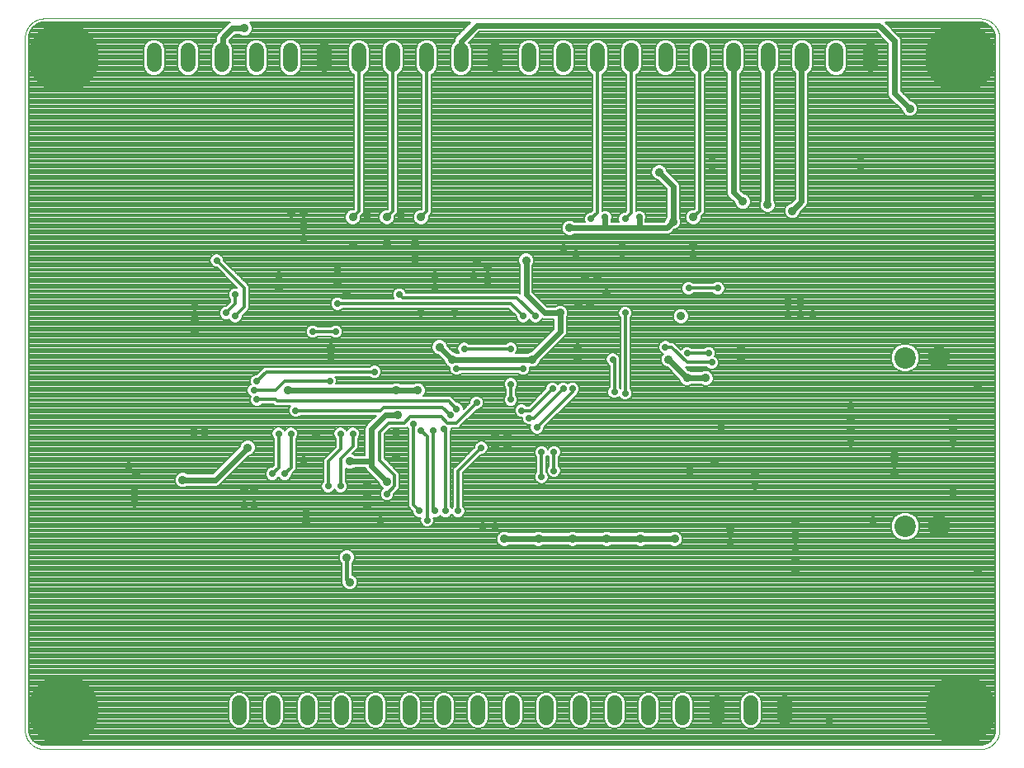
<source format=gbl>
G75*
%MOIN*%
%OFA0B0*%
%FSLAX25Y25*%
%IPPOS*%
%LPD*%
%AMOC8*
5,1,8,0,0,1.08239X$1,22.5*
%
%ADD10C,0.00400*%
%ADD11C,0.08661*%
%ADD12OC8,0.08661*%
%ADD13C,0.05906*%
%ADD14C,0.00787*%
%ADD15C,0.28346*%
%ADD16C,0.03562*%
%ADD17C,0.02775*%
%ADD18C,0.02400*%
%ADD19C,0.01200*%
%ADD20C,0.01600*%
D10*
X0001394Y0009268D02*
X0001394Y0288795D01*
X0001396Y0288985D01*
X0001403Y0289175D01*
X0001415Y0289365D01*
X0001431Y0289555D01*
X0001451Y0289744D01*
X0001477Y0289933D01*
X0001506Y0290121D01*
X0001541Y0290308D01*
X0001580Y0290494D01*
X0001623Y0290679D01*
X0001671Y0290864D01*
X0001723Y0291047D01*
X0001779Y0291228D01*
X0001840Y0291408D01*
X0001906Y0291587D01*
X0001975Y0291764D01*
X0002049Y0291940D01*
X0002127Y0292113D01*
X0002210Y0292285D01*
X0002296Y0292454D01*
X0002386Y0292622D01*
X0002481Y0292787D01*
X0002579Y0292950D01*
X0002682Y0293110D01*
X0002788Y0293268D01*
X0002898Y0293423D01*
X0003011Y0293576D01*
X0003129Y0293726D01*
X0003250Y0293872D01*
X0003374Y0294016D01*
X0003502Y0294157D01*
X0003633Y0294295D01*
X0003768Y0294430D01*
X0003906Y0294561D01*
X0004047Y0294689D01*
X0004191Y0294813D01*
X0004337Y0294934D01*
X0004487Y0295052D01*
X0004640Y0295165D01*
X0004795Y0295275D01*
X0004953Y0295381D01*
X0005113Y0295484D01*
X0005276Y0295582D01*
X0005441Y0295677D01*
X0005609Y0295767D01*
X0005778Y0295853D01*
X0005950Y0295936D01*
X0006123Y0296014D01*
X0006299Y0296088D01*
X0006476Y0296157D01*
X0006655Y0296223D01*
X0006835Y0296284D01*
X0007016Y0296340D01*
X0007199Y0296392D01*
X0007384Y0296440D01*
X0007569Y0296483D01*
X0007755Y0296522D01*
X0007942Y0296557D01*
X0008130Y0296586D01*
X0008319Y0296612D01*
X0008508Y0296632D01*
X0008698Y0296648D01*
X0008888Y0296660D01*
X0009078Y0296667D01*
X0009268Y0296669D01*
X0387220Y0296669D01*
X0387410Y0296667D01*
X0387600Y0296660D01*
X0387790Y0296648D01*
X0387980Y0296632D01*
X0388169Y0296612D01*
X0388358Y0296586D01*
X0388546Y0296557D01*
X0388733Y0296522D01*
X0388919Y0296483D01*
X0389104Y0296440D01*
X0389289Y0296392D01*
X0389472Y0296340D01*
X0389653Y0296284D01*
X0389833Y0296223D01*
X0390012Y0296157D01*
X0390189Y0296088D01*
X0390365Y0296014D01*
X0390538Y0295936D01*
X0390710Y0295853D01*
X0390879Y0295767D01*
X0391047Y0295677D01*
X0391212Y0295582D01*
X0391375Y0295484D01*
X0391535Y0295381D01*
X0391693Y0295275D01*
X0391848Y0295165D01*
X0392001Y0295052D01*
X0392151Y0294934D01*
X0392297Y0294813D01*
X0392441Y0294689D01*
X0392582Y0294561D01*
X0392720Y0294430D01*
X0392855Y0294295D01*
X0392986Y0294157D01*
X0393114Y0294016D01*
X0393238Y0293872D01*
X0393359Y0293726D01*
X0393477Y0293576D01*
X0393590Y0293423D01*
X0393700Y0293268D01*
X0393806Y0293110D01*
X0393909Y0292950D01*
X0394007Y0292787D01*
X0394102Y0292622D01*
X0394192Y0292454D01*
X0394278Y0292285D01*
X0394361Y0292113D01*
X0394439Y0291940D01*
X0394513Y0291764D01*
X0394582Y0291587D01*
X0394648Y0291408D01*
X0394709Y0291228D01*
X0394765Y0291047D01*
X0394817Y0290864D01*
X0394865Y0290679D01*
X0394908Y0290494D01*
X0394947Y0290308D01*
X0394982Y0290121D01*
X0395011Y0289933D01*
X0395037Y0289744D01*
X0395057Y0289555D01*
X0395073Y0289365D01*
X0395085Y0289175D01*
X0395092Y0288985D01*
X0395094Y0288795D01*
X0395094Y0009268D01*
X0395092Y0009078D01*
X0395085Y0008888D01*
X0395073Y0008698D01*
X0395057Y0008508D01*
X0395037Y0008319D01*
X0395011Y0008130D01*
X0394982Y0007942D01*
X0394947Y0007755D01*
X0394908Y0007569D01*
X0394865Y0007384D01*
X0394817Y0007199D01*
X0394765Y0007016D01*
X0394709Y0006835D01*
X0394648Y0006655D01*
X0394582Y0006476D01*
X0394513Y0006299D01*
X0394439Y0006123D01*
X0394361Y0005950D01*
X0394278Y0005778D01*
X0394192Y0005609D01*
X0394102Y0005441D01*
X0394007Y0005276D01*
X0393909Y0005113D01*
X0393806Y0004953D01*
X0393700Y0004795D01*
X0393590Y0004640D01*
X0393477Y0004487D01*
X0393359Y0004337D01*
X0393238Y0004191D01*
X0393114Y0004047D01*
X0392986Y0003906D01*
X0392855Y0003768D01*
X0392720Y0003633D01*
X0392582Y0003502D01*
X0392441Y0003374D01*
X0392297Y0003250D01*
X0392151Y0003129D01*
X0392001Y0003011D01*
X0391848Y0002898D01*
X0391693Y0002788D01*
X0391535Y0002682D01*
X0391375Y0002579D01*
X0391212Y0002481D01*
X0391047Y0002386D01*
X0390879Y0002296D01*
X0390710Y0002210D01*
X0390538Y0002127D01*
X0390365Y0002049D01*
X0390189Y0001975D01*
X0390012Y0001906D01*
X0389833Y0001840D01*
X0389653Y0001779D01*
X0389472Y0001723D01*
X0389289Y0001671D01*
X0389104Y0001623D01*
X0388919Y0001580D01*
X0388733Y0001541D01*
X0388546Y0001506D01*
X0388358Y0001477D01*
X0388169Y0001451D01*
X0387980Y0001431D01*
X0387790Y0001415D01*
X0387600Y0001403D01*
X0387410Y0001396D01*
X0387220Y0001394D01*
X0009268Y0001394D01*
X0009078Y0001396D01*
X0008888Y0001403D01*
X0008698Y0001415D01*
X0008508Y0001431D01*
X0008319Y0001451D01*
X0008130Y0001477D01*
X0007942Y0001506D01*
X0007755Y0001541D01*
X0007569Y0001580D01*
X0007384Y0001623D01*
X0007199Y0001671D01*
X0007016Y0001723D01*
X0006835Y0001779D01*
X0006655Y0001840D01*
X0006476Y0001906D01*
X0006299Y0001975D01*
X0006123Y0002049D01*
X0005950Y0002127D01*
X0005778Y0002210D01*
X0005609Y0002296D01*
X0005441Y0002386D01*
X0005276Y0002481D01*
X0005113Y0002579D01*
X0004953Y0002682D01*
X0004795Y0002788D01*
X0004640Y0002898D01*
X0004487Y0003011D01*
X0004337Y0003129D01*
X0004191Y0003250D01*
X0004047Y0003374D01*
X0003906Y0003502D01*
X0003768Y0003633D01*
X0003633Y0003768D01*
X0003502Y0003906D01*
X0003374Y0004047D01*
X0003250Y0004191D01*
X0003129Y0004337D01*
X0003011Y0004487D01*
X0002898Y0004640D01*
X0002788Y0004795D01*
X0002682Y0004953D01*
X0002579Y0005113D01*
X0002481Y0005276D01*
X0002386Y0005441D01*
X0002296Y0005609D01*
X0002210Y0005778D01*
X0002127Y0005950D01*
X0002049Y0006123D01*
X0001975Y0006299D01*
X0001906Y0006476D01*
X0001840Y0006655D01*
X0001779Y0006835D01*
X0001723Y0007016D01*
X0001671Y0007199D01*
X0001623Y0007384D01*
X0001580Y0007569D01*
X0001541Y0007755D01*
X0001506Y0007942D01*
X0001477Y0008130D01*
X0001451Y0008319D01*
X0001431Y0008508D01*
X0001415Y0008698D01*
X0001403Y0008888D01*
X0001396Y0009078D01*
X0001394Y0009268D01*
D11*
X0357004Y0091394D03*
X0357004Y0159519D03*
D12*
X0370783Y0159519D03*
X0370783Y0091394D03*
D13*
X0308480Y0020094D02*
X0308480Y0014189D01*
X0294701Y0014189D02*
X0294701Y0020094D01*
X0280921Y0020094D02*
X0280921Y0014189D01*
X0267142Y0014189D02*
X0267142Y0020094D01*
X0253362Y0020094D02*
X0253362Y0014189D01*
X0239583Y0014189D02*
X0239583Y0020094D01*
X0225803Y0020094D02*
X0225803Y0014189D01*
X0212024Y0014189D02*
X0212024Y0020094D01*
X0198244Y0020094D02*
X0198244Y0014189D01*
X0184465Y0014189D02*
X0184465Y0020094D01*
X0170685Y0020094D02*
X0170685Y0014189D01*
X0156906Y0014189D02*
X0156906Y0020094D01*
X0143126Y0020094D02*
X0143126Y0014189D01*
X0129346Y0014189D02*
X0129346Y0020094D01*
X0115567Y0020094D02*
X0115567Y0014189D01*
X0101787Y0014189D02*
X0101787Y0020094D01*
X0088008Y0020094D02*
X0088008Y0014189D01*
X0094898Y0277969D02*
X0094898Y0283874D01*
X0108677Y0283874D02*
X0108677Y0277969D01*
X0122457Y0277969D02*
X0122457Y0283874D01*
X0136236Y0283874D02*
X0136236Y0277969D01*
X0150016Y0277969D02*
X0150016Y0283874D01*
X0163795Y0283874D02*
X0163795Y0277969D01*
X0177575Y0277969D02*
X0177575Y0283874D01*
X0191354Y0283874D02*
X0191354Y0277969D01*
X0205134Y0277969D02*
X0205134Y0283874D01*
X0218913Y0283874D02*
X0218913Y0277969D01*
X0232693Y0277969D02*
X0232693Y0283874D01*
X0246472Y0283874D02*
X0246472Y0277969D01*
X0260252Y0277969D02*
X0260252Y0283874D01*
X0274031Y0283874D02*
X0274031Y0277969D01*
X0287811Y0277969D02*
X0287811Y0283874D01*
X0301591Y0283874D02*
X0301591Y0277969D01*
X0315370Y0277969D02*
X0315370Y0283874D01*
X0329150Y0283874D02*
X0329150Y0277969D01*
X0342929Y0277969D02*
X0342929Y0283874D01*
X0081118Y0283874D02*
X0081118Y0277969D01*
X0067339Y0277969D02*
X0067339Y0283874D01*
X0053559Y0283874D02*
X0053559Y0277969D01*
D14*
X0003672Y0006417D02*
X0004827Y0004827D01*
X0006417Y0003672D01*
X0008285Y0003065D01*
X0009268Y0002987D01*
X0387221Y0002987D01*
X0388203Y0003065D01*
X0390072Y0003672D01*
X0391661Y0004827D01*
X0392816Y0006416D01*
X0393423Y0008285D01*
X0393501Y0009268D01*
X0393501Y0288795D01*
X0393423Y0289778D01*
X0392816Y0291646D01*
X0391661Y0293236D01*
X0390072Y0294391D01*
X0388203Y0294998D01*
X0387220Y0295076D01*
X0348880Y0295076D01*
X0354113Y0289843D01*
X0354843Y0289113D01*
X0355237Y0288160D01*
X0355237Y0267468D01*
X0359387Y0263318D01*
X0359525Y0263318D01*
X0360692Y0262835D01*
X0361585Y0261942D01*
X0362068Y0260775D01*
X0362068Y0259512D01*
X0361585Y0258345D01*
X0360692Y0257452D01*
X0359525Y0256969D01*
X0358262Y0256969D01*
X0357095Y0257452D01*
X0356202Y0258345D01*
X0355719Y0259512D01*
X0355719Y0259650D01*
X0350445Y0264924D01*
X0350050Y0265878D01*
X0350050Y0286569D01*
X0345319Y0291300D01*
X0184968Y0291300D01*
X0180632Y0286964D01*
X0181260Y0286336D01*
X0181921Y0284739D01*
X0181921Y0277104D01*
X0181260Y0275506D01*
X0180037Y0274284D01*
X0178439Y0273622D01*
X0176710Y0273622D01*
X0175113Y0274284D01*
X0173890Y0275506D01*
X0173228Y0277104D01*
X0173228Y0284739D01*
X0173890Y0286336D01*
X0174981Y0287427D01*
X0174981Y0288091D01*
X0175376Y0289044D01*
X0181408Y0295076D01*
X0092202Y0295076D01*
X0092835Y0294442D01*
X0093318Y0293275D01*
X0093318Y0292012D01*
X0092835Y0290845D01*
X0091942Y0289952D01*
X0090775Y0289469D01*
X0089512Y0289469D01*
X0088345Y0289952D01*
X0088248Y0290050D01*
X0086218Y0290050D01*
X0083987Y0287819D01*
X0083987Y0287152D01*
X0084803Y0286336D01*
X0085465Y0284739D01*
X0085465Y0277104D01*
X0084803Y0275506D01*
X0083580Y0274284D01*
X0081983Y0273622D01*
X0080254Y0273622D01*
X0078656Y0274284D01*
X0077433Y0275506D01*
X0076772Y0277104D01*
X0076772Y0284739D01*
X0077433Y0286336D01*
X0078656Y0287559D01*
X0078800Y0287618D01*
X0078800Y0289410D01*
X0079195Y0290363D01*
X0082945Y0294113D01*
X0083674Y0294843D01*
X0084237Y0295076D01*
X0009268Y0295076D01*
X0008285Y0294998D01*
X0006417Y0294391D01*
X0004827Y0293236D01*
X0003672Y0291646D01*
X0003065Y0289778D01*
X0002987Y0288795D01*
X0002987Y0009268D01*
X0003065Y0008285D01*
X0003672Y0006417D01*
X0003895Y0006109D02*
X0392593Y0006109D01*
X0392972Y0006895D02*
X0003516Y0006895D01*
X0003261Y0007681D02*
X0393227Y0007681D01*
X0393438Y0008467D02*
X0003050Y0008467D01*
X0002989Y0009253D02*
X0393500Y0009253D01*
X0393501Y0010039D02*
X0296039Y0010039D01*
X0295565Y0009843D02*
X0297163Y0010504D01*
X0298386Y0011727D01*
X0299047Y0013324D01*
X0299047Y0020959D01*
X0298386Y0022557D01*
X0297163Y0023779D01*
X0295565Y0024441D01*
X0293836Y0024441D01*
X0292239Y0023779D01*
X0291016Y0022557D01*
X0290354Y0020959D01*
X0290354Y0013324D01*
X0291016Y0011727D01*
X0292239Y0010504D01*
X0293836Y0009843D01*
X0295565Y0009843D01*
X0297483Y0010825D02*
X0393501Y0010825D01*
X0393501Y0011611D02*
X0298269Y0011611D01*
X0298663Y0012396D02*
X0393501Y0012396D01*
X0393501Y0013182D02*
X0298988Y0013182D01*
X0299047Y0013968D02*
X0393501Y0013968D01*
X0393501Y0014754D02*
X0299047Y0014754D01*
X0299047Y0015540D02*
X0393501Y0015540D01*
X0393501Y0016326D02*
X0299047Y0016326D01*
X0299047Y0017112D02*
X0393501Y0017112D01*
X0393501Y0017898D02*
X0299047Y0017898D01*
X0299047Y0018684D02*
X0393501Y0018684D01*
X0393501Y0019470D02*
X0299047Y0019470D01*
X0299047Y0020256D02*
X0393501Y0020256D01*
X0393501Y0021042D02*
X0299013Y0021042D01*
X0298688Y0021827D02*
X0393501Y0021827D01*
X0393501Y0022613D02*
X0298329Y0022613D01*
X0297543Y0023399D02*
X0393501Y0023399D01*
X0393501Y0024185D02*
X0296183Y0024185D01*
X0293219Y0024185D02*
X0268624Y0024185D01*
X0268006Y0024441D02*
X0266277Y0024441D01*
X0264680Y0023779D01*
X0263457Y0022557D01*
X0262795Y0020959D01*
X0262795Y0013324D01*
X0263457Y0011727D01*
X0264680Y0010504D01*
X0266277Y0009843D01*
X0268006Y0009843D01*
X0269604Y0010504D01*
X0270826Y0011727D01*
X0271488Y0013324D01*
X0271488Y0020959D01*
X0270826Y0022557D01*
X0269604Y0023779D01*
X0268006Y0024441D01*
X0269984Y0023399D02*
X0291859Y0023399D01*
X0291073Y0022613D02*
X0270770Y0022613D01*
X0271128Y0021827D02*
X0290714Y0021827D01*
X0290388Y0021042D02*
X0271454Y0021042D01*
X0271488Y0020256D02*
X0290354Y0020256D01*
X0290354Y0019470D02*
X0271488Y0019470D01*
X0271488Y0018684D02*
X0290354Y0018684D01*
X0290354Y0017898D02*
X0271488Y0017898D01*
X0271488Y0017112D02*
X0290354Y0017112D01*
X0290354Y0016326D02*
X0271488Y0016326D01*
X0271488Y0015540D02*
X0290354Y0015540D01*
X0290354Y0014754D02*
X0271488Y0014754D01*
X0271488Y0013968D02*
X0290354Y0013968D01*
X0290413Y0013182D02*
X0271429Y0013182D01*
X0271104Y0012396D02*
X0290739Y0012396D01*
X0291132Y0011611D02*
X0270710Y0011611D01*
X0269924Y0010825D02*
X0291918Y0010825D01*
X0293362Y0010039D02*
X0268480Y0010039D01*
X0265803Y0010039D02*
X0254700Y0010039D01*
X0254227Y0009843D02*
X0255824Y0010504D01*
X0257047Y0011727D01*
X0257709Y0013324D01*
X0257709Y0020959D01*
X0257047Y0022557D01*
X0255824Y0023779D01*
X0254227Y0024441D01*
X0252498Y0024441D01*
X0250900Y0023779D01*
X0249677Y0022557D01*
X0249016Y0020959D01*
X0249016Y0013324D01*
X0249677Y0011727D01*
X0250900Y0010504D01*
X0252498Y0009843D01*
X0254227Y0009843D01*
X0256145Y0010825D02*
X0264359Y0010825D01*
X0263573Y0011611D02*
X0256931Y0011611D01*
X0257324Y0012396D02*
X0263180Y0012396D01*
X0262854Y0013182D02*
X0257650Y0013182D01*
X0257709Y0013968D02*
X0262795Y0013968D01*
X0262795Y0014754D02*
X0257709Y0014754D01*
X0257709Y0015540D02*
X0262795Y0015540D01*
X0262795Y0016326D02*
X0257709Y0016326D01*
X0257709Y0017112D02*
X0262795Y0017112D01*
X0262795Y0017898D02*
X0257709Y0017898D01*
X0257709Y0018684D02*
X0262795Y0018684D01*
X0262795Y0019470D02*
X0257709Y0019470D01*
X0257709Y0020256D02*
X0262795Y0020256D01*
X0262829Y0021042D02*
X0257674Y0021042D01*
X0257349Y0021827D02*
X0263155Y0021827D01*
X0263514Y0022613D02*
X0256990Y0022613D01*
X0256204Y0023399D02*
X0264300Y0023399D01*
X0265660Y0024185D02*
X0254844Y0024185D01*
X0251880Y0024185D02*
X0241065Y0024185D01*
X0240447Y0024441D02*
X0238718Y0024441D01*
X0237121Y0023779D01*
X0235898Y0022557D01*
X0235236Y0020959D01*
X0235236Y0013324D01*
X0235898Y0011727D01*
X0237121Y0010504D01*
X0238718Y0009843D01*
X0240447Y0009843D01*
X0242045Y0010504D01*
X0243267Y0011727D01*
X0243929Y0013324D01*
X0243929Y0020959D01*
X0243267Y0022557D01*
X0242045Y0023779D01*
X0240447Y0024441D01*
X0242425Y0023399D02*
X0250520Y0023399D01*
X0249734Y0022613D02*
X0243211Y0022613D01*
X0243569Y0021827D02*
X0249375Y0021827D01*
X0249050Y0021042D02*
X0243895Y0021042D01*
X0243929Y0020256D02*
X0249016Y0020256D01*
X0249016Y0019470D02*
X0243929Y0019470D01*
X0243929Y0018684D02*
X0249016Y0018684D01*
X0249016Y0017898D02*
X0243929Y0017898D01*
X0243929Y0017112D02*
X0249016Y0017112D01*
X0249016Y0016326D02*
X0243929Y0016326D01*
X0243929Y0015540D02*
X0249016Y0015540D01*
X0249016Y0014754D02*
X0243929Y0014754D01*
X0243929Y0013968D02*
X0249016Y0013968D01*
X0249075Y0013182D02*
X0243870Y0013182D01*
X0243545Y0012396D02*
X0249400Y0012396D01*
X0249794Y0011611D02*
X0243151Y0011611D01*
X0242365Y0010825D02*
X0250580Y0010825D01*
X0252024Y0010039D02*
X0240921Y0010039D01*
X0238244Y0010039D02*
X0227141Y0010039D01*
X0226668Y0009843D02*
X0228265Y0010504D01*
X0229488Y0011727D01*
X0230150Y0013324D01*
X0230150Y0020959D01*
X0229488Y0022557D01*
X0228265Y0023779D01*
X0226668Y0024441D01*
X0224939Y0024441D01*
X0223341Y0023779D01*
X0222118Y0022557D01*
X0221457Y0020959D01*
X0221457Y0013324D01*
X0222118Y0011727D01*
X0223341Y0010504D01*
X0224939Y0009843D01*
X0226668Y0009843D01*
X0228586Y0010825D02*
X0236800Y0010825D01*
X0236014Y0011611D02*
X0229372Y0011611D01*
X0229765Y0012396D02*
X0235621Y0012396D01*
X0235295Y0013182D02*
X0230091Y0013182D01*
X0230150Y0013968D02*
X0235236Y0013968D01*
X0235236Y0014754D02*
X0230150Y0014754D01*
X0230150Y0015540D02*
X0235236Y0015540D01*
X0235236Y0016326D02*
X0230150Y0016326D01*
X0230150Y0017112D02*
X0235236Y0017112D01*
X0235236Y0017898D02*
X0230150Y0017898D01*
X0230150Y0018684D02*
X0235236Y0018684D01*
X0235236Y0019470D02*
X0230150Y0019470D01*
X0230150Y0020256D02*
X0235236Y0020256D01*
X0235270Y0021042D02*
X0230115Y0021042D01*
X0229790Y0021827D02*
X0235596Y0021827D01*
X0235955Y0022613D02*
X0229431Y0022613D01*
X0228645Y0023399D02*
X0236741Y0023399D01*
X0238101Y0024185D02*
X0227285Y0024185D01*
X0224321Y0024185D02*
X0213506Y0024185D01*
X0212888Y0024441D02*
X0211159Y0024441D01*
X0209562Y0023779D01*
X0208339Y0022557D01*
X0207677Y0020959D01*
X0207677Y0013324D01*
X0208339Y0011727D01*
X0209562Y0010504D01*
X0211159Y0009843D01*
X0212888Y0009843D01*
X0214486Y0010504D01*
X0215708Y0011727D01*
X0216370Y0013324D01*
X0216370Y0020959D01*
X0215708Y0022557D01*
X0214486Y0023779D01*
X0212888Y0024441D01*
X0214866Y0023399D02*
X0222961Y0023399D01*
X0222175Y0022613D02*
X0215652Y0022613D01*
X0216010Y0021827D02*
X0221816Y0021827D01*
X0221491Y0021042D02*
X0216336Y0021042D01*
X0216370Y0020256D02*
X0221457Y0020256D01*
X0221457Y0019470D02*
X0216370Y0019470D01*
X0216370Y0018684D02*
X0221457Y0018684D01*
X0221457Y0017898D02*
X0216370Y0017898D01*
X0216370Y0017112D02*
X0221457Y0017112D01*
X0221457Y0016326D02*
X0216370Y0016326D01*
X0216370Y0015540D02*
X0221457Y0015540D01*
X0221457Y0014754D02*
X0216370Y0014754D01*
X0216370Y0013968D02*
X0221457Y0013968D01*
X0221516Y0013182D02*
X0216311Y0013182D01*
X0215986Y0012396D02*
X0221841Y0012396D01*
X0222235Y0011611D02*
X0215592Y0011611D01*
X0214806Y0010825D02*
X0223021Y0010825D01*
X0224465Y0010039D02*
X0213362Y0010039D01*
X0210685Y0010039D02*
X0199582Y0010039D01*
X0199109Y0009843D02*
X0200706Y0010504D01*
X0201929Y0011727D01*
X0202591Y0013324D01*
X0202591Y0020959D01*
X0201929Y0022557D01*
X0200706Y0023779D01*
X0199109Y0024441D01*
X0197380Y0024441D01*
X0195782Y0023779D01*
X0194559Y0022557D01*
X0193898Y0020959D01*
X0193898Y0013324D01*
X0194559Y0011727D01*
X0195782Y0010504D01*
X0197380Y0009843D01*
X0199109Y0009843D01*
X0201027Y0010825D02*
X0209241Y0010825D01*
X0208455Y0011611D02*
X0201812Y0011611D01*
X0202206Y0012396D02*
X0208062Y0012396D01*
X0207736Y0013182D02*
X0202532Y0013182D01*
X0202591Y0013968D02*
X0207677Y0013968D01*
X0207677Y0014754D02*
X0202591Y0014754D01*
X0202591Y0015540D02*
X0207677Y0015540D01*
X0207677Y0016326D02*
X0202591Y0016326D01*
X0202591Y0017112D02*
X0207677Y0017112D01*
X0207677Y0017898D02*
X0202591Y0017898D01*
X0202591Y0018684D02*
X0207677Y0018684D01*
X0207677Y0019470D02*
X0202591Y0019470D01*
X0202591Y0020256D02*
X0207677Y0020256D01*
X0207711Y0021042D02*
X0202556Y0021042D01*
X0202231Y0021827D02*
X0208037Y0021827D01*
X0208396Y0022613D02*
X0201872Y0022613D01*
X0201086Y0023399D02*
X0209182Y0023399D01*
X0210542Y0024185D02*
X0199726Y0024185D01*
X0196762Y0024185D02*
X0185947Y0024185D01*
X0185329Y0024441D02*
X0183600Y0024441D01*
X0182002Y0023779D01*
X0180780Y0022557D01*
X0180118Y0020959D01*
X0180118Y0013324D01*
X0180780Y0011727D01*
X0182002Y0010504D01*
X0183600Y0009843D01*
X0185329Y0009843D01*
X0186927Y0010504D01*
X0188149Y0011727D01*
X0188811Y0013324D01*
X0188811Y0020959D01*
X0188149Y0022557D01*
X0186927Y0023779D01*
X0185329Y0024441D01*
X0187307Y0023399D02*
X0195402Y0023399D01*
X0194616Y0022613D02*
X0188092Y0022613D01*
X0188451Y0021827D02*
X0194257Y0021827D01*
X0193932Y0021042D02*
X0188777Y0021042D01*
X0188811Y0020256D02*
X0193898Y0020256D01*
X0193898Y0019470D02*
X0188811Y0019470D01*
X0188811Y0018684D02*
X0193898Y0018684D01*
X0193898Y0017898D02*
X0188811Y0017898D01*
X0188811Y0017112D02*
X0193898Y0017112D01*
X0193898Y0016326D02*
X0188811Y0016326D01*
X0188811Y0015540D02*
X0193898Y0015540D01*
X0193898Y0014754D02*
X0188811Y0014754D01*
X0188811Y0013968D02*
X0193898Y0013968D01*
X0193956Y0013182D02*
X0188752Y0013182D01*
X0188427Y0012396D02*
X0194282Y0012396D01*
X0194676Y0011611D02*
X0188033Y0011611D01*
X0187247Y0010825D02*
X0195462Y0010825D01*
X0196906Y0010039D02*
X0185803Y0010039D01*
X0183126Y0010039D02*
X0172023Y0010039D01*
X0171550Y0009843D02*
X0173147Y0010504D01*
X0174370Y0011727D01*
X0175031Y0013324D01*
X0175031Y0020959D01*
X0174370Y0022557D01*
X0173147Y0023779D01*
X0171550Y0024441D01*
X0169820Y0024441D01*
X0168223Y0023779D01*
X0167000Y0022557D01*
X0166339Y0020959D01*
X0166339Y0013324D01*
X0167000Y0011727D01*
X0168223Y0010504D01*
X0169820Y0009843D01*
X0171550Y0009843D01*
X0173468Y0010825D02*
X0181682Y0010825D01*
X0180896Y0011611D02*
X0174253Y0011611D01*
X0174647Y0012396D02*
X0180502Y0012396D01*
X0180177Y0013182D02*
X0174973Y0013182D01*
X0175031Y0013968D02*
X0180118Y0013968D01*
X0180118Y0014754D02*
X0175031Y0014754D01*
X0175031Y0015540D02*
X0180118Y0015540D01*
X0180118Y0016326D02*
X0175031Y0016326D01*
X0175031Y0017112D02*
X0180118Y0017112D01*
X0180118Y0017898D02*
X0175031Y0017898D01*
X0175031Y0018684D02*
X0180118Y0018684D01*
X0180118Y0019470D02*
X0175031Y0019470D01*
X0175031Y0020256D02*
X0180118Y0020256D01*
X0180152Y0021042D02*
X0174997Y0021042D01*
X0174672Y0021827D02*
X0180478Y0021827D01*
X0180837Y0022613D02*
X0174313Y0022613D01*
X0173527Y0023399D02*
X0181623Y0023399D01*
X0182983Y0024185D02*
X0172167Y0024185D01*
X0169203Y0024185D02*
X0158388Y0024185D01*
X0157770Y0024441D02*
X0159368Y0023779D01*
X0160590Y0022557D01*
X0161252Y0020959D01*
X0161252Y0013324D01*
X0160590Y0011727D01*
X0159368Y0010504D01*
X0157770Y0009843D01*
X0156041Y0009843D01*
X0154443Y0010504D01*
X0153221Y0011727D01*
X0152559Y0013324D01*
X0152559Y0020959D01*
X0153221Y0022557D01*
X0154443Y0023779D01*
X0156041Y0024441D01*
X0157770Y0024441D01*
X0159748Y0023399D02*
X0167843Y0023399D01*
X0167057Y0022613D02*
X0160533Y0022613D01*
X0160892Y0021827D02*
X0166698Y0021827D01*
X0166373Y0021042D02*
X0161218Y0021042D01*
X0161252Y0020256D02*
X0166339Y0020256D01*
X0166339Y0019470D02*
X0161252Y0019470D01*
X0161252Y0018684D02*
X0166339Y0018684D01*
X0166339Y0017898D02*
X0161252Y0017898D01*
X0161252Y0017112D02*
X0166339Y0017112D01*
X0166339Y0016326D02*
X0161252Y0016326D01*
X0161252Y0015540D02*
X0166339Y0015540D01*
X0166339Y0014754D02*
X0161252Y0014754D01*
X0161252Y0013968D02*
X0166339Y0013968D01*
X0166397Y0013182D02*
X0161193Y0013182D01*
X0160868Y0012396D02*
X0166723Y0012396D01*
X0167117Y0011611D02*
X0160474Y0011611D01*
X0159688Y0010825D02*
X0167903Y0010825D01*
X0169347Y0010039D02*
X0158244Y0010039D01*
X0155567Y0010039D02*
X0144464Y0010039D01*
X0143991Y0009843D02*
X0145588Y0010504D01*
X0146811Y0011727D01*
X0147472Y0013324D01*
X0147472Y0020959D01*
X0146811Y0022557D01*
X0145588Y0023779D01*
X0143991Y0024441D01*
X0142261Y0024441D01*
X0140664Y0023779D01*
X0139441Y0022557D01*
X0138780Y0020959D01*
X0138780Y0013324D01*
X0139441Y0011727D01*
X0140664Y0010504D01*
X0142261Y0009843D01*
X0143991Y0009843D01*
X0145908Y0010825D02*
X0154123Y0010825D01*
X0153337Y0011611D02*
X0146694Y0011611D01*
X0147088Y0012396D02*
X0152943Y0012396D01*
X0152618Y0013182D02*
X0147414Y0013182D01*
X0147472Y0013968D02*
X0152559Y0013968D01*
X0152559Y0014754D02*
X0147472Y0014754D01*
X0147472Y0015540D02*
X0152559Y0015540D01*
X0152559Y0016326D02*
X0147472Y0016326D01*
X0147472Y0017112D02*
X0152559Y0017112D01*
X0152559Y0017898D02*
X0147472Y0017898D01*
X0147472Y0018684D02*
X0152559Y0018684D01*
X0152559Y0019470D02*
X0147472Y0019470D01*
X0147472Y0020256D02*
X0152559Y0020256D01*
X0152593Y0021042D02*
X0147438Y0021042D01*
X0147113Y0021827D02*
X0152919Y0021827D01*
X0153278Y0022613D02*
X0146754Y0022613D01*
X0145968Y0023399D02*
X0154063Y0023399D01*
X0155423Y0024185D02*
X0144608Y0024185D01*
X0141644Y0024185D02*
X0130828Y0024185D01*
X0130211Y0024441D02*
X0128482Y0024441D01*
X0126884Y0023779D01*
X0125662Y0022557D01*
X0125000Y0020959D01*
X0125000Y0013324D01*
X0125662Y0011727D01*
X0126884Y0010504D01*
X0128482Y0009843D01*
X0130211Y0009843D01*
X0131809Y0010504D01*
X0133031Y0011727D01*
X0133693Y0013324D01*
X0133693Y0020959D01*
X0133031Y0022557D01*
X0131809Y0023779D01*
X0130211Y0024441D01*
X0132188Y0023399D02*
X0140284Y0023399D01*
X0139498Y0022613D02*
X0132974Y0022613D01*
X0133333Y0021827D02*
X0139139Y0021827D01*
X0138814Y0021042D02*
X0133659Y0021042D01*
X0133693Y0020256D02*
X0138780Y0020256D01*
X0138780Y0019470D02*
X0133693Y0019470D01*
X0133693Y0018684D02*
X0138780Y0018684D01*
X0138780Y0017898D02*
X0133693Y0017898D01*
X0133693Y0017112D02*
X0138780Y0017112D01*
X0138780Y0016326D02*
X0133693Y0016326D01*
X0133693Y0015540D02*
X0138780Y0015540D01*
X0138780Y0014754D02*
X0133693Y0014754D01*
X0133693Y0013968D02*
X0138780Y0013968D01*
X0138838Y0013182D02*
X0133634Y0013182D01*
X0133309Y0012396D02*
X0139164Y0012396D01*
X0139558Y0011611D02*
X0132915Y0011611D01*
X0132129Y0010825D02*
X0140343Y0010825D01*
X0141788Y0010039D02*
X0130685Y0010039D01*
X0128008Y0010039D02*
X0116905Y0010039D01*
X0116431Y0009843D02*
X0118029Y0010504D01*
X0119252Y0011727D01*
X0119913Y0013324D01*
X0119913Y0020959D01*
X0119252Y0022557D01*
X0118029Y0023779D01*
X0116431Y0024441D01*
X0114702Y0024441D01*
X0113105Y0023779D01*
X0111882Y0022557D01*
X0111220Y0020959D01*
X0111220Y0013324D01*
X0111882Y0011727D01*
X0113105Y0010504D01*
X0114702Y0009843D01*
X0116431Y0009843D01*
X0118349Y0010825D02*
X0126564Y0010825D01*
X0125778Y0011611D02*
X0119135Y0011611D01*
X0119529Y0012396D02*
X0125384Y0012396D01*
X0125059Y0013182D02*
X0119855Y0013182D01*
X0119913Y0013968D02*
X0125000Y0013968D01*
X0125000Y0014754D02*
X0119913Y0014754D01*
X0119913Y0015540D02*
X0125000Y0015540D01*
X0125000Y0016326D02*
X0119913Y0016326D01*
X0119913Y0017112D02*
X0125000Y0017112D01*
X0125000Y0017898D02*
X0119913Y0017898D01*
X0119913Y0018684D02*
X0125000Y0018684D01*
X0125000Y0019470D02*
X0119913Y0019470D01*
X0119913Y0020256D02*
X0125000Y0020256D01*
X0125034Y0021042D02*
X0119879Y0021042D01*
X0119554Y0021827D02*
X0125360Y0021827D01*
X0125719Y0022613D02*
X0119195Y0022613D01*
X0118409Y0023399D02*
X0126504Y0023399D01*
X0127864Y0024185D02*
X0117049Y0024185D01*
X0114085Y0024185D02*
X0103269Y0024185D01*
X0102652Y0024441D02*
X0100923Y0024441D01*
X0099325Y0023779D01*
X0098103Y0022557D01*
X0097441Y0020959D01*
X0097441Y0013324D01*
X0098103Y0011727D01*
X0099325Y0010504D01*
X0100923Y0009843D01*
X0102652Y0009843D01*
X0104249Y0010504D01*
X0105472Y0011727D01*
X0106134Y0013324D01*
X0106134Y0020959D01*
X0105472Y0022557D01*
X0104249Y0023779D01*
X0102652Y0024441D01*
X0104629Y0023399D02*
X0112725Y0023399D01*
X0111939Y0022613D02*
X0105415Y0022613D01*
X0105774Y0021827D02*
X0111580Y0021827D01*
X0111255Y0021042D02*
X0106100Y0021042D01*
X0106134Y0020256D02*
X0111220Y0020256D01*
X0111220Y0019470D02*
X0106134Y0019470D01*
X0106134Y0018684D02*
X0111220Y0018684D01*
X0111220Y0017898D02*
X0106134Y0017898D01*
X0106134Y0017112D02*
X0111220Y0017112D01*
X0111220Y0016326D02*
X0106134Y0016326D01*
X0106134Y0015540D02*
X0111220Y0015540D01*
X0111220Y0014754D02*
X0106134Y0014754D01*
X0106134Y0013968D02*
X0111220Y0013968D01*
X0111279Y0013182D02*
X0106075Y0013182D01*
X0105749Y0012396D02*
X0111605Y0012396D01*
X0111999Y0011611D02*
X0105356Y0011611D01*
X0104570Y0010825D02*
X0112784Y0010825D01*
X0114229Y0010039D02*
X0103126Y0010039D01*
X0100449Y0010039D02*
X0089346Y0010039D01*
X0088872Y0009843D02*
X0090470Y0010504D01*
X0091693Y0011727D01*
X0092354Y0013324D01*
X0092354Y0020959D01*
X0091693Y0022557D01*
X0090470Y0023779D01*
X0088872Y0024441D01*
X0087143Y0024441D01*
X0085546Y0023779D01*
X0084323Y0022557D01*
X0083661Y0020959D01*
X0083661Y0013324D01*
X0084323Y0011727D01*
X0085546Y0010504D01*
X0087143Y0009843D01*
X0088872Y0009843D01*
X0090790Y0010825D02*
X0099005Y0010825D01*
X0098219Y0011611D02*
X0091576Y0011611D01*
X0091970Y0012396D02*
X0097825Y0012396D01*
X0097500Y0013182D02*
X0092295Y0013182D01*
X0092354Y0013968D02*
X0097441Y0013968D01*
X0097441Y0014754D02*
X0092354Y0014754D01*
X0092354Y0015540D02*
X0097441Y0015540D01*
X0097441Y0016326D02*
X0092354Y0016326D01*
X0092354Y0017112D02*
X0097441Y0017112D01*
X0097441Y0017898D02*
X0092354Y0017898D01*
X0092354Y0018684D02*
X0097441Y0018684D01*
X0097441Y0019470D02*
X0092354Y0019470D01*
X0092354Y0020256D02*
X0097441Y0020256D01*
X0097475Y0021042D02*
X0092320Y0021042D01*
X0091995Y0021827D02*
X0097801Y0021827D01*
X0098159Y0022613D02*
X0091636Y0022613D01*
X0090850Y0023399D02*
X0098945Y0023399D01*
X0100305Y0024185D02*
X0089490Y0024185D01*
X0086526Y0024185D02*
X0002987Y0024185D01*
X0002987Y0023399D02*
X0085166Y0023399D01*
X0084380Y0022613D02*
X0002987Y0022613D01*
X0002987Y0021827D02*
X0084021Y0021827D01*
X0083696Y0021042D02*
X0002987Y0021042D01*
X0002987Y0020256D02*
X0083661Y0020256D01*
X0083661Y0019470D02*
X0002987Y0019470D01*
X0002987Y0018684D02*
X0083661Y0018684D01*
X0083661Y0017898D02*
X0002987Y0017898D01*
X0002987Y0017112D02*
X0083661Y0017112D01*
X0083661Y0016326D02*
X0002987Y0016326D01*
X0002987Y0015540D02*
X0083661Y0015540D01*
X0083661Y0014754D02*
X0002987Y0014754D01*
X0002987Y0013968D02*
X0083661Y0013968D01*
X0083720Y0013182D02*
X0002987Y0013182D01*
X0002987Y0012396D02*
X0084046Y0012396D01*
X0084439Y0011611D02*
X0002987Y0011611D01*
X0002987Y0010825D02*
X0085225Y0010825D01*
X0086670Y0010039D02*
X0002987Y0010039D01*
X0004466Y0005323D02*
X0392022Y0005323D01*
X0391263Y0004537D02*
X0005225Y0004537D01*
X0006307Y0003751D02*
X0390181Y0003751D01*
X0393501Y0024971D02*
X0002987Y0024971D01*
X0002987Y0025757D02*
X0393501Y0025757D01*
X0393501Y0026543D02*
X0002987Y0026543D01*
X0002987Y0027329D02*
X0393501Y0027329D01*
X0393501Y0028115D02*
X0002987Y0028115D01*
X0002987Y0028901D02*
X0393501Y0028901D01*
X0393501Y0029687D02*
X0002987Y0029687D01*
X0002987Y0030472D02*
X0393501Y0030472D01*
X0393501Y0031258D02*
X0002987Y0031258D01*
X0002987Y0032044D02*
X0393501Y0032044D01*
X0393501Y0032830D02*
X0002987Y0032830D01*
X0002987Y0033616D02*
X0393501Y0033616D01*
X0393501Y0034402D02*
X0002987Y0034402D01*
X0002987Y0035188D02*
X0393501Y0035188D01*
X0393501Y0035974D02*
X0002987Y0035974D01*
X0002987Y0036760D02*
X0393501Y0036760D01*
X0393501Y0037546D02*
X0002987Y0037546D01*
X0002987Y0038332D02*
X0393501Y0038332D01*
X0393501Y0039118D02*
X0002987Y0039118D01*
X0002987Y0039903D02*
X0393501Y0039903D01*
X0393501Y0040689D02*
X0002987Y0040689D01*
X0002987Y0041475D02*
X0393501Y0041475D01*
X0393501Y0042261D02*
X0002987Y0042261D01*
X0002987Y0043047D02*
X0393501Y0043047D01*
X0393501Y0043833D02*
X0002987Y0043833D01*
X0002987Y0044619D02*
X0393501Y0044619D01*
X0393501Y0045405D02*
X0002987Y0045405D01*
X0002987Y0046191D02*
X0393501Y0046191D01*
X0393501Y0046977D02*
X0002987Y0046977D01*
X0002987Y0047763D02*
X0393501Y0047763D01*
X0393501Y0048548D02*
X0002987Y0048548D01*
X0002987Y0049334D02*
X0393501Y0049334D01*
X0393501Y0050120D02*
X0002987Y0050120D01*
X0002987Y0050906D02*
X0393501Y0050906D01*
X0393501Y0051692D02*
X0002987Y0051692D01*
X0002987Y0052478D02*
X0393501Y0052478D01*
X0393501Y0053264D02*
X0002987Y0053264D01*
X0002987Y0054050D02*
X0393501Y0054050D01*
X0393501Y0054836D02*
X0002987Y0054836D01*
X0002987Y0055622D02*
X0393501Y0055622D01*
X0393501Y0056408D02*
X0002987Y0056408D01*
X0002987Y0057194D02*
X0393501Y0057194D01*
X0393501Y0057979D02*
X0002987Y0057979D01*
X0002987Y0058765D02*
X0393501Y0058765D01*
X0393501Y0059551D02*
X0002987Y0059551D01*
X0002987Y0060337D02*
X0393501Y0060337D01*
X0393501Y0061123D02*
X0002987Y0061123D01*
X0002987Y0061909D02*
X0393501Y0061909D01*
X0393501Y0062695D02*
X0002987Y0062695D01*
X0002987Y0063481D02*
X0393501Y0063481D01*
X0393501Y0064267D02*
X0002987Y0064267D01*
X0002987Y0065053D02*
X0393501Y0065053D01*
X0393501Y0065839D02*
X0133564Y0065839D01*
X0133275Y0065719D02*
X0134442Y0066202D01*
X0135335Y0067095D01*
X0135818Y0068262D01*
X0135818Y0069525D01*
X0135335Y0070692D01*
X0134442Y0071585D01*
X0133587Y0071939D01*
X0133587Y0076598D01*
X0134085Y0077095D01*
X0134568Y0078262D01*
X0134568Y0079525D01*
X0134085Y0080692D01*
X0133192Y0081585D01*
X0132025Y0082068D01*
X0130762Y0082068D01*
X0129595Y0081585D01*
X0128702Y0080692D01*
X0128219Y0079525D01*
X0128219Y0078262D01*
X0128702Y0077095D01*
X0129200Y0076598D01*
X0129200Y0069235D01*
X0129469Y0068966D01*
X0129469Y0068262D01*
X0129952Y0067095D01*
X0130845Y0066202D01*
X0132012Y0065719D01*
X0133275Y0065719D01*
X0131723Y0065839D02*
X0002987Y0065839D01*
X0002987Y0066624D02*
X0130423Y0066624D01*
X0129822Y0067410D02*
X0002987Y0067410D01*
X0002987Y0068196D02*
X0129496Y0068196D01*
X0129453Y0068982D02*
X0002987Y0068982D01*
X0002987Y0069768D02*
X0129200Y0069768D01*
X0129200Y0070554D02*
X0002987Y0070554D01*
X0002987Y0071340D02*
X0129200Y0071340D01*
X0129200Y0072126D02*
X0002987Y0072126D01*
X0002987Y0072912D02*
X0129200Y0072912D01*
X0129200Y0073698D02*
X0002987Y0073698D01*
X0002987Y0074484D02*
X0129200Y0074484D01*
X0129200Y0075270D02*
X0002987Y0075270D01*
X0002987Y0076055D02*
X0129200Y0076055D01*
X0128956Y0076841D02*
X0002987Y0076841D01*
X0002987Y0077627D02*
X0128482Y0077627D01*
X0128219Y0078413D02*
X0002987Y0078413D01*
X0002987Y0079199D02*
X0128219Y0079199D01*
X0128409Y0079985D02*
X0002987Y0079985D01*
X0002987Y0080771D02*
X0128781Y0080771D01*
X0129567Y0081557D02*
X0002987Y0081557D01*
X0002987Y0082343D02*
X0393501Y0082343D01*
X0393501Y0083129D02*
X0002987Y0083129D01*
X0002987Y0083915D02*
X0193133Y0083915D01*
X0193345Y0083702D02*
X0194512Y0083219D01*
X0195775Y0083219D01*
X0196942Y0083702D01*
X0197040Y0083800D01*
X0206998Y0083800D01*
X0207095Y0083702D01*
X0208262Y0083219D01*
X0209525Y0083219D01*
X0210692Y0083702D01*
X0210790Y0083800D01*
X0220748Y0083800D01*
X0220845Y0083702D01*
X0222012Y0083219D01*
X0223275Y0083219D01*
X0224442Y0083702D01*
X0224540Y0083800D01*
X0234498Y0083800D01*
X0234595Y0083702D01*
X0235762Y0083219D01*
X0237025Y0083219D01*
X0238192Y0083702D01*
X0238290Y0083800D01*
X0248248Y0083800D01*
X0248345Y0083702D01*
X0249512Y0083219D01*
X0250775Y0083219D01*
X0251942Y0083702D01*
X0252040Y0083800D01*
X0261998Y0083800D01*
X0262095Y0083702D01*
X0263262Y0083219D01*
X0264525Y0083219D01*
X0265692Y0083702D01*
X0266585Y0084595D01*
X0267068Y0085762D01*
X0267068Y0087025D01*
X0266585Y0088192D01*
X0265692Y0089085D01*
X0264525Y0089568D01*
X0263262Y0089568D01*
X0262095Y0089085D01*
X0261998Y0088987D01*
X0252040Y0088987D01*
X0251942Y0089085D01*
X0250775Y0089568D01*
X0249512Y0089568D01*
X0248345Y0089085D01*
X0248248Y0088987D01*
X0238290Y0088987D01*
X0238192Y0089085D01*
X0237025Y0089568D01*
X0235762Y0089568D01*
X0234595Y0089085D01*
X0234498Y0088987D01*
X0224540Y0088987D01*
X0224442Y0089085D01*
X0223275Y0089568D01*
X0222012Y0089568D01*
X0220845Y0089085D01*
X0220748Y0088987D01*
X0210790Y0088987D01*
X0210692Y0089085D01*
X0209525Y0089568D01*
X0208262Y0089568D01*
X0207095Y0089085D01*
X0206998Y0088987D01*
X0197040Y0088987D01*
X0196942Y0089085D01*
X0195775Y0089568D01*
X0194512Y0089568D01*
X0193345Y0089085D01*
X0192452Y0088192D01*
X0191969Y0087025D01*
X0191969Y0085762D01*
X0192452Y0084595D01*
X0193345Y0083702D01*
X0192409Y0084700D02*
X0002987Y0084700D01*
X0002987Y0085486D02*
X0192083Y0085486D01*
X0191969Y0086272D02*
X0002987Y0086272D01*
X0002987Y0087058D02*
X0191983Y0087058D01*
X0192308Y0087844D02*
X0002987Y0087844D01*
X0002987Y0088630D02*
X0192890Y0088630D01*
X0194144Y0089416D02*
X0002987Y0089416D01*
X0002987Y0090202D02*
X0351302Y0090202D01*
X0351280Y0090255D02*
X0352151Y0088151D01*
X0353761Y0086541D01*
X0355865Y0085669D01*
X0358143Y0085669D01*
X0360247Y0086541D01*
X0361857Y0088151D01*
X0362728Y0090255D01*
X0362728Y0092532D01*
X0361857Y0094636D01*
X0360247Y0096247D01*
X0358143Y0097118D01*
X0355865Y0097118D01*
X0353761Y0096247D01*
X0352151Y0094636D01*
X0351280Y0092532D01*
X0351280Y0090255D01*
X0351280Y0090988D02*
X0002987Y0090988D01*
X0002987Y0091774D02*
X0162081Y0091774D01*
X0162318Y0091536D02*
X0161536Y0092318D01*
X0161113Y0093340D01*
X0161113Y0094447D01*
X0161285Y0094863D01*
X0160215Y0094863D01*
X0159193Y0095286D01*
X0158411Y0096068D01*
X0157988Y0097090D01*
X0157988Y0097605D01*
X0156275Y0099318D01*
X0156275Y0130704D01*
X0155911Y0131068D01*
X0155685Y0131615D01*
X0155345Y0131275D01*
X0149095Y0131275D01*
X0146512Y0128693D01*
X0146512Y0119095D01*
X0152762Y0112845D01*
X0152762Y0106818D01*
X0151595Y0105650D01*
X0150425Y0104480D01*
X0150425Y0103965D01*
X0150001Y0102943D01*
X0149219Y0102161D01*
X0148197Y0101738D01*
X0147090Y0101738D01*
X0146068Y0102161D01*
X0145286Y0102943D01*
X0144863Y0103965D01*
X0144863Y0105072D01*
X0145286Y0106094D01*
X0145968Y0106776D01*
X0145845Y0106827D01*
X0144952Y0107720D01*
X0144469Y0108887D01*
X0144469Y0109025D01*
X0139195Y0114299D01*
X0138884Y0115050D01*
X0134540Y0115050D01*
X0134442Y0114952D01*
X0133275Y0114469D01*
X0132012Y0114469D01*
X0130887Y0114935D01*
X0130887Y0109583D01*
X0131251Y0109219D01*
X0131675Y0108197D01*
X0131675Y0107090D01*
X0131251Y0106068D01*
X0130469Y0105286D01*
X0129447Y0104863D01*
X0128340Y0104863D01*
X0127318Y0105286D01*
X0126536Y0106068D01*
X0126394Y0106412D01*
X0126251Y0106068D01*
X0125469Y0105286D01*
X0124447Y0104863D01*
X0123340Y0104863D01*
X0122318Y0105286D01*
X0121536Y0106068D01*
X0121113Y0107090D01*
X0121113Y0108197D01*
X0121536Y0109219D01*
X0121900Y0109583D01*
X0121900Y0118470D01*
X0126900Y0123470D01*
X0126900Y0126954D01*
X0126536Y0127318D01*
X0126113Y0128340D01*
X0126113Y0129447D01*
X0126536Y0130469D01*
X0127318Y0131251D01*
X0128340Y0131675D01*
X0129447Y0131675D01*
X0130469Y0131251D01*
X0131251Y0130469D01*
X0131394Y0130126D01*
X0131536Y0130469D01*
X0132318Y0131251D01*
X0133340Y0131675D01*
X0134447Y0131675D01*
X0135469Y0131251D01*
X0136251Y0130469D01*
X0136675Y0129447D01*
X0136675Y0128340D01*
X0136251Y0127318D01*
X0135887Y0126954D01*
X0135887Y0123068D01*
X0133532Y0120712D01*
X0134442Y0120335D01*
X0134540Y0120237D01*
X0138800Y0120237D01*
X0138800Y0131285D01*
X0139195Y0132238D01*
X0139924Y0132968D01*
X0139924Y0132968D01*
X0143232Y0136275D01*
X0112708Y0136275D01*
X0112344Y0135911D01*
X0111322Y0135488D01*
X0110215Y0135488D01*
X0109193Y0135911D01*
X0108411Y0136693D01*
X0107988Y0137715D01*
X0107988Y0138822D01*
X0108411Y0139844D01*
X0108592Y0140025D01*
X0102443Y0140025D01*
X0101818Y0140650D01*
X0097083Y0140650D01*
X0096719Y0140286D01*
X0095697Y0139863D01*
X0094590Y0139863D01*
X0093568Y0140286D01*
X0092786Y0141068D01*
X0092363Y0142090D01*
X0092363Y0143197D01*
X0092653Y0143897D01*
X0092318Y0144036D01*
X0091536Y0144818D01*
X0091113Y0145840D01*
X0091113Y0146947D01*
X0091536Y0147969D01*
X0092318Y0148751D01*
X0092653Y0148890D01*
X0092363Y0149590D01*
X0092363Y0150697D01*
X0092786Y0151719D01*
X0093568Y0152501D01*
X0094590Y0152925D01*
X0095105Y0152925D01*
X0098068Y0155887D01*
X0140704Y0155887D01*
X0141068Y0156251D01*
X0142090Y0156675D01*
X0143197Y0156675D01*
X0144219Y0156251D01*
X0145001Y0155469D01*
X0145425Y0154447D01*
X0145425Y0153340D01*
X0145001Y0152318D01*
X0144219Y0151536D01*
X0143197Y0151113D01*
X0142090Y0151113D01*
X0141068Y0151536D01*
X0140704Y0151900D01*
X0126695Y0151900D01*
X0126876Y0151719D01*
X0127300Y0150697D01*
X0127300Y0149590D01*
X0127050Y0148987D01*
X0149498Y0148987D01*
X0149595Y0149085D01*
X0150762Y0149568D01*
X0152025Y0149568D01*
X0153192Y0149085D01*
X0153290Y0148987D01*
X0158248Y0148987D01*
X0158345Y0149085D01*
X0159512Y0149568D01*
X0160775Y0149568D01*
X0161942Y0149085D01*
X0162835Y0148192D01*
X0163318Y0147025D01*
X0163318Y0145762D01*
X0162835Y0144595D01*
X0162252Y0144012D01*
X0173470Y0144012D01*
X0174637Y0142845D01*
X0175807Y0141675D01*
X0176322Y0141675D01*
X0177344Y0141251D01*
X0178126Y0140469D01*
X0178550Y0139447D01*
X0178550Y0138869D01*
X0181113Y0141432D01*
X0181113Y0141947D01*
X0181536Y0142969D01*
X0182318Y0143751D01*
X0183340Y0144175D01*
X0184447Y0144175D01*
X0185469Y0143751D01*
X0186251Y0142969D01*
X0186675Y0141947D01*
X0186675Y0140840D01*
X0186251Y0139818D01*
X0185469Y0139036D01*
X0184447Y0138613D01*
X0183932Y0138613D01*
X0177762Y0132443D01*
X0177762Y0132443D01*
X0176595Y0131275D01*
X0173550Y0131275D01*
X0173550Y0130215D01*
X0173387Y0129823D01*
X0173387Y0099583D01*
X0173751Y0099219D01*
X0173894Y0098876D01*
X0174036Y0099219D01*
X0174400Y0099583D01*
X0174400Y0114720D01*
X0175568Y0115887D01*
X0182988Y0123307D01*
X0182988Y0123822D01*
X0183411Y0124844D01*
X0184193Y0125626D01*
X0185215Y0126050D01*
X0186322Y0126050D01*
X0187344Y0125626D01*
X0188126Y0124844D01*
X0188550Y0123822D01*
X0188550Y0122715D01*
X0188126Y0121693D01*
X0187344Y0120911D01*
X0186322Y0120488D01*
X0185807Y0120488D01*
X0178387Y0113068D01*
X0178387Y0099583D01*
X0178751Y0099219D01*
X0179175Y0098197D01*
X0179175Y0097090D01*
X0178751Y0096068D01*
X0177969Y0095286D01*
X0176947Y0094863D01*
X0175840Y0094863D01*
X0174818Y0095286D01*
X0174036Y0096068D01*
X0173894Y0096412D01*
X0173751Y0096068D01*
X0172969Y0095286D01*
X0171947Y0094863D01*
X0170840Y0094863D01*
X0169818Y0095286D01*
X0169206Y0095898D01*
X0168594Y0095286D01*
X0167572Y0094863D01*
X0166503Y0094863D01*
X0166675Y0094447D01*
X0166675Y0093340D01*
X0166251Y0092318D01*
X0165469Y0091536D01*
X0164447Y0091113D01*
X0163340Y0091113D01*
X0162318Y0091536D01*
X0161436Y0092560D02*
X0002987Y0092560D01*
X0002987Y0093346D02*
X0161113Y0093346D01*
X0161113Y0094131D02*
X0002987Y0094131D01*
X0002987Y0094917D02*
X0160083Y0094917D01*
X0158776Y0095703D02*
X0002987Y0095703D01*
X0002987Y0096489D02*
X0158237Y0096489D01*
X0157988Y0097275D02*
X0002987Y0097275D01*
X0002987Y0098061D02*
X0157532Y0098061D01*
X0156746Y0098847D02*
X0002987Y0098847D01*
X0002987Y0099633D02*
X0156275Y0099633D01*
X0156275Y0100419D02*
X0002987Y0100419D01*
X0002987Y0101205D02*
X0156275Y0101205D01*
X0156275Y0101991D02*
X0148808Y0101991D01*
X0149835Y0102776D02*
X0156275Y0102776D01*
X0156275Y0103562D02*
X0150258Y0103562D01*
X0150425Y0104348D02*
X0156275Y0104348D01*
X0156275Y0105134D02*
X0151079Y0105134D01*
X0151865Y0105920D02*
X0156275Y0105920D01*
X0156275Y0106706D02*
X0152651Y0106706D01*
X0152762Y0107492D02*
X0156275Y0107492D01*
X0156275Y0108278D02*
X0152762Y0108278D01*
X0152762Y0109064D02*
X0156275Y0109064D01*
X0156275Y0109850D02*
X0152762Y0109850D01*
X0152762Y0110636D02*
X0156275Y0110636D01*
X0156275Y0111422D02*
X0152762Y0111422D01*
X0152762Y0112207D02*
X0156275Y0112207D01*
X0156275Y0112993D02*
X0152614Y0112993D01*
X0151828Y0113779D02*
X0156275Y0113779D01*
X0156275Y0114565D02*
X0151042Y0114565D01*
X0150256Y0115351D02*
X0156275Y0115351D01*
X0156275Y0116137D02*
X0149470Y0116137D01*
X0148684Y0116923D02*
X0156275Y0116923D01*
X0156275Y0117709D02*
X0147898Y0117709D01*
X0147112Y0118495D02*
X0156275Y0118495D01*
X0156275Y0119281D02*
X0146512Y0119281D01*
X0146512Y0120067D02*
X0156275Y0120067D01*
X0156275Y0120852D02*
X0146512Y0120852D01*
X0146512Y0121638D02*
X0156275Y0121638D01*
X0156275Y0122424D02*
X0146512Y0122424D01*
X0146512Y0123210D02*
X0156275Y0123210D01*
X0156275Y0123996D02*
X0146512Y0123996D01*
X0146512Y0124782D02*
X0156275Y0124782D01*
X0156275Y0125568D02*
X0146512Y0125568D01*
X0146512Y0126354D02*
X0156275Y0126354D01*
X0156275Y0127140D02*
X0146512Y0127140D01*
X0146512Y0127926D02*
X0156275Y0127926D01*
X0156275Y0128712D02*
X0146531Y0128712D01*
X0147317Y0129498D02*
X0156275Y0129498D01*
X0156275Y0130283D02*
X0148103Y0130283D01*
X0148889Y0131069D02*
X0155911Y0131069D01*
X0142742Y0135785D02*
X0112039Y0135785D01*
X0109498Y0135785D02*
X0002987Y0135785D01*
X0002987Y0136571D02*
X0108534Y0136571D01*
X0108136Y0137357D02*
X0002987Y0137357D01*
X0002987Y0138143D02*
X0107988Y0138143D01*
X0108032Y0138928D02*
X0002987Y0138928D01*
X0002987Y0139714D02*
X0108357Y0139714D01*
X0101968Y0140500D02*
X0096933Y0140500D01*
X0093354Y0140500D02*
X0002987Y0140500D01*
X0002987Y0141286D02*
X0092696Y0141286D01*
X0092370Y0142072D02*
X0002987Y0142072D01*
X0002987Y0142858D02*
X0092363Y0142858D01*
X0092548Y0143644D02*
X0002987Y0143644D01*
X0002987Y0144430D02*
X0091924Y0144430D01*
X0091371Y0145216D02*
X0002987Y0145216D01*
X0002987Y0146002D02*
X0091113Y0146002D01*
X0091113Y0146788D02*
X0002987Y0146788D01*
X0002987Y0147573D02*
X0091372Y0147573D01*
X0091926Y0148359D02*
X0002987Y0148359D01*
X0002987Y0149145D02*
X0092547Y0149145D01*
X0092363Y0149931D02*
X0002987Y0149931D01*
X0002987Y0150717D02*
X0092371Y0150717D01*
X0092697Y0151503D02*
X0002987Y0151503D01*
X0002987Y0152289D02*
X0093356Y0152289D01*
X0095255Y0153075D02*
X0002987Y0153075D01*
X0002987Y0153861D02*
X0096041Y0153861D01*
X0096827Y0154647D02*
X0002987Y0154647D01*
X0002987Y0155433D02*
X0097613Y0155433D01*
X0115286Y0168568D02*
X0116068Y0167786D01*
X0117090Y0167363D01*
X0118197Y0167363D01*
X0119219Y0167786D01*
X0119583Y0168150D01*
X0125079Y0168150D01*
X0125443Y0167786D01*
X0126465Y0167363D01*
X0127572Y0167363D01*
X0128594Y0167786D01*
X0129376Y0168568D01*
X0129800Y0169590D01*
X0129800Y0170697D01*
X0129376Y0171719D01*
X0128594Y0172501D01*
X0127572Y0172925D01*
X0126465Y0172925D01*
X0125443Y0172501D01*
X0125079Y0172137D01*
X0119583Y0172137D01*
X0119219Y0172501D01*
X0118197Y0172925D01*
X0117090Y0172925D01*
X0116068Y0172501D01*
X0115286Y0171719D01*
X0114863Y0170697D01*
X0114863Y0169590D01*
X0115286Y0168568D01*
X0115193Y0168793D02*
X0002987Y0168793D01*
X0002987Y0168007D02*
X0115847Y0168007D01*
X0114867Y0169579D02*
X0002987Y0169579D01*
X0002987Y0170365D02*
X0114863Y0170365D01*
X0115051Y0171151D02*
X0002987Y0171151D01*
X0002987Y0171937D02*
X0115504Y0171937D01*
X0116603Y0172723D02*
X0002987Y0172723D01*
X0002987Y0173509D02*
X0215050Y0173509D01*
X0215050Y0174295D02*
X0209478Y0174295D01*
X0209219Y0174036D02*
X0210001Y0174818D01*
X0210212Y0175326D01*
X0210878Y0175050D01*
X0215050Y0175050D01*
X0215050Y0171218D01*
X0205900Y0162068D01*
X0205762Y0162068D01*
X0204595Y0161585D01*
X0204498Y0161487D01*
X0199795Y0161487D01*
X0200001Y0161693D01*
X0200425Y0162715D01*
X0200425Y0163822D01*
X0200001Y0164844D01*
X0199219Y0165626D01*
X0198197Y0166050D01*
X0197090Y0166050D01*
X0196068Y0165626D01*
X0195704Y0165262D01*
X0180833Y0165262D01*
X0180469Y0165626D01*
X0179447Y0166050D01*
X0178340Y0166050D01*
X0177318Y0165626D01*
X0176536Y0164844D01*
X0176113Y0163822D01*
X0176113Y0162715D01*
X0176536Y0161693D01*
X0176742Y0161487D01*
X0175790Y0161487D01*
X0175692Y0161585D01*
X0174525Y0162068D01*
X0174387Y0162068D01*
X0172068Y0164387D01*
X0172068Y0164525D01*
X0171585Y0165692D01*
X0170692Y0166585D01*
X0169525Y0167068D01*
X0168262Y0167068D01*
X0167095Y0166585D01*
X0166202Y0165692D01*
X0165719Y0164525D01*
X0165719Y0163262D01*
X0166202Y0162095D01*
X0167095Y0161202D01*
X0168262Y0160719D01*
X0168400Y0160719D01*
X0170719Y0158400D01*
X0170719Y0158262D01*
X0171202Y0157095D01*
X0172095Y0156202D01*
X0173036Y0155813D01*
X0172988Y0155697D01*
X0172988Y0154590D01*
X0173411Y0153568D01*
X0174193Y0152786D01*
X0175215Y0152363D01*
X0176322Y0152363D01*
X0177344Y0152786D01*
X0177708Y0153150D01*
X0200704Y0153150D01*
X0201068Y0152786D01*
X0202090Y0152363D01*
X0203197Y0152363D01*
X0204219Y0152786D01*
X0205001Y0153568D01*
X0205425Y0154590D01*
X0205425Y0155697D01*
X0205344Y0155892D01*
X0205762Y0155719D01*
X0207025Y0155719D01*
X0208192Y0156202D01*
X0209085Y0157095D01*
X0209568Y0158262D01*
X0209568Y0158400D01*
X0219843Y0168674D01*
X0220237Y0169628D01*
X0220237Y0175748D01*
X0220335Y0175845D01*
X0220818Y0177012D01*
X0220818Y0178275D01*
X0220335Y0179442D01*
X0219442Y0180335D01*
X0218275Y0180818D01*
X0217012Y0180818D01*
X0215845Y0180335D01*
X0215748Y0180237D01*
X0212468Y0180237D01*
X0206487Y0186218D01*
X0206487Y0196998D01*
X0206585Y0197095D01*
X0207068Y0198262D01*
X0207068Y0199525D01*
X0206585Y0200692D01*
X0205692Y0201585D01*
X0204525Y0202068D01*
X0203262Y0202068D01*
X0202095Y0201585D01*
X0201202Y0200692D01*
X0200719Y0199525D01*
X0200719Y0198262D01*
X0201202Y0197095D01*
X0201300Y0196998D01*
X0201300Y0185557D01*
X0200970Y0185887D01*
X0155346Y0185887D01*
X0155001Y0186719D01*
X0154219Y0187501D01*
X0153197Y0187925D01*
X0152090Y0187925D01*
X0151068Y0187501D01*
X0150286Y0186719D01*
X0149863Y0185697D01*
X0149863Y0184590D01*
X0150286Y0183568D01*
X0150467Y0183387D01*
X0129583Y0183387D01*
X0129219Y0183751D01*
X0128197Y0184175D01*
X0127090Y0184175D01*
X0126068Y0183751D01*
X0125286Y0182969D01*
X0124863Y0181947D01*
X0124863Y0180840D01*
X0125286Y0179818D01*
X0126068Y0179036D01*
X0127090Y0178613D01*
X0128197Y0178613D01*
X0129219Y0179036D01*
X0129583Y0179400D01*
X0196818Y0179400D01*
X0199863Y0176355D01*
X0199863Y0175840D01*
X0200286Y0174818D01*
X0201068Y0174036D01*
X0202090Y0173613D01*
X0203197Y0173613D01*
X0204219Y0174036D01*
X0205001Y0174818D01*
X0205144Y0175162D01*
X0205286Y0174818D01*
X0206068Y0174036D01*
X0207090Y0173613D01*
X0208197Y0173613D01*
X0209219Y0174036D01*
X0210110Y0175080D02*
X0210804Y0175080D01*
X0215050Y0172723D02*
X0128060Y0172723D01*
X0129159Y0171937D02*
X0215050Y0171937D01*
X0214983Y0171151D02*
X0129612Y0171151D01*
X0129800Y0170365D02*
X0214197Y0170365D01*
X0213411Y0169579D02*
X0129795Y0169579D01*
X0129470Y0168793D02*
X0212625Y0168793D01*
X0211839Y0168007D02*
X0128815Y0168007D01*
X0125222Y0168007D02*
X0119440Y0168007D01*
X0118685Y0172723D02*
X0125978Y0172723D01*
X0126131Y0179010D02*
X0091830Y0179010D01*
X0092137Y0179318D02*
X0092137Y0188470D01*
X0090970Y0189637D01*
X0090970Y0189637D01*
X0081675Y0198932D01*
X0081675Y0199447D01*
X0081251Y0200469D01*
X0080469Y0201251D01*
X0079447Y0201675D01*
X0078340Y0201675D01*
X0077318Y0201251D01*
X0076536Y0200469D01*
X0076113Y0199447D01*
X0076113Y0198340D01*
X0076536Y0197318D01*
X0077318Y0196536D01*
X0078340Y0196113D01*
X0078855Y0196113D01*
X0087111Y0187857D01*
X0086947Y0187925D01*
X0085840Y0187925D01*
X0084818Y0187501D01*
X0084036Y0186719D01*
X0083613Y0185697D01*
X0083613Y0184590D01*
X0084036Y0183568D01*
X0084400Y0183204D01*
X0084400Y0182220D01*
X0082605Y0180425D01*
X0082090Y0180425D01*
X0081068Y0180001D01*
X0080286Y0179219D01*
X0079863Y0178197D01*
X0079863Y0177090D01*
X0080286Y0176068D01*
X0081068Y0175286D01*
X0082090Y0174863D01*
X0083197Y0174863D01*
X0083897Y0175153D01*
X0084036Y0174818D01*
X0084818Y0174036D01*
X0085840Y0173613D01*
X0086947Y0173613D01*
X0087969Y0174036D01*
X0088751Y0174818D01*
X0089175Y0175840D01*
X0089175Y0176355D01*
X0090970Y0178150D01*
X0092137Y0179318D01*
X0092137Y0179796D02*
X0125308Y0179796D01*
X0124970Y0180582D02*
X0092137Y0180582D01*
X0092137Y0181368D02*
X0124863Y0181368D01*
X0124948Y0182154D02*
X0092137Y0182154D01*
X0092137Y0182940D02*
X0125274Y0182940D01*
X0126042Y0183725D02*
X0092137Y0183725D01*
X0092137Y0184511D02*
X0149895Y0184511D01*
X0149863Y0185297D02*
X0092137Y0185297D01*
X0092137Y0186083D02*
X0150023Y0186083D01*
X0150436Y0186869D02*
X0092137Y0186869D01*
X0092137Y0187655D02*
X0151439Y0187655D01*
X0153848Y0187655D02*
X0201300Y0187655D01*
X0201300Y0186869D02*
X0154851Y0186869D01*
X0155265Y0186083D02*
X0201300Y0186083D01*
X0201300Y0188441D02*
X0092137Y0188441D01*
X0091380Y0189227D02*
X0201300Y0189227D01*
X0201300Y0190013D02*
X0090594Y0190013D01*
X0089808Y0190799D02*
X0201300Y0190799D01*
X0201300Y0191585D02*
X0089022Y0191585D01*
X0088236Y0192371D02*
X0201300Y0192371D01*
X0201300Y0193156D02*
X0087450Y0193156D01*
X0086665Y0193942D02*
X0201300Y0193942D01*
X0201300Y0194728D02*
X0085879Y0194728D01*
X0085093Y0195514D02*
X0201300Y0195514D01*
X0201300Y0196300D02*
X0084307Y0196300D01*
X0083521Y0197086D02*
X0201212Y0197086D01*
X0200881Y0197872D02*
X0082735Y0197872D01*
X0081949Y0198658D02*
X0200719Y0198658D01*
X0200719Y0199444D02*
X0081675Y0199444D01*
X0081351Y0200230D02*
X0201011Y0200230D01*
X0201526Y0201016D02*
X0080705Y0201016D01*
X0077083Y0201016D02*
X0002987Y0201016D01*
X0002987Y0201801D02*
X0202618Y0201801D01*
X0205170Y0201801D02*
X0393501Y0201801D01*
X0393501Y0201016D02*
X0206262Y0201016D01*
X0206777Y0200230D02*
X0393501Y0200230D01*
X0393501Y0199444D02*
X0207068Y0199444D01*
X0207068Y0198658D02*
X0393501Y0198658D01*
X0393501Y0197872D02*
X0206907Y0197872D01*
X0206576Y0197086D02*
X0393501Y0197086D01*
X0393501Y0196300D02*
X0206487Y0196300D01*
X0206487Y0195514D02*
X0393501Y0195514D01*
X0393501Y0194728D02*
X0206487Y0194728D01*
X0206487Y0193942D02*
X0393501Y0193942D01*
X0393501Y0193156D02*
X0206487Y0193156D01*
X0206487Y0192371D02*
X0393501Y0192371D01*
X0393501Y0191585D02*
X0206487Y0191585D01*
X0206487Y0190799D02*
X0393501Y0190799D01*
X0393501Y0190013D02*
X0282942Y0190013D01*
X0282969Y0190001D02*
X0281947Y0190425D01*
X0280840Y0190425D01*
X0279818Y0190001D01*
X0279454Y0189637D01*
X0271458Y0189637D01*
X0271094Y0190001D01*
X0270072Y0190425D01*
X0268965Y0190425D01*
X0267943Y0190001D01*
X0267161Y0189219D01*
X0266738Y0188197D01*
X0266738Y0187090D01*
X0267161Y0186068D01*
X0267943Y0185286D01*
X0268965Y0184863D01*
X0270072Y0184863D01*
X0271094Y0185286D01*
X0271458Y0185650D01*
X0279454Y0185650D01*
X0279818Y0185286D01*
X0280840Y0184863D01*
X0281947Y0184863D01*
X0282969Y0185286D01*
X0283751Y0186068D01*
X0284175Y0187090D01*
X0284175Y0188197D01*
X0283751Y0189219D01*
X0282969Y0190001D01*
X0283744Y0189227D02*
X0393501Y0189227D01*
X0393501Y0188441D02*
X0284074Y0188441D01*
X0284175Y0187655D02*
X0393501Y0187655D01*
X0393501Y0186869D02*
X0284083Y0186869D01*
X0283758Y0186083D02*
X0393501Y0186083D01*
X0393501Y0185297D02*
X0282980Y0185297D01*
X0279807Y0185297D02*
X0271105Y0185297D01*
X0267932Y0185297D02*
X0207408Y0185297D01*
X0208194Y0184511D02*
X0393501Y0184511D01*
X0393501Y0183725D02*
X0208980Y0183725D01*
X0209766Y0182940D02*
X0393501Y0182940D01*
X0393501Y0182154D02*
X0210552Y0182154D01*
X0211338Y0181368D02*
X0393501Y0181368D01*
X0393501Y0180582D02*
X0218847Y0180582D01*
X0219981Y0179796D02*
X0242113Y0179796D01*
X0242318Y0180001D02*
X0241536Y0179219D01*
X0241113Y0178197D01*
X0241113Y0177090D01*
X0241536Y0176068D01*
X0241900Y0175704D01*
X0241900Y0147287D01*
X0241876Y0147344D01*
X0241512Y0147708D01*
X0241512Y0157948D01*
X0241675Y0158340D01*
X0241675Y0159447D01*
X0241251Y0160469D01*
X0240469Y0161251D01*
X0239447Y0161675D01*
X0238340Y0161675D01*
X0237318Y0161251D01*
X0236536Y0160469D01*
X0236113Y0159447D01*
X0236113Y0158340D01*
X0236536Y0157318D01*
X0237318Y0156536D01*
X0237525Y0156450D01*
X0237525Y0147708D01*
X0237161Y0147344D01*
X0236738Y0146322D01*
X0236738Y0145215D01*
X0237161Y0144193D01*
X0237943Y0143411D01*
X0238965Y0142988D01*
X0240072Y0142988D01*
X0241094Y0143411D01*
X0241453Y0143770D01*
X0241536Y0143568D01*
X0242318Y0142786D01*
X0243340Y0142363D01*
X0244447Y0142363D01*
X0245469Y0142786D01*
X0246251Y0143568D01*
X0246675Y0144590D01*
X0246675Y0145697D01*
X0246251Y0146719D01*
X0245887Y0147083D01*
X0245887Y0175704D01*
X0246251Y0176068D01*
X0246675Y0177090D01*
X0246675Y0178197D01*
X0246251Y0179219D01*
X0245469Y0180001D01*
X0244447Y0180425D01*
X0243340Y0180425D01*
X0242318Y0180001D01*
X0241449Y0179010D02*
X0220514Y0179010D01*
X0220818Y0178224D02*
X0241124Y0178224D01*
X0241113Y0177438D02*
X0220818Y0177438D01*
X0220669Y0176652D02*
X0241294Y0176652D01*
X0241738Y0175866D02*
X0220344Y0175866D01*
X0220237Y0175080D02*
X0241900Y0175080D01*
X0241900Y0174295D02*
X0220237Y0174295D01*
X0220237Y0173509D02*
X0241900Y0173509D01*
X0241900Y0172723D02*
X0220237Y0172723D01*
X0220237Y0171937D02*
X0241900Y0171937D01*
X0241900Y0171151D02*
X0220237Y0171151D01*
X0220237Y0170365D02*
X0241900Y0170365D01*
X0241900Y0169579D02*
X0220217Y0169579D01*
X0219892Y0168793D02*
X0241900Y0168793D01*
X0241900Y0168007D02*
X0219175Y0168007D01*
X0218389Y0167221D02*
X0241900Y0167221D01*
X0241900Y0166435D02*
X0217603Y0166435D01*
X0216818Y0165649D02*
X0241900Y0165649D01*
X0241900Y0164864D02*
X0216032Y0164864D01*
X0215246Y0164078D02*
X0241900Y0164078D01*
X0241900Y0163292D02*
X0214460Y0163292D01*
X0213674Y0162506D02*
X0241900Y0162506D01*
X0241900Y0161720D02*
X0212888Y0161720D01*
X0212102Y0160934D02*
X0237001Y0160934D01*
X0236403Y0160148D02*
X0211316Y0160148D01*
X0210530Y0159362D02*
X0236113Y0159362D01*
X0236113Y0158576D02*
X0209744Y0158576D01*
X0209373Y0157790D02*
X0236340Y0157790D01*
X0236850Y0157004D02*
X0208994Y0157004D01*
X0208208Y0156219D02*
X0237525Y0156219D01*
X0237525Y0155433D02*
X0205425Y0155433D01*
X0205425Y0154647D02*
X0237525Y0154647D01*
X0237525Y0153861D02*
X0205123Y0153861D01*
X0204508Y0153075D02*
X0237525Y0153075D01*
X0237525Y0152289D02*
X0144972Y0152289D01*
X0145315Y0153075D02*
X0173904Y0153075D01*
X0173290Y0153861D02*
X0145425Y0153861D01*
X0145342Y0154647D02*
X0172988Y0154647D01*
X0172988Y0155433D02*
X0145016Y0155433D01*
X0144252Y0156219D02*
X0172079Y0156219D01*
X0171293Y0157004D02*
X0002987Y0157004D01*
X0002987Y0156219D02*
X0141035Y0156219D01*
X0141148Y0151503D02*
X0126966Y0151503D01*
X0127291Y0150717D02*
X0195534Y0150717D01*
X0195286Y0150469D02*
X0194863Y0149447D01*
X0194863Y0148340D01*
X0195286Y0147318D01*
X0195650Y0146954D01*
X0195650Y0144583D01*
X0195286Y0144219D01*
X0194863Y0143197D01*
X0194863Y0142090D01*
X0195286Y0141068D01*
X0196068Y0140286D01*
X0197090Y0139863D01*
X0198197Y0139863D01*
X0199219Y0140286D01*
X0200001Y0141068D01*
X0200425Y0142090D01*
X0200425Y0143197D01*
X0200001Y0144219D01*
X0199637Y0144583D01*
X0199637Y0146954D01*
X0200001Y0147318D01*
X0200425Y0148340D01*
X0200425Y0149447D01*
X0200001Y0150469D01*
X0199219Y0151251D01*
X0198197Y0151675D01*
X0197090Y0151675D01*
X0196068Y0151251D01*
X0195286Y0150469D01*
X0195063Y0149931D02*
X0127300Y0149931D01*
X0127115Y0149145D02*
X0149741Y0149145D01*
X0153047Y0149145D02*
X0158491Y0149145D01*
X0161797Y0149145D02*
X0194863Y0149145D01*
X0194863Y0148359D02*
X0162668Y0148359D01*
X0163091Y0147573D02*
X0195180Y0147573D01*
X0195650Y0146788D02*
X0163318Y0146788D01*
X0163318Y0146002D02*
X0195650Y0146002D01*
X0195650Y0145216D02*
X0163092Y0145216D01*
X0162670Y0144430D02*
X0195497Y0144430D01*
X0195048Y0143644D02*
X0185577Y0143644D01*
X0186297Y0142858D02*
X0194863Y0142858D01*
X0194870Y0142072D02*
X0186623Y0142072D01*
X0186675Y0141286D02*
X0195196Y0141286D01*
X0195854Y0140500D02*
X0186534Y0140500D01*
X0186147Y0139714D02*
X0199607Y0139714D01*
X0199661Y0139844D02*
X0199238Y0138822D01*
X0199238Y0137715D01*
X0199661Y0136693D01*
X0200443Y0135911D01*
X0201465Y0135488D01*
X0202363Y0135488D01*
X0202363Y0134590D01*
X0202786Y0133568D01*
X0203568Y0132786D01*
X0204590Y0132363D01*
X0205660Y0132363D01*
X0205488Y0131947D01*
X0205488Y0130840D01*
X0205911Y0129818D01*
X0206693Y0129036D01*
X0207715Y0128613D01*
X0208822Y0128613D01*
X0209844Y0129036D01*
X0210626Y0129818D01*
X0211050Y0130840D01*
X0211050Y0131355D01*
X0224637Y0144943D01*
X0224637Y0145079D01*
X0225001Y0145443D01*
X0225425Y0146465D01*
X0225425Y0147572D01*
X0225001Y0148594D01*
X0224219Y0149376D01*
X0223197Y0149800D01*
X0222090Y0149800D01*
X0221068Y0149376D01*
X0220769Y0149077D01*
X0220469Y0149376D01*
X0219447Y0149800D01*
X0218340Y0149800D01*
X0217318Y0149376D01*
X0216706Y0148764D01*
X0216094Y0149376D01*
X0215072Y0149800D01*
X0213965Y0149800D01*
X0212943Y0149376D01*
X0212161Y0148594D01*
X0211738Y0147572D01*
X0211738Y0147057D01*
X0204943Y0140262D01*
X0203958Y0140262D01*
X0203594Y0140626D01*
X0202572Y0141050D01*
X0201465Y0141050D01*
X0200443Y0140626D01*
X0199661Y0139844D01*
X0199433Y0140500D02*
X0200317Y0140500D01*
X0200092Y0141286D02*
X0205967Y0141286D01*
X0206753Y0142072D02*
X0200417Y0142072D01*
X0200425Y0142858D02*
X0207539Y0142858D01*
X0208324Y0143644D02*
X0200240Y0143644D01*
X0199791Y0144430D02*
X0209110Y0144430D01*
X0209896Y0145216D02*
X0199637Y0145216D01*
X0199637Y0146002D02*
X0210682Y0146002D01*
X0211468Y0146788D02*
X0199637Y0146788D01*
X0200107Y0147573D02*
X0211738Y0147573D01*
X0212064Y0148359D02*
X0200425Y0148359D01*
X0200425Y0149145D02*
X0212712Y0149145D01*
X0216325Y0149145D02*
X0217087Y0149145D01*
X0220700Y0149145D02*
X0220837Y0149145D01*
X0224450Y0149145D02*
X0237525Y0149145D01*
X0237525Y0148359D02*
X0225099Y0148359D01*
X0225424Y0147573D02*
X0237390Y0147573D01*
X0236930Y0146788D02*
X0225425Y0146788D01*
X0225233Y0146002D02*
X0236738Y0146002D01*
X0236738Y0145216D02*
X0224774Y0145216D01*
X0224124Y0144430D02*
X0237063Y0144430D01*
X0237710Y0143644D02*
X0223338Y0143644D01*
X0222553Y0142858D02*
X0242246Y0142858D01*
X0241505Y0143644D02*
X0241327Y0143644D01*
X0241647Y0147573D02*
X0241900Y0147573D01*
X0241900Y0148359D02*
X0241512Y0148359D01*
X0241512Y0149145D02*
X0241900Y0149145D01*
X0241900Y0149931D02*
X0241512Y0149931D01*
X0241512Y0150717D02*
X0241900Y0150717D01*
X0241900Y0151503D02*
X0241512Y0151503D01*
X0241512Y0152289D02*
X0241900Y0152289D01*
X0241900Y0153075D02*
X0241512Y0153075D01*
X0241512Y0153861D02*
X0241900Y0153861D01*
X0241900Y0154647D02*
X0241512Y0154647D01*
X0241512Y0155433D02*
X0241900Y0155433D01*
X0241900Y0156219D02*
X0241512Y0156219D01*
X0241512Y0157004D02*
X0241900Y0157004D01*
X0241900Y0157790D02*
X0241512Y0157790D01*
X0241675Y0158576D02*
X0241900Y0158576D01*
X0241900Y0159362D02*
X0241675Y0159362D01*
X0241900Y0160148D02*
X0241384Y0160148D01*
X0241900Y0160934D02*
X0240786Y0160934D01*
X0245887Y0160934D02*
X0258944Y0160934D01*
X0258702Y0160692D02*
X0258219Y0159525D01*
X0258219Y0158262D01*
X0258702Y0157095D01*
X0259595Y0156202D01*
X0260762Y0155719D01*
X0260900Y0155719D01*
X0265719Y0150900D01*
X0265719Y0150762D01*
X0266202Y0149595D01*
X0267095Y0148702D01*
X0268262Y0148219D01*
X0269525Y0148219D01*
X0270692Y0148702D01*
X0270790Y0148800D01*
X0274498Y0148800D01*
X0274595Y0148702D01*
X0275762Y0148219D01*
X0277025Y0148219D01*
X0278192Y0148702D01*
X0279085Y0149595D01*
X0279568Y0150762D01*
X0279568Y0152025D01*
X0279085Y0153192D01*
X0278192Y0154085D01*
X0277025Y0154568D01*
X0275762Y0154568D01*
X0274595Y0154085D01*
X0274498Y0153987D01*
X0270790Y0153987D01*
X0270692Y0154085D01*
X0269525Y0154568D01*
X0269387Y0154568D01*
X0268305Y0155650D01*
X0276954Y0155650D01*
X0277318Y0155286D01*
X0278340Y0154863D01*
X0279447Y0154863D01*
X0280469Y0155286D01*
X0281251Y0156068D01*
X0281675Y0157090D01*
X0281675Y0158197D01*
X0281251Y0159219D01*
X0280469Y0160001D01*
X0280135Y0160140D01*
X0280425Y0160840D01*
X0280425Y0161947D01*
X0280001Y0162969D01*
X0279219Y0163751D01*
X0278197Y0164175D01*
X0277090Y0164175D01*
X0276068Y0163751D01*
X0275704Y0163387D01*
X0270833Y0163387D01*
X0270469Y0163751D01*
X0269447Y0164175D01*
X0268340Y0164175D01*
X0267318Y0163751D01*
X0266536Y0162969D01*
X0266493Y0162864D01*
X0263470Y0165887D01*
X0262083Y0165887D01*
X0261719Y0166251D01*
X0260697Y0166675D01*
X0259590Y0166675D01*
X0258568Y0166251D01*
X0257786Y0165469D01*
X0257363Y0164447D01*
X0257363Y0163340D01*
X0257786Y0162318D01*
X0258568Y0161536D01*
X0259260Y0161250D01*
X0258702Y0160692D01*
X0258477Y0160148D02*
X0245887Y0160148D01*
X0245887Y0159362D02*
X0258219Y0159362D01*
X0258219Y0158576D02*
X0245887Y0158576D01*
X0245887Y0157790D02*
X0258414Y0157790D01*
X0258793Y0157004D02*
X0245887Y0157004D01*
X0245887Y0156219D02*
X0259579Y0156219D01*
X0261187Y0155433D02*
X0245887Y0155433D01*
X0245887Y0154647D02*
X0261973Y0154647D01*
X0262759Y0153861D02*
X0245887Y0153861D01*
X0245887Y0153075D02*
X0263544Y0153075D01*
X0264330Y0152289D02*
X0245887Y0152289D01*
X0245887Y0151503D02*
X0265116Y0151503D01*
X0265738Y0150717D02*
X0245887Y0150717D01*
X0245887Y0149931D02*
X0266063Y0149931D01*
X0266652Y0149145D02*
X0245887Y0149145D01*
X0245887Y0148359D02*
X0267923Y0148359D01*
X0269864Y0148359D02*
X0275423Y0148359D01*
X0277364Y0148359D02*
X0393501Y0148359D01*
X0393501Y0147573D02*
X0245887Y0147573D01*
X0246183Y0146788D02*
X0393501Y0146788D01*
X0393501Y0146002D02*
X0246549Y0146002D01*
X0246675Y0145216D02*
X0393501Y0145216D01*
X0393501Y0144430D02*
X0246608Y0144430D01*
X0246283Y0143644D02*
X0393501Y0143644D01*
X0393501Y0142858D02*
X0245541Y0142858D01*
X0237525Y0149931D02*
X0200224Y0149931D01*
X0199753Y0150717D02*
X0237525Y0150717D01*
X0237525Y0151503D02*
X0198611Y0151503D01*
X0196676Y0151503D02*
X0144140Y0151503D01*
X0141956Y0134999D02*
X0002987Y0134999D01*
X0002987Y0134213D02*
X0141170Y0134213D01*
X0140384Y0133427D02*
X0002987Y0133427D01*
X0002987Y0132641D02*
X0139598Y0132641D01*
X0139036Y0131855D02*
X0002987Y0131855D01*
X0002987Y0131069D02*
X0102136Y0131069D01*
X0102318Y0131251D02*
X0101536Y0130469D01*
X0101113Y0129447D01*
X0101113Y0128340D01*
X0101536Y0127318D01*
X0101900Y0126954D01*
X0101900Y0115970D01*
X0101355Y0115425D01*
X0100840Y0115425D01*
X0099818Y0115001D01*
X0099036Y0114219D01*
X0098613Y0113197D01*
X0098613Y0112090D01*
X0099036Y0111068D01*
X0099818Y0110286D01*
X0100840Y0109863D01*
X0101947Y0109863D01*
X0102969Y0110286D01*
X0103751Y0111068D01*
X0103894Y0111412D01*
X0104036Y0111068D01*
X0104818Y0110286D01*
X0105840Y0109863D01*
X0106947Y0109863D01*
X0107969Y0110286D01*
X0108751Y0111068D01*
X0109175Y0112090D01*
X0109175Y0112605D01*
X0109720Y0113150D01*
X0110887Y0114318D01*
X0110887Y0126954D01*
X0111251Y0127318D01*
X0111675Y0128340D01*
X0111675Y0129447D01*
X0111251Y0130469D01*
X0110469Y0131251D01*
X0109447Y0131675D01*
X0108340Y0131675D01*
X0107318Y0131251D01*
X0106536Y0130469D01*
X0106394Y0130125D01*
X0106251Y0130469D01*
X0105469Y0131251D01*
X0104447Y0131675D01*
X0103340Y0131675D01*
X0102318Y0131251D01*
X0101459Y0130283D02*
X0002987Y0130283D01*
X0002987Y0129498D02*
X0101134Y0129498D01*
X0101113Y0128712D02*
X0002987Y0128712D01*
X0002987Y0127926D02*
X0101284Y0127926D01*
X0101715Y0127140D02*
X0002987Y0127140D01*
X0002987Y0126354D02*
X0090546Y0126354D01*
X0090762Y0126443D02*
X0089595Y0125960D01*
X0088702Y0125067D01*
X0088219Y0123900D01*
X0088219Y0123762D01*
X0077194Y0112737D01*
X0067040Y0112737D01*
X0066942Y0112835D01*
X0065775Y0113318D01*
X0064512Y0113318D01*
X0063345Y0112835D01*
X0062452Y0111942D01*
X0061969Y0110775D01*
X0061969Y0109512D01*
X0062452Y0108345D01*
X0063345Y0107452D01*
X0064512Y0106969D01*
X0065775Y0106969D01*
X0066942Y0107452D01*
X0067040Y0107550D01*
X0078785Y0107550D01*
X0079738Y0107945D01*
X0091887Y0120094D01*
X0092025Y0120094D01*
X0093192Y0120577D01*
X0094085Y0121470D01*
X0094568Y0122637D01*
X0094568Y0123900D01*
X0094085Y0125067D01*
X0093192Y0125960D01*
X0092025Y0126443D01*
X0090762Y0126443D01*
X0092242Y0126354D02*
X0101900Y0126354D01*
X0101900Y0125568D02*
X0093584Y0125568D01*
X0094203Y0124782D02*
X0101900Y0124782D01*
X0101900Y0123996D02*
X0094529Y0123996D01*
X0094568Y0123210D02*
X0101900Y0123210D01*
X0101900Y0122424D02*
X0094480Y0122424D01*
X0094155Y0121638D02*
X0101900Y0121638D01*
X0101900Y0120852D02*
X0093467Y0120852D01*
X0091860Y0120067D02*
X0101900Y0120067D01*
X0101900Y0119281D02*
X0091074Y0119281D01*
X0090288Y0118495D02*
X0101900Y0118495D01*
X0101900Y0117709D02*
X0089502Y0117709D01*
X0088716Y0116923D02*
X0101900Y0116923D01*
X0101900Y0116137D02*
X0087930Y0116137D01*
X0087144Y0115351D02*
X0100663Y0115351D01*
X0099382Y0114565D02*
X0086358Y0114565D01*
X0085572Y0113779D02*
X0098854Y0113779D01*
X0098613Y0112993D02*
X0084786Y0112993D01*
X0084000Y0112207D02*
X0098613Y0112207D01*
X0098890Y0111422D02*
X0083215Y0111422D01*
X0082429Y0110636D02*
X0099469Y0110636D01*
X0103319Y0110636D02*
X0104469Y0110636D01*
X0108319Y0110636D02*
X0121900Y0110636D01*
X0121900Y0111422D02*
X0108898Y0111422D01*
X0109175Y0112207D02*
X0121900Y0112207D01*
X0121900Y0112993D02*
X0109563Y0112993D01*
X0110349Y0113779D02*
X0121900Y0113779D01*
X0121900Y0114565D02*
X0110887Y0114565D01*
X0110887Y0115351D02*
X0121900Y0115351D01*
X0121900Y0116137D02*
X0110887Y0116137D01*
X0110887Y0116923D02*
X0121900Y0116923D01*
X0121900Y0117709D02*
X0110887Y0117709D01*
X0110887Y0118495D02*
X0121925Y0118495D01*
X0122711Y0119281D02*
X0110887Y0119281D01*
X0110887Y0120067D02*
X0123497Y0120067D01*
X0124283Y0120852D02*
X0110887Y0120852D01*
X0110887Y0121638D02*
X0125069Y0121638D01*
X0125855Y0122424D02*
X0110887Y0122424D01*
X0110887Y0123210D02*
X0126641Y0123210D01*
X0126900Y0123996D02*
X0110887Y0123996D01*
X0110887Y0124782D02*
X0126900Y0124782D01*
X0126900Y0125568D02*
X0110887Y0125568D01*
X0110887Y0126354D02*
X0126900Y0126354D01*
X0126715Y0127140D02*
X0111073Y0127140D01*
X0111503Y0127926D02*
X0126284Y0127926D01*
X0126113Y0128712D02*
X0111675Y0128712D01*
X0111654Y0129498D02*
X0126134Y0129498D01*
X0126459Y0130283D02*
X0111328Y0130283D01*
X0110651Y0131069D02*
X0127136Y0131069D01*
X0130651Y0131069D02*
X0132136Y0131069D01*
X0131459Y0130283D02*
X0131328Y0130283D01*
X0135651Y0131069D02*
X0138800Y0131069D01*
X0138800Y0130283D02*
X0136328Y0130283D01*
X0136654Y0129498D02*
X0138800Y0129498D01*
X0138800Y0128712D02*
X0136675Y0128712D01*
X0136503Y0127926D02*
X0138800Y0127926D01*
X0138800Y0127140D02*
X0136073Y0127140D01*
X0135887Y0126354D02*
X0138800Y0126354D01*
X0138800Y0125568D02*
X0135887Y0125568D01*
X0135887Y0124782D02*
X0138800Y0124782D01*
X0138800Y0123996D02*
X0135887Y0123996D01*
X0135887Y0123210D02*
X0138800Y0123210D01*
X0138800Y0122424D02*
X0135244Y0122424D01*
X0134458Y0121638D02*
X0138800Y0121638D01*
X0138800Y0120852D02*
X0133672Y0120852D01*
X0133508Y0114565D02*
X0139085Y0114565D01*
X0139715Y0113779D02*
X0130887Y0113779D01*
X0130887Y0112993D02*
X0140501Y0112993D01*
X0141287Y0112207D02*
X0130887Y0112207D01*
X0130887Y0111422D02*
X0142073Y0111422D01*
X0142859Y0110636D02*
X0130887Y0110636D01*
X0130887Y0109850D02*
X0143645Y0109850D01*
X0144431Y0109064D02*
X0131316Y0109064D01*
X0131641Y0108278D02*
X0144721Y0108278D01*
X0145181Y0107492D02*
X0131675Y0107492D01*
X0131516Y0106706D02*
X0145898Y0106706D01*
X0145214Y0105920D02*
X0131103Y0105920D01*
X0130103Y0105134D02*
X0144888Y0105134D01*
X0144863Y0104348D02*
X0002987Y0104348D01*
X0002987Y0103562D02*
X0145030Y0103562D01*
X0145453Y0102776D02*
X0002987Y0102776D01*
X0002987Y0101991D02*
X0146480Y0101991D01*
X0131780Y0114565D02*
X0130887Y0114565D01*
X0121900Y0109850D02*
X0081643Y0109850D01*
X0080857Y0109064D02*
X0121472Y0109064D01*
X0121146Y0108278D02*
X0080071Y0108278D01*
X0077450Y0112993D02*
X0066560Y0112993D01*
X0063727Y0112993D02*
X0002987Y0112993D01*
X0002987Y0112207D02*
X0062718Y0112207D01*
X0062237Y0111422D02*
X0002987Y0111422D01*
X0002987Y0110636D02*
X0061969Y0110636D01*
X0061969Y0109850D02*
X0002987Y0109850D01*
X0002987Y0109064D02*
X0062155Y0109064D01*
X0062520Y0108278D02*
X0002987Y0108278D01*
X0002987Y0107492D02*
X0063306Y0107492D01*
X0066982Y0107492D02*
X0121113Y0107492D01*
X0121272Y0106706D02*
X0002987Y0106706D01*
X0002987Y0105920D02*
X0121684Y0105920D01*
X0122685Y0105134D02*
X0002987Y0105134D01*
X0002987Y0113779D02*
X0078236Y0113779D01*
X0079022Y0114565D02*
X0002987Y0114565D01*
X0002987Y0115351D02*
X0079808Y0115351D01*
X0080594Y0116137D02*
X0002987Y0116137D01*
X0002987Y0116923D02*
X0081380Y0116923D01*
X0082166Y0117709D02*
X0002987Y0117709D01*
X0002987Y0118495D02*
X0082952Y0118495D01*
X0083738Y0119281D02*
X0002987Y0119281D01*
X0002987Y0120067D02*
X0084524Y0120067D01*
X0085309Y0120852D02*
X0002987Y0120852D01*
X0002987Y0121638D02*
X0086095Y0121638D01*
X0086881Y0122424D02*
X0002987Y0122424D01*
X0002987Y0123210D02*
X0087667Y0123210D01*
X0088259Y0123996D02*
X0002987Y0123996D01*
X0002987Y0124782D02*
X0088584Y0124782D01*
X0089203Y0125568D02*
X0002987Y0125568D01*
X0002987Y0157790D02*
X0170914Y0157790D01*
X0170543Y0158576D02*
X0002987Y0158576D01*
X0002987Y0159362D02*
X0169757Y0159362D01*
X0168971Y0160148D02*
X0002987Y0160148D01*
X0002987Y0160934D02*
X0167743Y0160934D01*
X0166578Y0161720D02*
X0002987Y0161720D01*
X0002987Y0162506D02*
X0166032Y0162506D01*
X0165719Y0163292D02*
X0002987Y0163292D01*
X0002987Y0164078D02*
X0165719Y0164078D01*
X0165859Y0164864D02*
X0002987Y0164864D01*
X0002987Y0165649D02*
X0166185Y0165649D01*
X0166946Y0166435D02*
X0002987Y0166435D01*
X0002987Y0167221D02*
X0211053Y0167221D01*
X0210267Y0166435D02*
X0170842Y0166435D01*
X0171603Y0165649D02*
X0177374Y0165649D01*
X0176556Y0164864D02*
X0171928Y0164864D01*
X0172378Y0164078D02*
X0176219Y0164078D01*
X0176113Y0163292D02*
X0173164Y0163292D01*
X0173950Y0162506D02*
X0176199Y0162506D01*
X0176525Y0161720D02*
X0175367Y0161720D01*
X0180413Y0165649D02*
X0196124Y0165649D01*
X0199163Y0165649D02*
X0209481Y0165649D01*
X0208696Y0164864D02*
X0199982Y0164864D01*
X0200319Y0164078D02*
X0207910Y0164078D01*
X0207124Y0163292D02*
X0200425Y0163292D01*
X0200338Y0162506D02*
X0206338Y0162506D01*
X0204921Y0161720D02*
X0200012Y0161720D01*
X0200779Y0153075D02*
X0177633Y0153075D01*
X0173838Y0143644D02*
X0182211Y0143644D01*
X0181490Y0142858D02*
X0174624Y0142858D01*
X0175410Y0142072D02*
X0181164Y0142072D01*
X0180967Y0141286D02*
X0177260Y0141286D01*
X0178095Y0140500D02*
X0180181Y0140500D01*
X0179395Y0139714D02*
X0178439Y0139714D01*
X0178550Y0138928D02*
X0178609Y0138928D01*
X0181104Y0135785D02*
X0200748Y0135785D01*
X0199784Y0136571D02*
X0181890Y0136571D01*
X0182676Y0137357D02*
X0199386Y0137357D01*
X0199238Y0138143D02*
X0183462Y0138143D01*
X0185209Y0138928D02*
X0199282Y0138928D01*
X0203720Y0140500D02*
X0205181Y0140500D01*
X0202363Y0134999D02*
X0180318Y0134999D01*
X0179532Y0134213D02*
X0202519Y0134213D01*
X0202927Y0133427D02*
X0178747Y0133427D01*
X0177961Y0132641D02*
X0203918Y0132641D01*
X0205488Y0131855D02*
X0177175Y0131855D01*
X0173550Y0131069D02*
X0205488Y0131069D01*
X0205718Y0130283D02*
X0173550Y0130283D01*
X0173387Y0129498D02*
X0206232Y0129498D01*
X0207477Y0128712D02*
X0173387Y0128712D01*
X0173387Y0127926D02*
X0393501Y0127926D01*
X0393501Y0128712D02*
X0209061Y0128712D01*
X0210306Y0129498D02*
X0393501Y0129498D01*
X0393501Y0130283D02*
X0210819Y0130283D01*
X0211050Y0131069D02*
X0393501Y0131069D01*
X0393501Y0131855D02*
X0211550Y0131855D01*
X0212336Y0132641D02*
X0393501Y0132641D01*
X0393501Y0133427D02*
X0213122Y0133427D01*
X0213907Y0134213D02*
X0393501Y0134213D01*
X0393501Y0134999D02*
X0214693Y0134999D01*
X0215479Y0135785D02*
X0393501Y0135785D01*
X0393501Y0136571D02*
X0216265Y0136571D01*
X0217051Y0137357D02*
X0393501Y0137357D01*
X0393501Y0138143D02*
X0217837Y0138143D01*
X0218623Y0138928D02*
X0393501Y0138928D01*
X0393501Y0139714D02*
X0219409Y0139714D01*
X0220195Y0140500D02*
X0393501Y0140500D01*
X0393501Y0141286D02*
X0220981Y0141286D01*
X0221767Y0142072D02*
X0393501Y0142072D01*
X0393501Y0149145D02*
X0278635Y0149145D01*
X0279224Y0149931D02*
X0393501Y0149931D01*
X0393501Y0150717D02*
X0279550Y0150717D01*
X0279568Y0151503D02*
X0393501Y0151503D01*
X0393501Y0152289D02*
X0279459Y0152289D01*
X0279134Y0153075D02*
X0393501Y0153075D01*
X0393501Y0153861D02*
X0358303Y0153861D01*
X0358143Y0153794D02*
X0360247Y0154666D01*
X0361857Y0156276D01*
X0362728Y0158380D01*
X0362728Y0160657D01*
X0361857Y0162761D01*
X0360247Y0164372D01*
X0358143Y0165243D01*
X0355865Y0165243D01*
X0353761Y0164372D01*
X0352151Y0162761D01*
X0351280Y0160657D01*
X0351280Y0158380D01*
X0352151Y0156276D01*
X0353761Y0154666D01*
X0355865Y0153794D01*
X0358143Y0153794D01*
X0360201Y0154647D02*
X0393501Y0154647D01*
X0393501Y0155433D02*
X0361013Y0155433D01*
X0361799Y0156219D02*
X0393501Y0156219D01*
X0393501Y0157004D02*
X0362159Y0157004D01*
X0362484Y0157790D02*
X0393501Y0157790D01*
X0393501Y0158576D02*
X0362728Y0158576D01*
X0362728Y0159362D02*
X0393501Y0159362D01*
X0393501Y0160148D02*
X0362728Y0160148D01*
X0362614Y0160934D02*
X0393501Y0160934D01*
X0393501Y0161720D02*
X0362288Y0161720D01*
X0361963Y0162506D02*
X0393501Y0162506D01*
X0393501Y0163292D02*
X0361326Y0163292D01*
X0360540Y0164078D02*
X0393501Y0164078D01*
X0393501Y0164864D02*
X0359059Y0164864D01*
X0354949Y0164864D02*
X0264493Y0164864D01*
X0263707Y0165649D02*
X0393501Y0165649D01*
X0393501Y0166435D02*
X0261275Y0166435D01*
X0259013Y0166435D02*
X0245887Y0166435D01*
X0245887Y0165649D02*
X0257966Y0165649D01*
X0257535Y0164864D02*
X0245887Y0164864D01*
X0245887Y0164078D02*
X0257363Y0164078D01*
X0257383Y0163292D02*
X0245887Y0163292D01*
X0245887Y0162506D02*
X0257708Y0162506D01*
X0258384Y0161720D02*
X0245887Y0161720D01*
X0245887Y0167221D02*
X0393501Y0167221D01*
X0393501Y0168007D02*
X0245887Y0168007D01*
X0245887Y0168793D02*
X0393501Y0168793D01*
X0393501Y0169579D02*
X0245887Y0169579D01*
X0245887Y0170365D02*
X0393501Y0170365D01*
X0393501Y0171151D02*
X0245887Y0171151D01*
X0245887Y0171937D02*
X0393501Y0171937D01*
X0393501Y0172723D02*
X0245887Y0172723D01*
X0245887Y0173509D02*
X0265063Y0173509D01*
X0264595Y0173702D02*
X0265762Y0173219D01*
X0267025Y0173219D01*
X0268192Y0173702D01*
X0269085Y0174595D01*
X0269568Y0175762D01*
X0269568Y0177025D01*
X0269085Y0178192D01*
X0268192Y0179085D01*
X0267025Y0179568D01*
X0265762Y0179568D01*
X0264595Y0179085D01*
X0263702Y0178192D01*
X0263219Y0177025D01*
X0263219Y0175762D01*
X0263702Y0174595D01*
X0264595Y0173702D01*
X0264003Y0174295D02*
X0245887Y0174295D01*
X0245887Y0175080D02*
X0263501Y0175080D01*
X0263219Y0175866D02*
X0246049Y0175866D01*
X0246493Y0176652D02*
X0263219Y0176652D01*
X0263390Y0177438D02*
X0246675Y0177438D01*
X0246664Y0178224D02*
X0263734Y0178224D01*
X0264520Y0179010D02*
X0246338Y0179010D01*
X0245675Y0179796D02*
X0393501Y0179796D01*
X0393501Y0179010D02*
X0268267Y0179010D01*
X0269053Y0178224D02*
X0393501Y0178224D01*
X0393501Y0177438D02*
X0269397Y0177438D01*
X0269568Y0176652D02*
X0393501Y0176652D01*
X0393501Y0175866D02*
X0269568Y0175866D01*
X0269286Y0175080D02*
X0393501Y0175080D01*
X0393501Y0174295D02*
X0268784Y0174295D01*
X0267725Y0173509D02*
X0393501Y0173509D01*
X0393501Y0202587D02*
X0002987Y0202587D01*
X0002987Y0203373D02*
X0393501Y0203373D01*
X0393501Y0204159D02*
X0002987Y0204159D01*
X0002987Y0204945D02*
X0393501Y0204945D01*
X0393501Y0205731D02*
X0002987Y0205731D01*
X0002987Y0206517D02*
X0393501Y0206517D01*
X0393501Y0207303D02*
X0002987Y0207303D01*
X0002987Y0208089D02*
X0393501Y0208089D01*
X0393501Y0208875D02*
X0222100Y0208875D01*
X0222025Y0208844D02*
X0223192Y0209327D01*
X0223290Y0209425D01*
X0261285Y0209425D01*
X0262238Y0209820D01*
X0263762Y0211344D01*
X0263900Y0211344D01*
X0265067Y0211827D01*
X0265960Y0212720D01*
X0266443Y0213887D01*
X0266443Y0215150D01*
X0265960Y0216317D01*
X0265862Y0216415D01*
X0265862Y0229410D01*
X0265468Y0230363D01*
X0260818Y0235012D01*
X0260818Y0235150D01*
X0260335Y0236317D01*
X0259442Y0237210D01*
X0258275Y0237693D01*
X0257012Y0237693D01*
X0255845Y0237210D01*
X0254952Y0236317D01*
X0254469Y0235150D01*
X0254469Y0233887D01*
X0254952Y0232720D01*
X0255845Y0231827D01*
X0257012Y0231344D01*
X0257150Y0231344D01*
X0260675Y0227819D01*
X0260675Y0216415D01*
X0260577Y0216317D01*
X0260094Y0215150D01*
X0260094Y0215012D01*
X0259694Y0214612D01*
X0252112Y0214612D01*
X0252112Y0215388D01*
X0252300Y0215840D01*
X0252300Y0216947D01*
X0251876Y0217969D01*
X0251094Y0218751D01*
X0250072Y0219175D01*
X0248965Y0219175D01*
X0248387Y0218935D01*
X0248387Y0274057D01*
X0248934Y0274284D01*
X0250157Y0275506D01*
X0250819Y0277104D01*
X0250819Y0284739D01*
X0250157Y0286336D01*
X0248934Y0287559D01*
X0247337Y0288220D01*
X0245608Y0288220D01*
X0244010Y0287559D01*
X0242788Y0286336D01*
X0242126Y0284739D01*
X0242126Y0277104D01*
X0242788Y0275506D01*
X0244010Y0274284D01*
X0244400Y0274122D01*
X0244400Y0219095D01*
X0243855Y0218550D01*
X0243340Y0218550D01*
X0242318Y0218126D01*
X0241536Y0217344D01*
X0241113Y0216322D01*
X0241113Y0215215D01*
X0241362Y0214612D01*
X0238362Y0214612D01*
X0238362Y0215388D01*
X0238550Y0215840D01*
X0238550Y0216947D01*
X0238126Y0217969D01*
X0237344Y0218751D01*
X0236322Y0219175D01*
X0235215Y0219175D01*
X0234637Y0218935D01*
X0234637Y0274069D01*
X0235155Y0274284D01*
X0236378Y0275506D01*
X0237039Y0277104D01*
X0237039Y0284739D01*
X0236378Y0286336D01*
X0235155Y0287559D01*
X0233557Y0288220D01*
X0231828Y0288220D01*
X0230231Y0287559D01*
X0229008Y0286336D01*
X0228346Y0284739D01*
X0228346Y0277104D01*
X0229008Y0275506D01*
X0230231Y0274284D01*
X0230650Y0274110D01*
X0230650Y0219095D01*
X0230105Y0218550D01*
X0229590Y0218550D01*
X0228568Y0218126D01*
X0227786Y0217344D01*
X0227363Y0216322D01*
X0227363Y0215215D01*
X0227612Y0214612D01*
X0223290Y0214612D01*
X0223192Y0214710D01*
X0222025Y0215193D01*
X0220762Y0215193D01*
X0219595Y0214710D01*
X0218702Y0213817D01*
X0218219Y0212650D01*
X0218219Y0211387D01*
X0218702Y0210220D01*
X0219595Y0209327D01*
X0220762Y0208844D01*
X0222025Y0208844D01*
X0220688Y0208875D02*
X0002987Y0208875D01*
X0002987Y0209661D02*
X0219262Y0209661D01*
X0218609Y0210447D02*
X0002987Y0210447D01*
X0002987Y0211232D02*
X0218283Y0211232D01*
X0218219Y0212018D02*
X0002987Y0212018D01*
X0002987Y0212804D02*
X0218283Y0212804D01*
X0218608Y0213590D02*
X0162922Y0213590D01*
X0163192Y0213702D02*
X0164085Y0214595D01*
X0164568Y0215762D01*
X0164568Y0216749D01*
X0165789Y0217969D01*
X0165789Y0274090D01*
X0166257Y0274284D01*
X0167480Y0275506D01*
X0168142Y0277104D01*
X0168142Y0284739D01*
X0167480Y0286336D01*
X0166257Y0287559D01*
X0164660Y0288220D01*
X0162931Y0288220D01*
X0161333Y0287559D01*
X0160111Y0286336D01*
X0159449Y0284739D01*
X0159449Y0277104D01*
X0160111Y0275506D01*
X0161333Y0274284D01*
X0161802Y0274090D01*
X0161802Y0219621D01*
X0161749Y0219568D01*
X0160762Y0219568D01*
X0159595Y0219085D01*
X0158702Y0218192D01*
X0158219Y0217025D01*
X0158219Y0215762D01*
X0158702Y0214595D01*
X0159595Y0213702D01*
X0160762Y0213219D01*
X0162025Y0213219D01*
X0163192Y0213702D01*
X0163866Y0214376D02*
X0219261Y0214376D01*
X0220686Y0215162D02*
X0164320Y0215162D01*
X0164568Y0215948D02*
X0227363Y0215948D01*
X0227385Y0215162D02*
X0222101Y0215162D01*
X0227533Y0216734D02*
X0164568Y0216734D01*
X0165339Y0217520D02*
X0227962Y0217520D01*
X0229001Y0218306D02*
X0165789Y0218306D01*
X0165789Y0219092D02*
X0230647Y0219092D01*
X0230650Y0219877D02*
X0165789Y0219877D01*
X0165789Y0220663D02*
X0230650Y0220663D01*
X0230650Y0221449D02*
X0165789Y0221449D01*
X0165789Y0222235D02*
X0230650Y0222235D01*
X0230650Y0223021D02*
X0165789Y0223021D01*
X0165789Y0223807D02*
X0230650Y0223807D01*
X0230650Y0224593D02*
X0165789Y0224593D01*
X0165789Y0225379D02*
X0230650Y0225379D01*
X0230650Y0226165D02*
X0165789Y0226165D01*
X0165789Y0226951D02*
X0230650Y0226951D01*
X0230650Y0227737D02*
X0165789Y0227737D01*
X0165789Y0228523D02*
X0230650Y0228523D01*
X0230650Y0229308D02*
X0165789Y0229308D01*
X0165789Y0230094D02*
X0230650Y0230094D01*
X0230650Y0230880D02*
X0165789Y0230880D01*
X0165789Y0231666D02*
X0230650Y0231666D01*
X0230650Y0232452D02*
X0165789Y0232452D01*
X0165789Y0233238D02*
X0230650Y0233238D01*
X0230650Y0234024D02*
X0165789Y0234024D01*
X0165789Y0234810D02*
X0230650Y0234810D01*
X0230650Y0235596D02*
X0165789Y0235596D01*
X0165789Y0236382D02*
X0230650Y0236382D01*
X0230650Y0237168D02*
X0165789Y0237168D01*
X0165789Y0237953D02*
X0230650Y0237953D01*
X0230650Y0238739D02*
X0165789Y0238739D01*
X0165789Y0239525D02*
X0230650Y0239525D01*
X0230650Y0240311D02*
X0165789Y0240311D01*
X0165789Y0241097D02*
X0230650Y0241097D01*
X0230650Y0241883D02*
X0165789Y0241883D01*
X0165789Y0242669D02*
X0230650Y0242669D01*
X0230650Y0243455D02*
X0165789Y0243455D01*
X0165789Y0244241D02*
X0230650Y0244241D01*
X0230650Y0245027D02*
X0165789Y0245027D01*
X0165789Y0245813D02*
X0230650Y0245813D01*
X0230650Y0246599D02*
X0165789Y0246599D01*
X0165789Y0247384D02*
X0230650Y0247384D01*
X0230650Y0248170D02*
X0165789Y0248170D01*
X0165789Y0248956D02*
X0230650Y0248956D01*
X0230650Y0249742D02*
X0165789Y0249742D01*
X0165789Y0250528D02*
X0230650Y0250528D01*
X0230650Y0251314D02*
X0165789Y0251314D01*
X0165789Y0252100D02*
X0230650Y0252100D01*
X0230650Y0252886D02*
X0165789Y0252886D01*
X0165789Y0253672D02*
X0230650Y0253672D01*
X0230650Y0254458D02*
X0165789Y0254458D01*
X0165789Y0255244D02*
X0230650Y0255244D01*
X0230650Y0256029D02*
X0165789Y0256029D01*
X0165789Y0256815D02*
X0230650Y0256815D01*
X0230650Y0257601D02*
X0165789Y0257601D01*
X0165789Y0258387D02*
X0230650Y0258387D01*
X0230650Y0259173D02*
X0165789Y0259173D01*
X0165789Y0259959D02*
X0230650Y0259959D01*
X0230650Y0260745D02*
X0165789Y0260745D01*
X0165789Y0261531D02*
X0230650Y0261531D01*
X0230650Y0262317D02*
X0165789Y0262317D01*
X0165789Y0263103D02*
X0230650Y0263103D01*
X0230650Y0263889D02*
X0165789Y0263889D01*
X0165789Y0264675D02*
X0230650Y0264675D01*
X0230650Y0265460D02*
X0165789Y0265460D01*
X0165789Y0266246D02*
X0230650Y0266246D01*
X0230650Y0267032D02*
X0165789Y0267032D01*
X0165789Y0267818D02*
X0230650Y0267818D01*
X0230650Y0268604D02*
X0165789Y0268604D01*
X0165789Y0269390D02*
X0230650Y0269390D01*
X0230650Y0270176D02*
X0165789Y0270176D01*
X0165789Y0270962D02*
X0230650Y0270962D01*
X0230650Y0271748D02*
X0165789Y0271748D01*
X0165789Y0272534D02*
X0230650Y0272534D01*
X0230650Y0273320D02*
X0165789Y0273320D01*
X0165827Y0274105D02*
X0175543Y0274105D01*
X0174505Y0274891D02*
X0166865Y0274891D01*
X0167551Y0275677D02*
X0173819Y0275677D01*
X0173494Y0276463D02*
X0167876Y0276463D01*
X0168142Y0277249D02*
X0173228Y0277249D01*
X0173228Y0278035D02*
X0168142Y0278035D01*
X0168142Y0278821D02*
X0173228Y0278821D01*
X0173228Y0279607D02*
X0168142Y0279607D01*
X0168142Y0280393D02*
X0173228Y0280393D01*
X0173228Y0281179D02*
X0168142Y0281179D01*
X0168142Y0281965D02*
X0173228Y0281965D01*
X0173228Y0282751D02*
X0168142Y0282751D01*
X0168142Y0283536D02*
X0173228Y0283536D01*
X0173228Y0284322D02*
X0168142Y0284322D01*
X0167989Y0285108D02*
X0173381Y0285108D01*
X0173707Y0285894D02*
X0167663Y0285894D01*
X0167136Y0286680D02*
X0174234Y0286680D01*
X0174981Y0287466D02*
X0166350Y0287466D01*
X0161240Y0287466D02*
X0152571Y0287466D01*
X0152478Y0287559D02*
X0150880Y0288220D01*
X0149151Y0288220D01*
X0147554Y0287559D01*
X0146331Y0286336D01*
X0145669Y0284739D01*
X0145669Y0277104D01*
X0146331Y0275506D01*
X0147554Y0274284D01*
X0148150Y0274037D01*
X0148150Y0219720D01*
X0147999Y0219568D01*
X0147012Y0219568D01*
X0145845Y0219085D01*
X0144952Y0218192D01*
X0144469Y0217025D01*
X0144469Y0215762D01*
X0144952Y0214595D01*
X0145845Y0213702D01*
X0147012Y0213219D01*
X0148275Y0213219D01*
X0149442Y0213702D01*
X0150335Y0214595D01*
X0150818Y0215762D01*
X0150818Y0216749D01*
X0152137Y0218068D01*
X0152137Y0274143D01*
X0152478Y0274284D01*
X0153700Y0275506D01*
X0154362Y0277104D01*
X0154362Y0284739D01*
X0153700Y0286336D01*
X0152478Y0287559D01*
X0153356Y0286680D02*
X0160455Y0286680D01*
X0159927Y0285894D02*
X0153884Y0285894D01*
X0154209Y0285108D02*
X0159602Y0285108D01*
X0159449Y0284322D02*
X0154362Y0284322D01*
X0154362Y0283536D02*
X0159449Y0283536D01*
X0159449Y0282751D02*
X0154362Y0282751D01*
X0154362Y0281965D02*
X0159449Y0281965D01*
X0159449Y0281179D02*
X0154362Y0281179D01*
X0154362Y0280393D02*
X0159449Y0280393D01*
X0159449Y0279607D02*
X0154362Y0279607D01*
X0154362Y0278821D02*
X0159449Y0278821D01*
X0159449Y0278035D02*
X0154362Y0278035D01*
X0154362Y0277249D02*
X0159449Y0277249D01*
X0159714Y0276463D02*
X0154097Y0276463D01*
X0153771Y0275677D02*
X0160040Y0275677D01*
X0160726Y0274891D02*
X0153085Y0274891D01*
X0152137Y0274105D02*
X0161764Y0274105D01*
X0161802Y0273320D02*
X0152137Y0273320D01*
X0152137Y0272534D02*
X0161802Y0272534D01*
X0161802Y0271748D02*
X0152137Y0271748D01*
X0152137Y0270962D02*
X0161802Y0270962D01*
X0161802Y0270176D02*
X0152137Y0270176D01*
X0152137Y0269390D02*
X0161802Y0269390D01*
X0161802Y0268604D02*
X0152137Y0268604D01*
X0152137Y0267818D02*
X0161802Y0267818D01*
X0161802Y0267032D02*
X0152137Y0267032D01*
X0152137Y0266246D02*
X0161802Y0266246D01*
X0161802Y0265460D02*
X0152137Y0265460D01*
X0152137Y0264675D02*
X0161802Y0264675D01*
X0161802Y0263889D02*
X0152137Y0263889D01*
X0152137Y0263103D02*
X0161802Y0263103D01*
X0161802Y0262317D02*
X0152137Y0262317D01*
X0152137Y0261531D02*
X0161802Y0261531D01*
X0161802Y0260745D02*
X0152137Y0260745D01*
X0152137Y0259959D02*
X0161802Y0259959D01*
X0161802Y0259173D02*
X0152137Y0259173D01*
X0152137Y0258387D02*
X0161802Y0258387D01*
X0161802Y0257601D02*
X0152137Y0257601D01*
X0152137Y0256815D02*
X0161802Y0256815D01*
X0161802Y0256029D02*
X0152137Y0256029D01*
X0152137Y0255244D02*
X0161802Y0255244D01*
X0161802Y0254458D02*
X0152137Y0254458D01*
X0152137Y0253672D02*
X0161802Y0253672D01*
X0161802Y0252886D02*
X0152137Y0252886D01*
X0152137Y0252100D02*
X0161802Y0252100D01*
X0161802Y0251314D02*
X0152137Y0251314D01*
X0152137Y0250528D02*
X0161802Y0250528D01*
X0161802Y0249742D02*
X0152137Y0249742D01*
X0152137Y0248956D02*
X0161802Y0248956D01*
X0161802Y0248170D02*
X0152137Y0248170D01*
X0152137Y0247384D02*
X0161802Y0247384D01*
X0161802Y0246599D02*
X0152137Y0246599D01*
X0152137Y0245813D02*
X0161802Y0245813D01*
X0161802Y0245027D02*
X0152137Y0245027D01*
X0152137Y0244241D02*
X0161802Y0244241D01*
X0161802Y0243455D02*
X0152137Y0243455D01*
X0152137Y0242669D02*
X0161802Y0242669D01*
X0161802Y0241883D02*
X0152137Y0241883D01*
X0152137Y0241097D02*
X0161802Y0241097D01*
X0161802Y0240311D02*
X0152137Y0240311D01*
X0152137Y0239525D02*
X0161802Y0239525D01*
X0161802Y0238739D02*
X0152137Y0238739D01*
X0152137Y0237953D02*
X0161802Y0237953D01*
X0161802Y0237168D02*
X0152137Y0237168D01*
X0152137Y0236382D02*
X0161802Y0236382D01*
X0161802Y0235596D02*
X0152137Y0235596D01*
X0152137Y0234810D02*
X0161802Y0234810D01*
X0161802Y0234024D02*
X0152137Y0234024D01*
X0152137Y0233238D02*
X0161802Y0233238D01*
X0161802Y0232452D02*
X0152137Y0232452D01*
X0152137Y0231666D02*
X0161802Y0231666D01*
X0161802Y0230880D02*
X0152137Y0230880D01*
X0152137Y0230094D02*
X0161802Y0230094D01*
X0161802Y0229308D02*
X0152137Y0229308D01*
X0152137Y0228523D02*
X0161802Y0228523D01*
X0161802Y0227737D02*
X0152137Y0227737D01*
X0152137Y0226951D02*
X0161802Y0226951D01*
X0161802Y0226165D02*
X0152137Y0226165D01*
X0152137Y0225379D02*
X0161802Y0225379D01*
X0161802Y0224593D02*
X0152137Y0224593D01*
X0152137Y0223807D02*
X0161802Y0223807D01*
X0161802Y0223021D02*
X0152137Y0223021D01*
X0152137Y0222235D02*
X0161802Y0222235D01*
X0161802Y0221449D02*
X0152137Y0221449D01*
X0152137Y0220663D02*
X0161802Y0220663D01*
X0161802Y0219877D02*
X0152137Y0219877D01*
X0152137Y0219092D02*
X0159611Y0219092D01*
X0158816Y0218306D02*
X0152137Y0218306D01*
X0151589Y0217520D02*
X0158424Y0217520D01*
X0158219Y0216734D02*
X0150818Y0216734D01*
X0150818Y0215948D02*
X0158219Y0215948D01*
X0158467Y0215162D02*
X0150570Y0215162D01*
X0150116Y0214376D02*
X0158921Y0214376D01*
X0159866Y0213590D02*
X0149172Y0213590D01*
X0146116Y0213590D02*
X0135422Y0213590D01*
X0135692Y0213702D02*
X0136585Y0214595D01*
X0137068Y0215762D01*
X0137068Y0216749D01*
X0138387Y0218068D01*
X0138387Y0274155D01*
X0138698Y0274284D01*
X0139921Y0275506D01*
X0140583Y0277104D01*
X0140583Y0284739D01*
X0139921Y0286336D01*
X0138698Y0287559D01*
X0137101Y0288220D01*
X0135372Y0288220D01*
X0133774Y0287559D01*
X0132551Y0286336D01*
X0131890Y0284739D01*
X0131890Y0277104D01*
X0132551Y0275506D01*
X0133774Y0274284D01*
X0134400Y0274025D01*
X0134400Y0219720D01*
X0134249Y0219568D01*
X0133262Y0219568D01*
X0132095Y0219085D01*
X0131202Y0218192D01*
X0130719Y0217025D01*
X0130719Y0215762D01*
X0131202Y0214595D01*
X0132095Y0213702D01*
X0133262Y0213219D01*
X0134525Y0213219D01*
X0135692Y0213702D01*
X0136366Y0214376D02*
X0145171Y0214376D01*
X0144717Y0215162D02*
X0136820Y0215162D01*
X0137068Y0215948D02*
X0144469Y0215948D01*
X0144469Y0216734D02*
X0137068Y0216734D01*
X0137839Y0217520D02*
X0144674Y0217520D01*
X0145066Y0218306D02*
X0138387Y0218306D01*
X0138387Y0219092D02*
X0145861Y0219092D01*
X0148150Y0219877D02*
X0138387Y0219877D01*
X0138387Y0220663D02*
X0148150Y0220663D01*
X0148150Y0221449D02*
X0138387Y0221449D01*
X0138387Y0222235D02*
X0148150Y0222235D01*
X0148150Y0223021D02*
X0138387Y0223021D01*
X0138387Y0223807D02*
X0148150Y0223807D01*
X0148150Y0224593D02*
X0138387Y0224593D01*
X0138387Y0225379D02*
X0148150Y0225379D01*
X0148150Y0226165D02*
X0138387Y0226165D01*
X0138387Y0226951D02*
X0148150Y0226951D01*
X0148150Y0227737D02*
X0138387Y0227737D01*
X0138387Y0228523D02*
X0148150Y0228523D01*
X0148150Y0229308D02*
X0138387Y0229308D01*
X0138387Y0230094D02*
X0148150Y0230094D01*
X0148150Y0230880D02*
X0138387Y0230880D01*
X0138387Y0231666D02*
X0148150Y0231666D01*
X0148150Y0232452D02*
X0138387Y0232452D01*
X0138387Y0233238D02*
X0148150Y0233238D01*
X0148150Y0234024D02*
X0138387Y0234024D01*
X0138387Y0234810D02*
X0148150Y0234810D01*
X0148150Y0235596D02*
X0138387Y0235596D01*
X0138387Y0236382D02*
X0148150Y0236382D01*
X0148150Y0237168D02*
X0138387Y0237168D01*
X0138387Y0237953D02*
X0148150Y0237953D01*
X0148150Y0238739D02*
X0138387Y0238739D01*
X0138387Y0239525D02*
X0148150Y0239525D01*
X0148150Y0240311D02*
X0138387Y0240311D01*
X0138387Y0241097D02*
X0148150Y0241097D01*
X0148150Y0241883D02*
X0138387Y0241883D01*
X0138387Y0242669D02*
X0148150Y0242669D01*
X0148150Y0243455D02*
X0138387Y0243455D01*
X0138387Y0244241D02*
X0148150Y0244241D01*
X0148150Y0245027D02*
X0138387Y0245027D01*
X0138387Y0245813D02*
X0148150Y0245813D01*
X0148150Y0246599D02*
X0138387Y0246599D01*
X0138387Y0247384D02*
X0148150Y0247384D01*
X0148150Y0248170D02*
X0138387Y0248170D01*
X0138387Y0248956D02*
X0148150Y0248956D01*
X0148150Y0249742D02*
X0138387Y0249742D01*
X0138387Y0250528D02*
X0148150Y0250528D01*
X0148150Y0251314D02*
X0138387Y0251314D01*
X0138387Y0252100D02*
X0148150Y0252100D01*
X0148150Y0252886D02*
X0138387Y0252886D01*
X0138387Y0253672D02*
X0148150Y0253672D01*
X0148150Y0254458D02*
X0138387Y0254458D01*
X0138387Y0255244D02*
X0148150Y0255244D01*
X0148150Y0256029D02*
X0138387Y0256029D01*
X0138387Y0256815D02*
X0148150Y0256815D01*
X0148150Y0257601D02*
X0138387Y0257601D01*
X0138387Y0258387D02*
X0148150Y0258387D01*
X0148150Y0259173D02*
X0138387Y0259173D01*
X0138387Y0259959D02*
X0148150Y0259959D01*
X0148150Y0260745D02*
X0138387Y0260745D01*
X0138387Y0261531D02*
X0148150Y0261531D01*
X0148150Y0262317D02*
X0138387Y0262317D01*
X0138387Y0263103D02*
X0148150Y0263103D01*
X0148150Y0263889D02*
X0138387Y0263889D01*
X0138387Y0264675D02*
X0148150Y0264675D01*
X0148150Y0265460D02*
X0138387Y0265460D01*
X0138387Y0266246D02*
X0148150Y0266246D01*
X0148150Y0267032D02*
X0138387Y0267032D01*
X0138387Y0267818D02*
X0148150Y0267818D01*
X0148150Y0268604D02*
X0138387Y0268604D01*
X0138387Y0269390D02*
X0148150Y0269390D01*
X0148150Y0270176D02*
X0138387Y0270176D01*
X0138387Y0270962D02*
X0148150Y0270962D01*
X0148150Y0271748D02*
X0138387Y0271748D01*
X0138387Y0272534D02*
X0148150Y0272534D01*
X0148150Y0273320D02*
X0138387Y0273320D01*
X0138387Y0274105D02*
X0147984Y0274105D01*
X0146946Y0274891D02*
X0139306Y0274891D01*
X0139992Y0275677D02*
X0146260Y0275677D01*
X0145935Y0276463D02*
X0140317Y0276463D01*
X0140583Y0277249D02*
X0145669Y0277249D01*
X0145669Y0278035D02*
X0140583Y0278035D01*
X0140583Y0278821D02*
X0145669Y0278821D01*
X0145669Y0279607D02*
X0140583Y0279607D01*
X0140583Y0280393D02*
X0145669Y0280393D01*
X0145669Y0281179D02*
X0140583Y0281179D01*
X0140583Y0281965D02*
X0145669Y0281965D01*
X0145669Y0282751D02*
X0140583Y0282751D01*
X0140583Y0283536D02*
X0145669Y0283536D01*
X0145669Y0284322D02*
X0140583Y0284322D01*
X0140430Y0285108D02*
X0145822Y0285108D01*
X0146148Y0285894D02*
X0140104Y0285894D01*
X0139577Y0286680D02*
X0146675Y0286680D01*
X0147461Y0287466D02*
X0138791Y0287466D01*
X0133681Y0287466D02*
X0111232Y0287466D01*
X0111139Y0287559D02*
X0109542Y0288220D01*
X0107813Y0288220D01*
X0106215Y0287559D01*
X0104992Y0286336D01*
X0104331Y0284739D01*
X0104331Y0277104D01*
X0104992Y0275506D01*
X0106215Y0274284D01*
X0107813Y0273622D01*
X0109542Y0273622D01*
X0111139Y0274284D01*
X0112362Y0275506D01*
X0113024Y0277104D01*
X0113024Y0284739D01*
X0112362Y0286336D01*
X0111139Y0287559D01*
X0112018Y0286680D02*
X0132895Y0286680D01*
X0132368Y0285894D02*
X0112545Y0285894D01*
X0112870Y0285108D02*
X0132043Y0285108D01*
X0131890Y0284322D02*
X0113024Y0284322D01*
X0113024Y0283536D02*
X0131890Y0283536D01*
X0131890Y0282751D02*
X0113024Y0282751D01*
X0113024Y0281965D02*
X0131890Y0281965D01*
X0131890Y0281179D02*
X0113024Y0281179D01*
X0113024Y0280393D02*
X0131890Y0280393D01*
X0131890Y0279607D02*
X0113024Y0279607D01*
X0113024Y0278821D02*
X0131890Y0278821D01*
X0131890Y0278035D02*
X0113024Y0278035D01*
X0113024Y0277249D02*
X0131890Y0277249D01*
X0132155Y0276463D02*
X0112758Y0276463D01*
X0112433Y0275677D02*
X0132481Y0275677D01*
X0133167Y0274891D02*
X0111747Y0274891D01*
X0110709Y0274105D02*
X0134205Y0274105D01*
X0134400Y0273320D02*
X0002987Y0273320D01*
X0002987Y0274105D02*
X0051527Y0274105D01*
X0051097Y0274284D02*
X0052694Y0273622D01*
X0054424Y0273622D01*
X0056021Y0274284D01*
X0057244Y0275506D01*
X0057905Y0277104D01*
X0057905Y0284739D01*
X0057244Y0286336D01*
X0056021Y0287559D01*
X0054424Y0288220D01*
X0052694Y0288220D01*
X0051097Y0287559D01*
X0049874Y0286336D01*
X0049213Y0284739D01*
X0049213Y0277104D01*
X0049874Y0275506D01*
X0051097Y0274284D01*
X0050489Y0274891D02*
X0002987Y0274891D01*
X0002987Y0275677D02*
X0049804Y0275677D01*
X0049478Y0276463D02*
X0002987Y0276463D01*
X0002987Y0277249D02*
X0049213Y0277249D01*
X0049213Y0278035D02*
X0002987Y0278035D01*
X0002987Y0278821D02*
X0049213Y0278821D01*
X0049213Y0279607D02*
X0002987Y0279607D01*
X0002987Y0280393D02*
X0049213Y0280393D01*
X0049213Y0281179D02*
X0002987Y0281179D01*
X0002987Y0281965D02*
X0049213Y0281965D01*
X0049213Y0282751D02*
X0002987Y0282751D01*
X0002987Y0283536D02*
X0049213Y0283536D01*
X0049213Y0284322D02*
X0002987Y0284322D01*
X0002987Y0285108D02*
X0049366Y0285108D01*
X0049691Y0285894D02*
X0002987Y0285894D01*
X0002987Y0286680D02*
X0050218Y0286680D01*
X0051004Y0287466D02*
X0002987Y0287466D01*
X0002987Y0288252D02*
X0078800Y0288252D01*
X0078800Y0289038D02*
X0003006Y0289038D01*
X0003080Y0289824D02*
X0078972Y0289824D01*
X0079442Y0290610D02*
X0003335Y0290610D01*
X0003590Y0291396D02*
X0080228Y0291396D01*
X0081013Y0292181D02*
X0004061Y0292181D01*
X0004632Y0292967D02*
X0081799Y0292967D01*
X0082585Y0293753D02*
X0005539Y0293753D01*
X0006872Y0294539D02*
X0083371Y0294539D01*
X0085992Y0289824D02*
X0088656Y0289824D01*
X0091632Y0289824D02*
X0176156Y0289824D01*
X0175373Y0289038D02*
X0085206Y0289038D01*
X0084420Y0288252D02*
X0175048Y0288252D01*
X0176942Y0290610D02*
X0092599Y0290610D01*
X0093063Y0291396D02*
X0177728Y0291396D01*
X0178513Y0292181D02*
X0093318Y0292181D01*
X0093318Y0292967D02*
X0179299Y0292967D01*
X0180085Y0293753D02*
X0093120Y0293753D01*
X0092738Y0294539D02*
X0180871Y0294539D01*
X0184278Y0290610D02*
X0346010Y0290610D01*
X0346796Y0289824D02*
X0183492Y0289824D01*
X0182706Y0289038D02*
X0347582Y0289038D01*
X0348367Y0288252D02*
X0181920Y0288252D01*
X0181134Y0287466D02*
X0202579Y0287466D01*
X0202672Y0287559D02*
X0201449Y0286336D01*
X0200787Y0284739D01*
X0200787Y0277104D01*
X0201449Y0275506D01*
X0202672Y0274284D01*
X0204269Y0273622D01*
X0205998Y0273622D01*
X0207596Y0274284D01*
X0208819Y0275506D01*
X0209480Y0277104D01*
X0209480Y0284739D01*
X0208819Y0286336D01*
X0207596Y0287559D01*
X0205998Y0288220D01*
X0204269Y0288220D01*
X0202672Y0287559D01*
X0201793Y0286680D02*
X0180916Y0286680D01*
X0181443Y0285894D02*
X0201266Y0285894D01*
X0200941Y0285108D02*
X0181768Y0285108D01*
X0181921Y0284322D02*
X0200787Y0284322D01*
X0200787Y0283536D02*
X0181921Y0283536D01*
X0181921Y0282751D02*
X0200787Y0282751D01*
X0200787Y0281965D02*
X0181921Y0281965D01*
X0181921Y0281179D02*
X0200787Y0281179D01*
X0200787Y0280393D02*
X0181921Y0280393D01*
X0181921Y0279607D02*
X0200787Y0279607D01*
X0200787Y0278821D02*
X0181921Y0278821D01*
X0181921Y0278035D02*
X0200787Y0278035D01*
X0200787Y0277249D02*
X0181921Y0277249D01*
X0181656Y0276463D02*
X0201053Y0276463D01*
X0201378Y0275677D02*
X0181330Y0275677D01*
X0180644Y0274891D02*
X0202064Y0274891D01*
X0203102Y0274105D02*
X0179606Y0274105D01*
X0207166Y0274105D02*
X0216882Y0274105D01*
X0216451Y0274284D02*
X0218049Y0273622D01*
X0219778Y0273622D01*
X0221375Y0274284D01*
X0222598Y0275506D01*
X0223260Y0277104D01*
X0223260Y0284739D01*
X0222598Y0286336D01*
X0221375Y0287559D01*
X0219778Y0288220D01*
X0218049Y0288220D01*
X0216451Y0287559D01*
X0215229Y0286336D01*
X0214567Y0284739D01*
X0214567Y0277104D01*
X0215229Y0275506D01*
X0216451Y0274284D01*
X0215844Y0274891D02*
X0208204Y0274891D01*
X0208889Y0275677D02*
X0215158Y0275677D01*
X0214832Y0276463D02*
X0209215Y0276463D01*
X0209480Y0277249D02*
X0214567Y0277249D01*
X0214567Y0278035D02*
X0209480Y0278035D01*
X0209480Y0278821D02*
X0214567Y0278821D01*
X0214567Y0279607D02*
X0209480Y0279607D01*
X0209480Y0280393D02*
X0214567Y0280393D01*
X0214567Y0281179D02*
X0209480Y0281179D01*
X0209480Y0281965D02*
X0214567Y0281965D01*
X0214567Y0282751D02*
X0209480Y0282751D01*
X0209480Y0283536D02*
X0214567Y0283536D01*
X0214567Y0284322D02*
X0209480Y0284322D01*
X0209327Y0285108D02*
X0214720Y0285108D01*
X0215046Y0285894D02*
X0209002Y0285894D01*
X0208475Y0286680D02*
X0215573Y0286680D01*
X0216359Y0287466D02*
X0207689Y0287466D01*
X0221468Y0287466D02*
X0230138Y0287466D01*
X0229352Y0286680D02*
X0222254Y0286680D01*
X0222781Y0285894D02*
X0228825Y0285894D01*
X0228500Y0285108D02*
X0223107Y0285108D01*
X0223260Y0284322D02*
X0228346Y0284322D01*
X0228346Y0283536D02*
X0223260Y0283536D01*
X0223260Y0282751D02*
X0228346Y0282751D01*
X0228346Y0281965D02*
X0223260Y0281965D01*
X0223260Y0281179D02*
X0228346Y0281179D01*
X0228346Y0280393D02*
X0223260Y0280393D01*
X0223260Y0279607D02*
X0228346Y0279607D01*
X0228346Y0278821D02*
X0223260Y0278821D01*
X0223260Y0278035D02*
X0228346Y0278035D01*
X0228346Y0277249D02*
X0223260Y0277249D01*
X0222994Y0276463D02*
X0228612Y0276463D01*
X0228937Y0275677D02*
X0222669Y0275677D01*
X0221983Y0274891D02*
X0229623Y0274891D01*
X0230650Y0274105D02*
X0220945Y0274105D01*
X0234637Y0273320D02*
X0244400Y0273320D01*
X0244400Y0274105D02*
X0234725Y0274105D01*
X0235763Y0274891D02*
X0243403Y0274891D01*
X0242717Y0275677D02*
X0236448Y0275677D01*
X0236774Y0276463D02*
X0242391Y0276463D01*
X0242126Y0277249D02*
X0237039Y0277249D01*
X0237039Y0278035D02*
X0242126Y0278035D01*
X0242126Y0278821D02*
X0237039Y0278821D01*
X0237039Y0279607D02*
X0242126Y0279607D01*
X0242126Y0280393D02*
X0237039Y0280393D01*
X0237039Y0281179D02*
X0242126Y0281179D01*
X0242126Y0281965D02*
X0237039Y0281965D01*
X0237039Y0282751D02*
X0242126Y0282751D01*
X0242126Y0283536D02*
X0237039Y0283536D01*
X0237039Y0284322D02*
X0242126Y0284322D01*
X0242279Y0285108D02*
X0236886Y0285108D01*
X0236561Y0285894D02*
X0242605Y0285894D01*
X0243132Y0286680D02*
X0236034Y0286680D01*
X0235248Y0287466D02*
X0243918Y0287466D01*
X0249027Y0287466D02*
X0257697Y0287466D01*
X0257790Y0287559D02*
X0256567Y0286336D01*
X0255906Y0284739D01*
X0255906Y0277104D01*
X0256567Y0275506D01*
X0257790Y0274284D01*
X0259387Y0273622D01*
X0261117Y0273622D01*
X0262714Y0274284D01*
X0263937Y0275506D01*
X0264598Y0277104D01*
X0264598Y0284739D01*
X0263937Y0286336D01*
X0262714Y0287559D01*
X0261117Y0288220D01*
X0259387Y0288220D01*
X0257790Y0287559D01*
X0256911Y0286680D02*
X0249813Y0286680D01*
X0250340Y0285894D02*
X0256384Y0285894D01*
X0256059Y0285108D02*
X0250666Y0285108D01*
X0250819Y0284322D02*
X0255906Y0284322D01*
X0255906Y0283536D02*
X0250819Y0283536D01*
X0250819Y0282751D02*
X0255906Y0282751D01*
X0255906Y0281965D02*
X0250819Y0281965D01*
X0250819Y0281179D02*
X0255906Y0281179D01*
X0255906Y0280393D02*
X0250819Y0280393D01*
X0250819Y0279607D02*
X0255906Y0279607D01*
X0255906Y0278821D02*
X0250819Y0278821D01*
X0250819Y0278035D02*
X0255906Y0278035D01*
X0255906Y0277249D02*
X0250819Y0277249D01*
X0250553Y0276463D02*
X0256171Y0276463D01*
X0256496Y0275677D02*
X0250228Y0275677D01*
X0249542Y0274891D02*
X0257182Y0274891D01*
X0258220Y0274105D02*
X0248504Y0274105D01*
X0248387Y0273320D02*
X0271900Y0273320D01*
X0271900Y0274105D02*
X0262284Y0274105D01*
X0263322Y0274891D02*
X0270962Y0274891D01*
X0271569Y0274284D02*
X0270347Y0275506D01*
X0269685Y0277104D01*
X0269685Y0284739D01*
X0270347Y0286336D01*
X0271569Y0287559D01*
X0273167Y0288220D01*
X0274896Y0288220D01*
X0276494Y0287559D01*
X0277716Y0286336D01*
X0278378Y0284739D01*
X0278378Y0277104D01*
X0277716Y0275506D01*
X0276494Y0274284D01*
X0275887Y0274033D01*
X0275887Y0218068D01*
X0274568Y0216749D01*
X0274568Y0215762D01*
X0274085Y0214595D01*
X0273192Y0213702D01*
X0272025Y0213219D01*
X0270762Y0213219D01*
X0269595Y0213702D01*
X0268702Y0214595D01*
X0268219Y0215762D01*
X0268219Y0217025D01*
X0268702Y0218192D01*
X0269595Y0219085D01*
X0270762Y0219568D01*
X0271749Y0219568D01*
X0271900Y0219720D01*
X0271900Y0274147D01*
X0271569Y0274284D01*
X0271900Y0272534D02*
X0248387Y0272534D01*
X0248387Y0271748D02*
X0271900Y0271748D01*
X0271900Y0270962D02*
X0248387Y0270962D01*
X0248387Y0270176D02*
X0271900Y0270176D01*
X0271900Y0269390D02*
X0248387Y0269390D01*
X0248387Y0268604D02*
X0271900Y0268604D01*
X0271900Y0267818D02*
X0248387Y0267818D01*
X0248387Y0267032D02*
X0271900Y0267032D01*
X0271900Y0266246D02*
X0248387Y0266246D01*
X0248387Y0265460D02*
X0271900Y0265460D01*
X0271900Y0264675D02*
X0248387Y0264675D01*
X0248387Y0263889D02*
X0271900Y0263889D01*
X0271900Y0263103D02*
X0248387Y0263103D01*
X0248387Y0262317D02*
X0271900Y0262317D01*
X0271900Y0261531D02*
X0248387Y0261531D01*
X0248387Y0260745D02*
X0271900Y0260745D01*
X0271900Y0259959D02*
X0248387Y0259959D01*
X0248387Y0259173D02*
X0271900Y0259173D01*
X0271900Y0258387D02*
X0248387Y0258387D01*
X0248387Y0257601D02*
X0271900Y0257601D01*
X0271900Y0256815D02*
X0248387Y0256815D01*
X0248387Y0256029D02*
X0271900Y0256029D01*
X0271900Y0255244D02*
X0248387Y0255244D01*
X0248387Y0254458D02*
X0271900Y0254458D01*
X0271900Y0253672D02*
X0248387Y0253672D01*
X0248387Y0252886D02*
X0271900Y0252886D01*
X0271900Y0252100D02*
X0248387Y0252100D01*
X0248387Y0251314D02*
X0271900Y0251314D01*
X0271900Y0250528D02*
X0248387Y0250528D01*
X0248387Y0249742D02*
X0271900Y0249742D01*
X0271900Y0248956D02*
X0248387Y0248956D01*
X0248387Y0248170D02*
X0271900Y0248170D01*
X0271900Y0247384D02*
X0248387Y0247384D01*
X0248387Y0246599D02*
X0271900Y0246599D01*
X0271900Y0245813D02*
X0248387Y0245813D01*
X0248387Y0245027D02*
X0271900Y0245027D01*
X0271900Y0244241D02*
X0248387Y0244241D01*
X0248387Y0243455D02*
X0271900Y0243455D01*
X0271900Y0242669D02*
X0248387Y0242669D01*
X0248387Y0241883D02*
X0271900Y0241883D01*
X0271900Y0241097D02*
X0248387Y0241097D01*
X0248387Y0240311D02*
X0271900Y0240311D01*
X0271900Y0239525D02*
X0248387Y0239525D01*
X0248387Y0238739D02*
X0271900Y0238739D01*
X0271900Y0237953D02*
X0248387Y0237953D01*
X0248387Y0237168D02*
X0255803Y0237168D01*
X0255017Y0236382D02*
X0248387Y0236382D01*
X0248387Y0235596D02*
X0254653Y0235596D01*
X0254469Y0234810D02*
X0248387Y0234810D01*
X0248387Y0234024D02*
X0254469Y0234024D01*
X0254738Y0233238D02*
X0248387Y0233238D01*
X0248387Y0232452D02*
X0255220Y0232452D01*
X0256234Y0231666D02*
X0248387Y0231666D01*
X0248387Y0230880D02*
X0257614Y0230880D01*
X0258400Y0230094D02*
X0248387Y0230094D01*
X0248387Y0229308D02*
X0259186Y0229308D01*
X0259972Y0228523D02*
X0248387Y0228523D01*
X0248387Y0227737D02*
X0260675Y0227737D01*
X0260675Y0226951D02*
X0248387Y0226951D01*
X0248387Y0226165D02*
X0260675Y0226165D01*
X0260675Y0225379D02*
X0248387Y0225379D01*
X0248387Y0224593D02*
X0260675Y0224593D01*
X0260675Y0223807D02*
X0248387Y0223807D01*
X0248387Y0223021D02*
X0260675Y0223021D01*
X0260675Y0222235D02*
X0248387Y0222235D01*
X0248387Y0221449D02*
X0260675Y0221449D01*
X0260675Y0220663D02*
X0248387Y0220663D01*
X0248387Y0219877D02*
X0260675Y0219877D01*
X0260675Y0219092D02*
X0250273Y0219092D01*
X0251540Y0218306D02*
X0260675Y0218306D01*
X0260675Y0217520D02*
X0252063Y0217520D01*
X0252300Y0216734D02*
X0260675Y0216734D01*
X0260424Y0215948D02*
X0252300Y0215948D01*
X0252112Y0215162D02*
X0260099Y0215162D01*
X0263650Y0211232D02*
X0393501Y0211232D01*
X0393501Y0210447D02*
X0262865Y0210447D01*
X0261853Y0209661D02*
X0393501Y0209661D01*
X0393501Y0212018D02*
X0265258Y0212018D01*
X0265995Y0212804D02*
X0393501Y0212804D01*
X0393501Y0213590D02*
X0272922Y0213590D01*
X0273866Y0214376D02*
X0393501Y0214376D01*
X0393501Y0215162D02*
X0274320Y0215162D01*
X0274568Y0215948D02*
X0310209Y0215948D01*
X0310762Y0215719D02*
X0312025Y0215719D01*
X0313192Y0216202D01*
X0314085Y0217095D01*
X0314568Y0218262D01*
X0314568Y0218400D01*
X0317343Y0221174D01*
X0317737Y0222128D01*
X0317737Y0274245D01*
X0317832Y0274284D01*
X0319055Y0275506D01*
X0319717Y0277104D01*
X0319717Y0284739D01*
X0319055Y0286336D01*
X0317832Y0287559D01*
X0316235Y0288220D01*
X0314505Y0288220D01*
X0312908Y0287559D01*
X0311685Y0286336D01*
X0311024Y0284739D01*
X0311024Y0277104D01*
X0311685Y0275506D01*
X0312550Y0274642D01*
X0312550Y0223718D01*
X0310900Y0222068D01*
X0310762Y0222068D01*
X0309595Y0221585D01*
X0308702Y0220692D01*
X0308219Y0219525D01*
X0308219Y0218262D01*
X0308702Y0217095D01*
X0309595Y0216202D01*
X0310762Y0215719D01*
X0312578Y0215948D02*
X0393501Y0215948D01*
X0393501Y0216734D02*
X0313724Y0216734D01*
X0314261Y0217520D02*
X0393501Y0217520D01*
X0393501Y0218306D02*
X0314568Y0218306D01*
X0315260Y0219092D02*
X0393501Y0219092D01*
X0393501Y0219877D02*
X0316046Y0219877D01*
X0316831Y0220663D02*
X0393501Y0220663D01*
X0393501Y0221449D02*
X0317456Y0221449D01*
X0317737Y0222235D02*
X0393501Y0222235D01*
X0393501Y0223021D02*
X0317737Y0223021D01*
X0317737Y0223807D02*
X0393501Y0223807D01*
X0393501Y0224593D02*
X0317737Y0224593D01*
X0317737Y0225379D02*
X0393501Y0225379D01*
X0393501Y0226165D02*
X0317737Y0226165D01*
X0317737Y0226951D02*
X0393501Y0226951D01*
X0393501Y0227737D02*
X0317737Y0227737D01*
X0317737Y0228523D02*
X0393501Y0228523D01*
X0393501Y0229308D02*
X0317737Y0229308D01*
X0317737Y0230094D02*
X0393501Y0230094D01*
X0393501Y0230880D02*
X0317737Y0230880D01*
X0317737Y0231666D02*
X0393501Y0231666D01*
X0393501Y0232452D02*
X0317737Y0232452D01*
X0317737Y0233238D02*
X0393501Y0233238D01*
X0393501Y0234024D02*
X0317737Y0234024D01*
X0317737Y0234810D02*
X0393501Y0234810D01*
X0393501Y0235596D02*
X0317737Y0235596D01*
X0317737Y0236382D02*
X0393501Y0236382D01*
X0393501Y0237168D02*
X0317737Y0237168D01*
X0317737Y0237953D02*
X0393501Y0237953D01*
X0393501Y0238739D02*
X0317737Y0238739D01*
X0317737Y0239525D02*
X0393501Y0239525D01*
X0393501Y0240311D02*
X0317737Y0240311D01*
X0317737Y0241097D02*
X0393501Y0241097D01*
X0393501Y0241883D02*
X0317737Y0241883D01*
X0317737Y0242669D02*
X0393501Y0242669D01*
X0393501Y0243455D02*
X0317737Y0243455D01*
X0317737Y0244241D02*
X0393501Y0244241D01*
X0393501Y0245027D02*
X0317737Y0245027D01*
X0317737Y0245813D02*
X0393501Y0245813D01*
X0393501Y0246599D02*
X0317737Y0246599D01*
X0317737Y0247384D02*
X0393501Y0247384D01*
X0393501Y0248170D02*
X0317737Y0248170D01*
X0317737Y0248956D02*
X0393501Y0248956D01*
X0393501Y0249742D02*
X0317737Y0249742D01*
X0317737Y0250528D02*
X0393501Y0250528D01*
X0393501Y0251314D02*
X0317737Y0251314D01*
X0317737Y0252100D02*
X0393501Y0252100D01*
X0393501Y0252886D02*
X0317737Y0252886D01*
X0317737Y0253672D02*
X0393501Y0253672D01*
X0393501Y0254458D02*
X0317737Y0254458D01*
X0317737Y0255244D02*
X0393501Y0255244D01*
X0393501Y0256029D02*
X0317737Y0256029D01*
X0317737Y0256815D02*
X0393501Y0256815D01*
X0393501Y0257601D02*
X0360841Y0257601D01*
X0361603Y0258387D02*
X0393501Y0258387D01*
X0393501Y0259173D02*
X0361928Y0259173D01*
X0362068Y0259959D02*
X0393501Y0259959D01*
X0393501Y0260745D02*
X0362068Y0260745D01*
X0361755Y0261531D02*
X0393501Y0261531D01*
X0393501Y0262317D02*
X0361210Y0262317D01*
X0360046Y0263103D02*
X0393501Y0263103D01*
X0393501Y0263889D02*
X0358817Y0263889D01*
X0358031Y0264675D02*
X0393501Y0264675D01*
X0393501Y0265460D02*
X0357245Y0265460D01*
X0356459Y0266246D02*
X0393501Y0266246D01*
X0393501Y0267032D02*
X0355673Y0267032D01*
X0355237Y0267818D02*
X0393501Y0267818D01*
X0393501Y0268604D02*
X0355237Y0268604D01*
X0355237Y0269390D02*
X0393501Y0269390D01*
X0393501Y0270176D02*
X0355237Y0270176D01*
X0355237Y0270962D02*
X0393501Y0270962D01*
X0393501Y0271748D02*
X0355237Y0271748D01*
X0355237Y0272534D02*
X0393501Y0272534D01*
X0393501Y0273320D02*
X0355237Y0273320D01*
X0355237Y0274105D02*
X0393501Y0274105D01*
X0393501Y0274891D02*
X0355237Y0274891D01*
X0355237Y0275677D02*
X0393501Y0275677D01*
X0393501Y0276463D02*
X0355237Y0276463D01*
X0355237Y0277249D02*
X0393501Y0277249D01*
X0393501Y0278035D02*
X0355237Y0278035D01*
X0355237Y0278821D02*
X0393501Y0278821D01*
X0393501Y0279607D02*
X0355237Y0279607D01*
X0355237Y0280393D02*
X0393501Y0280393D01*
X0393501Y0281179D02*
X0355237Y0281179D01*
X0355237Y0281965D02*
X0393501Y0281965D01*
X0393501Y0282751D02*
X0355237Y0282751D01*
X0355237Y0283536D02*
X0393501Y0283536D01*
X0393501Y0284322D02*
X0355237Y0284322D01*
X0355237Y0285108D02*
X0393501Y0285108D01*
X0393501Y0285894D02*
X0355237Y0285894D01*
X0355237Y0286680D02*
X0393501Y0286680D01*
X0393501Y0287466D02*
X0355237Y0287466D01*
X0355199Y0288252D02*
X0393501Y0288252D01*
X0393482Y0289038D02*
X0354874Y0289038D01*
X0354132Y0289824D02*
X0393409Y0289824D01*
X0393153Y0290610D02*
X0353346Y0290610D01*
X0352560Y0291396D02*
X0392898Y0291396D01*
X0392428Y0292181D02*
X0351774Y0292181D01*
X0350988Y0292967D02*
X0391857Y0292967D01*
X0390949Y0293753D02*
X0350202Y0293753D01*
X0349416Y0294539D02*
X0389616Y0294539D01*
X0350223Y0265460D02*
X0317737Y0265460D01*
X0317737Y0264675D02*
X0350695Y0264675D01*
X0351481Y0263889D02*
X0317737Y0263889D01*
X0317737Y0263103D02*
X0352267Y0263103D01*
X0353053Y0262317D02*
X0317737Y0262317D01*
X0317737Y0261531D02*
X0353838Y0261531D01*
X0354624Y0260745D02*
X0317737Y0260745D01*
X0317737Y0259959D02*
X0355410Y0259959D01*
X0355859Y0259173D02*
X0317737Y0259173D01*
X0317737Y0258387D02*
X0356185Y0258387D01*
X0356946Y0257601D02*
X0317737Y0257601D01*
X0312550Y0257601D02*
X0303987Y0257601D01*
X0303987Y0256815D02*
X0312550Y0256815D01*
X0312550Y0256029D02*
X0303987Y0256029D01*
X0303987Y0255244D02*
X0312550Y0255244D01*
X0312550Y0254458D02*
X0303987Y0254458D01*
X0303987Y0253672D02*
X0312550Y0253672D01*
X0312550Y0252886D02*
X0303987Y0252886D01*
X0303987Y0252100D02*
X0312550Y0252100D01*
X0312550Y0251314D02*
X0303987Y0251314D01*
X0303987Y0250528D02*
X0312550Y0250528D01*
X0312550Y0249742D02*
X0303987Y0249742D01*
X0303987Y0248956D02*
X0312550Y0248956D01*
X0312550Y0248170D02*
X0303987Y0248170D01*
X0303987Y0247384D02*
X0312550Y0247384D01*
X0312550Y0246599D02*
X0303987Y0246599D01*
X0303987Y0245813D02*
X0312550Y0245813D01*
X0312550Y0245027D02*
X0303987Y0245027D01*
X0303987Y0244241D02*
X0312550Y0244241D01*
X0312550Y0243455D02*
X0303987Y0243455D01*
X0303987Y0242669D02*
X0312550Y0242669D01*
X0312550Y0241883D02*
X0303987Y0241883D01*
X0303987Y0241097D02*
X0312550Y0241097D01*
X0312550Y0240311D02*
X0303987Y0240311D01*
X0303987Y0239525D02*
X0312550Y0239525D01*
X0312550Y0238739D02*
X0303987Y0238739D01*
X0303987Y0237953D02*
X0312550Y0237953D01*
X0312550Y0237168D02*
X0303987Y0237168D01*
X0303987Y0236382D02*
X0312550Y0236382D01*
X0312550Y0235596D02*
X0303987Y0235596D01*
X0303987Y0234810D02*
X0312550Y0234810D01*
X0312550Y0234024D02*
X0303987Y0234024D01*
X0303987Y0233238D02*
X0312550Y0233238D01*
X0312550Y0232452D02*
X0303987Y0232452D01*
X0303987Y0231666D02*
X0312550Y0231666D01*
X0312550Y0230880D02*
X0303987Y0230880D01*
X0303987Y0230094D02*
X0312550Y0230094D01*
X0312550Y0229308D02*
X0303987Y0229308D01*
X0303987Y0228523D02*
X0312550Y0228523D01*
X0312550Y0227737D02*
X0303987Y0227737D01*
X0303987Y0226951D02*
X0312550Y0226951D01*
X0312550Y0226165D02*
X0303987Y0226165D01*
X0303987Y0225379D02*
X0312550Y0225379D01*
X0312550Y0224593D02*
X0303987Y0224593D01*
X0303987Y0223807D02*
X0312550Y0223807D01*
X0311853Y0223021D02*
X0304156Y0223021D01*
X0304085Y0223192D02*
X0304568Y0222025D01*
X0304568Y0220762D01*
X0304085Y0219595D01*
X0303192Y0218702D01*
X0302025Y0218219D01*
X0300762Y0218219D01*
X0299595Y0218702D01*
X0298702Y0219595D01*
X0298219Y0220762D01*
X0298219Y0222025D01*
X0298702Y0223192D01*
X0298800Y0223290D01*
X0298800Y0274612D01*
X0297906Y0275506D01*
X0297244Y0277104D01*
X0297244Y0284739D01*
X0297906Y0286336D01*
X0299128Y0287559D01*
X0300726Y0288220D01*
X0302455Y0288220D01*
X0304053Y0287559D01*
X0305275Y0286336D01*
X0305937Y0284739D01*
X0305937Y0277104D01*
X0305275Y0275506D01*
X0304053Y0274284D01*
X0303987Y0274257D01*
X0303987Y0223290D01*
X0304085Y0223192D01*
X0304482Y0222235D02*
X0311067Y0222235D01*
X0309459Y0221449D02*
X0304568Y0221449D01*
X0304528Y0220663D02*
X0308690Y0220663D01*
X0308365Y0219877D02*
X0304202Y0219877D01*
X0303581Y0219092D02*
X0308219Y0219092D01*
X0308219Y0218306D02*
X0302235Y0218306D01*
X0300553Y0218306D02*
X0275887Y0218306D01*
X0275887Y0219092D02*
X0299206Y0219092D01*
X0298585Y0219877D02*
X0293012Y0219877D01*
X0293192Y0219952D02*
X0292025Y0219469D01*
X0290762Y0219469D01*
X0289595Y0219952D01*
X0288702Y0220845D01*
X0288219Y0222012D01*
X0288219Y0222150D01*
X0285445Y0224924D01*
X0285050Y0225878D01*
X0285050Y0274583D01*
X0284126Y0275506D01*
X0283465Y0277104D01*
X0283465Y0284739D01*
X0284126Y0286336D01*
X0285349Y0287559D01*
X0286946Y0288220D01*
X0288676Y0288220D01*
X0290273Y0287559D01*
X0291496Y0286336D01*
X0292157Y0284739D01*
X0292157Y0277104D01*
X0291496Y0275506D01*
X0290273Y0274284D01*
X0290237Y0274269D01*
X0290237Y0227468D01*
X0291887Y0225818D01*
X0292025Y0225818D01*
X0293192Y0225335D01*
X0294085Y0224442D01*
X0294568Y0223275D01*
X0294568Y0222012D01*
X0294085Y0220845D01*
X0293192Y0219952D01*
X0293903Y0220663D02*
X0298260Y0220663D01*
X0298219Y0221449D02*
X0294335Y0221449D01*
X0294568Y0222235D02*
X0298306Y0222235D01*
X0298631Y0223021D02*
X0294568Y0223021D01*
X0294348Y0223807D02*
X0298800Y0223807D01*
X0298800Y0224593D02*
X0293934Y0224593D01*
X0293087Y0225379D02*
X0298800Y0225379D01*
X0298800Y0226165D02*
X0291541Y0226165D01*
X0290755Y0226951D02*
X0298800Y0226951D01*
X0298800Y0227737D02*
X0290237Y0227737D01*
X0290237Y0228523D02*
X0298800Y0228523D01*
X0298800Y0229308D02*
X0290237Y0229308D01*
X0290237Y0230094D02*
X0298800Y0230094D01*
X0298800Y0230880D02*
X0290237Y0230880D01*
X0290237Y0231666D02*
X0298800Y0231666D01*
X0298800Y0232452D02*
X0290237Y0232452D01*
X0290237Y0233238D02*
X0298800Y0233238D01*
X0298800Y0234024D02*
X0290237Y0234024D01*
X0290237Y0234810D02*
X0298800Y0234810D01*
X0298800Y0235596D02*
X0290237Y0235596D01*
X0290237Y0236382D02*
X0298800Y0236382D01*
X0298800Y0237168D02*
X0290237Y0237168D01*
X0290237Y0237953D02*
X0298800Y0237953D01*
X0298800Y0238739D02*
X0290237Y0238739D01*
X0290237Y0239525D02*
X0298800Y0239525D01*
X0298800Y0240311D02*
X0290237Y0240311D01*
X0290237Y0241097D02*
X0298800Y0241097D01*
X0298800Y0241883D02*
X0290237Y0241883D01*
X0290237Y0242669D02*
X0298800Y0242669D01*
X0298800Y0243455D02*
X0290237Y0243455D01*
X0290237Y0244241D02*
X0298800Y0244241D01*
X0298800Y0245027D02*
X0290237Y0245027D01*
X0290237Y0245813D02*
X0298800Y0245813D01*
X0298800Y0246599D02*
X0290237Y0246599D01*
X0290237Y0247384D02*
X0298800Y0247384D01*
X0298800Y0248170D02*
X0290237Y0248170D01*
X0290237Y0248956D02*
X0298800Y0248956D01*
X0298800Y0249742D02*
X0290237Y0249742D01*
X0290237Y0250528D02*
X0298800Y0250528D01*
X0298800Y0251314D02*
X0290237Y0251314D01*
X0290237Y0252100D02*
X0298800Y0252100D01*
X0298800Y0252886D02*
X0290237Y0252886D01*
X0290237Y0253672D02*
X0298800Y0253672D01*
X0298800Y0254458D02*
X0290237Y0254458D01*
X0290237Y0255244D02*
X0298800Y0255244D01*
X0298800Y0256029D02*
X0290237Y0256029D01*
X0290237Y0256815D02*
X0298800Y0256815D01*
X0298800Y0257601D02*
X0290237Y0257601D01*
X0290237Y0258387D02*
X0298800Y0258387D01*
X0298800Y0259173D02*
X0290237Y0259173D01*
X0290237Y0259959D02*
X0298800Y0259959D01*
X0298800Y0260745D02*
X0290237Y0260745D01*
X0290237Y0261531D02*
X0298800Y0261531D01*
X0298800Y0262317D02*
X0290237Y0262317D01*
X0290237Y0263103D02*
X0298800Y0263103D01*
X0298800Y0263889D02*
X0290237Y0263889D01*
X0290237Y0264675D02*
X0298800Y0264675D01*
X0298800Y0265460D02*
X0290237Y0265460D01*
X0290237Y0266246D02*
X0298800Y0266246D01*
X0298800Y0267032D02*
X0290237Y0267032D01*
X0290237Y0267818D02*
X0298800Y0267818D01*
X0298800Y0268604D02*
X0290237Y0268604D01*
X0290237Y0269390D02*
X0298800Y0269390D01*
X0298800Y0270176D02*
X0290237Y0270176D01*
X0290237Y0270962D02*
X0298800Y0270962D01*
X0298800Y0271748D02*
X0290237Y0271748D01*
X0290237Y0272534D02*
X0298800Y0272534D01*
X0298800Y0273320D02*
X0290237Y0273320D01*
X0290237Y0274105D02*
X0298800Y0274105D01*
X0298521Y0274891D02*
X0290881Y0274891D01*
X0291567Y0275677D02*
X0297835Y0275677D01*
X0297509Y0276463D02*
X0291892Y0276463D01*
X0292157Y0277249D02*
X0297244Y0277249D01*
X0297244Y0278035D02*
X0292157Y0278035D01*
X0292157Y0278821D02*
X0297244Y0278821D01*
X0297244Y0279607D02*
X0292157Y0279607D01*
X0292157Y0280393D02*
X0297244Y0280393D01*
X0297244Y0281179D02*
X0292157Y0281179D01*
X0292157Y0281965D02*
X0297244Y0281965D01*
X0297244Y0282751D02*
X0292157Y0282751D01*
X0292157Y0283536D02*
X0297244Y0283536D01*
X0297244Y0284322D02*
X0292157Y0284322D01*
X0292004Y0285108D02*
X0297397Y0285108D01*
X0297723Y0285894D02*
X0291679Y0285894D01*
X0291152Y0286680D02*
X0298250Y0286680D01*
X0299036Y0287466D02*
X0290366Y0287466D01*
X0285256Y0287466D02*
X0276586Y0287466D01*
X0277372Y0286680D02*
X0284470Y0286680D01*
X0283943Y0285894D02*
X0277899Y0285894D01*
X0278225Y0285108D02*
X0283618Y0285108D01*
X0283465Y0284322D02*
X0278378Y0284322D01*
X0278378Y0283536D02*
X0283465Y0283536D01*
X0283465Y0282751D02*
X0278378Y0282751D01*
X0278378Y0281965D02*
X0283465Y0281965D01*
X0283465Y0281179D02*
X0278378Y0281179D01*
X0278378Y0280393D02*
X0283465Y0280393D01*
X0283465Y0279607D02*
X0278378Y0279607D01*
X0278378Y0278821D02*
X0283465Y0278821D01*
X0283465Y0278035D02*
X0278378Y0278035D01*
X0278378Y0277249D02*
X0283465Y0277249D01*
X0283730Y0276463D02*
X0278113Y0276463D01*
X0277787Y0275677D02*
X0284055Y0275677D01*
X0284741Y0274891D02*
X0277101Y0274891D01*
X0276063Y0274105D02*
X0285050Y0274105D01*
X0285050Y0273320D02*
X0275887Y0273320D01*
X0275887Y0272534D02*
X0285050Y0272534D01*
X0285050Y0271748D02*
X0275887Y0271748D01*
X0275887Y0270962D02*
X0285050Y0270962D01*
X0285050Y0270176D02*
X0275887Y0270176D01*
X0275887Y0269390D02*
X0285050Y0269390D01*
X0285050Y0268604D02*
X0275887Y0268604D01*
X0275887Y0267818D02*
X0285050Y0267818D01*
X0285050Y0267032D02*
X0275887Y0267032D01*
X0275887Y0266246D02*
X0285050Y0266246D01*
X0285050Y0265460D02*
X0275887Y0265460D01*
X0275887Y0264675D02*
X0285050Y0264675D01*
X0285050Y0263889D02*
X0275887Y0263889D01*
X0275887Y0263103D02*
X0285050Y0263103D01*
X0285050Y0262317D02*
X0275887Y0262317D01*
X0275887Y0261531D02*
X0285050Y0261531D01*
X0285050Y0260745D02*
X0275887Y0260745D01*
X0275887Y0259959D02*
X0285050Y0259959D01*
X0285050Y0259173D02*
X0275887Y0259173D01*
X0275887Y0258387D02*
X0285050Y0258387D01*
X0285050Y0257601D02*
X0275887Y0257601D01*
X0275887Y0256815D02*
X0285050Y0256815D01*
X0285050Y0256029D02*
X0275887Y0256029D01*
X0275887Y0255244D02*
X0285050Y0255244D01*
X0285050Y0254458D02*
X0275887Y0254458D01*
X0275887Y0253672D02*
X0285050Y0253672D01*
X0285050Y0252886D02*
X0275887Y0252886D01*
X0275887Y0252100D02*
X0285050Y0252100D01*
X0285050Y0251314D02*
X0275887Y0251314D01*
X0275887Y0250528D02*
X0285050Y0250528D01*
X0285050Y0249742D02*
X0275887Y0249742D01*
X0275887Y0248956D02*
X0285050Y0248956D01*
X0285050Y0248170D02*
X0275887Y0248170D01*
X0275887Y0247384D02*
X0285050Y0247384D01*
X0285050Y0246599D02*
X0275887Y0246599D01*
X0275887Y0245813D02*
X0285050Y0245813D01*
X0285050Y0245027D02*
X0275887Y0245027D01*
X0275887Y0244241D02*
X0285050Y0244241D01*
X0285050Y0243455D02*
X0275887Y0243455D01*
X0275887Y0242669D02*
X0285050Y0242669D01*
X0285050Y0241883D02*
X0275887Y0241883D01*
X0275887Y0241097D02*
X0285050Y0241097D01*
X0285050Y0240311D02*
X0275887Y0240311D01*
X0275887Y0239525D02*
X0285050Y0239525D01*
X0285050Y0238739D02*
X0275887Y0238739D01*
X0275887Y0237953D02*
X0285050Y0237953D01*
X0285050Y0237168D02*
X0275887Y0237168D01*
X0275887Y0236382D02*
X0285050Y0236382D01*
X0285050Y0235596D02*
X0275887Y0235596D01*
X0275887Y0234810D02*
X0285050Y0234810D01*
X0285050Y0234024D02*
X0275887Y0234024D01*
X0275887Y0233238D02*
X0285050Y0233238D01*
X0285050Y0232452D02*
X0275887Y0232452D01*
X0275887Y0231666D02*
X0285050Y0231666D01*
X0285050Y0230880D02*
X0275887Y0230880D01*
X0275887Y0230094D02*
X0285050Y0230094D01*
X0285050Y0229308D02*
X0275887Y0229308D01*
X0275887Y0228523D02*
X0285050Y0228523D01*
X0285050Y0227737D02*
X0275887Y0227737D01*
X0275887Y0226951D02*
X0285050Y0226951D01*
X0285050Y0226165D02*
X0275887Y0226165D01*
X0275887Y0225379D02*
X0285257Y0225379D01*
X0285776Y0224593D02*
X0275887Y0224593D01*
X0275887Y0223807D02*
X0286562Y0223807D01*
X0287348Y0223021D02*
X0275887Y0223021D01*
X0275887Y0222235D02*
X0288134Y0222235D01*
X0288452Y0221449D02*
X0275887Y0221449D01*
X0275887Y0220663D02*
X0288884Y0220663D01*
X0289776Y0219877D02*
X0275887Y0219877D01*
X0275339Y0217520D02*
X0308526Y0217520D01*
X0309064Y0216734D02*
X0274568Y0216734D01*
X0271900Y0219877D02*
X0265862Y0219877D01*
X0265862Y0219092D02*
X0269611Y0219092D01*
X0268816Y0218306D02*
X0265862Y0218306D01*
X0265862Y0217520D02*
X0268424Y0217520D01*
X0268219Y0216734D02*
X0265862Y0216734D01*
X0266113Y0215948D02*
X0268219Y0215948D01*
X0268467Y0215162D02*
X0266439Y0215162D01*
X0266443Y0214376D02*
X0268921Y0214376D01*
X0269866Y0213590D02*
X0266320Y0213590D01*
X0265862Y0220663D02*
X0271900Y0220663D01*
X0271900Y0221449D02*
X0265862Y0221449D01*
X0265862Y0222235D02*
X0271900Y0222235D01*
X0271900Y0223021D02*
X0265862Y0223021D01*
X0265862Y0223807D02*
X0271900Y0223807D01*
X0271900Y0224593D02*
X0265862Y0224593D01*
X0265862Y0225379D02*
X0271900Y0225379D01*
X0271900Y0226165D02*
X0265862Y0226165D01*
X0265862Y0226951D02*
X0271900Y0226951D01*
X0271900Y0227737D02*
X0265862Y0227737D01*
X0265862Y0228523D02*
X0271900Y0228523D01*
X0271900Y0229308D02*
X0265862Y0229308D01*
X0265579Y0230094D02*
X0271900Y0230094D01*
X0271900Y0230880D02*
X0264950Y0230880D01*
X0264164Y0231666D02*
X0271900Y0231666D01*
X0271900Y0232452D02*
X0263378Y0232452D01*
X0262592Y0233238D02*
X0271900Y0233238D01*
X0271900Y0234024D02*
X0261807Y0234024D01*
X0261021Y0234810D02*
X0271900Y0234810D01*
X0271900Y0235596D02*
X0260634Y0235596D01*
X0260271Y0236382D02*
X0271900Y0236382D01*
X0271900Y0237168D02*
X0259485Y0237168D01*
X0244400Y0237168D02*
X0234637Y0237168D01*
X0234637Y0237953D02*
X0244400Y0237953D01*
X0244400Y0238739D02*
X0234637Y0238739D01*
X0234637Y0239525D02*
X0244400Y0239525D01*
X0244400Y0240311D02*
X0234637Y0240311D01*
X0234637Y0241097D02*
X0244400Y0241097D01*
X0244400Y0241883D02*
X0234637Y0241883D01*
X0234637Y0242669D02*
X0244400Y0242669D01*
X0244400Y0243455D02*
X0234637Y0243455D01*
X0234637Y0244241D02*
X0244400Y0244241D01*
X0244400Y0245027D02*
X0234637Y0245027D01*
X0234637Y0245813D02*
X0244400Y0245813D01*
X0244400Y0246599D02*
X0234637Y0246599D01*
X0234637Y0247384D02*
X0244400Y0247384D01*
X0244400Y0248170D02*
X0234637Y0248170D01*
X0234637Y0248956D02*
X0244400Y0248956D01*
X0244400Y0249742D02*
X0234637Y0249742D01*
X0234637Y0250528D02*
X0244400Y0250528D01*
X0244400Y0251314D02*
X0234637Y0251314D01*
X0234637Y0252100D02*
X0244400Y0252100D01*
X0244400Y0252886D02*
X0234637Y0252886D01*
X0234637Y0253672D02*
X0244400Y0253672D01*
X0244400Y0254458D02*
X0234637Y0254458D01*
X0234637Y0255244D02*
X0244400Y0255244D01*
X0244400Y0256029D02*
X0234637Y0256029D01*
X0234637Y0256815D02*
X0244400Y0256815D01*
X0244400Y0257601D02*
X0234637Y0257601D01*
X0234637Y0258387D02*
X0244400Y0258387D01*
X0244400Y0259173D02*
X0234637Y0259173D01*
X0234637Y0259959D02*
X0244400Y0259959D01*
X0244400Y0260745D02*
X0234637Y0260745D01*
X0234637Y0261531D02*
X0244400Y0261531D01*
X0244400Y0262317D02*
X0234637Y0262317D01*
X0234637Y0263103D02*
X0244400Y0263103D01*
X0244400Y0263889D02*
X0234637Y0263889D01*
X0234637Y0264675D02*
X0244400Y0264675D01*
X0244400Y0265460D02*
X0234637Y0265460D01*
X0234637Y0266246D02*
X0244400Y0266246D01*
X0244400Y0267032D02*
X0234637Y0267032D01*
X0234637Y0267818D02*
X0244400Y0267818D01*
X0244400Y0268604D02*
X0234637Y0268604D01*
X0234637Y0269390D02*
X0244400Y0269390D01*
X0244400Y0270176D02*
X0234637Y0270176D01*
X0234637Y0270962D02*
X0244400Y0270962D01*
X0244400Y0271748D02*
X0234637Y0271748D01*
X0234637Y0272534D02*
X0244400Y0272534D01*
X0264007Y0275677D02*
X0270276Y0275677D01*
X0269950Y0276463D02*
X0264333Y0276463D01*
X0264598Y0277249D02*
X0269685Y0277249D01*
X0269685Y0278035D02*
X0264598Y0278035D01*
X0264598Y0278821D02*
X0269685Y0278821D01*
X0269685Y0279607D02*
X0264598Y0279607D01*
X0264598Y0280393D02*
X0269685Y0280393D01*
X0269685Y0281179D02*
X0264598Y0281179D01*
X0264598Y0281965D02*
X0269685Y0281965D01*
X0269685Y0282751D02*
X0264598Y0282751D01*
X0264598Y0283536D02*
X0269685Y0283536D01*
X0269685Y0284322D02*
X0264598Y0284322D01*
X0264445Y0285108D02*
X0269838Y0285108D01*
X0270164Y0285894D02*
X0264120Y0285894D01*
X0263593Y0286680D02*
X0270691Y0286680D01*
X0271477Y0287466D02*
X0262807Y0287466D01*
X0304145Y0287466D02*
X0312815Y0287466D01*
X0312029Y0286680D02*
X0304931Y0286680D01*
X0305458Y0285894D02*
X0311502Y0285894D01*
X0311177Y0285108D02*
X0305784Y0285108D01*
X0305937Y0284322D02*
X0311024Y0284322D01*
X0311024Y0283536D02*
X0305937Y0283536D01*
X0305937Y0282751D02*
X0311024Y0282751D01*
X0311024Y0281965D02*
X0305937Y0281965D01*
X0305937Y0281179D02*
X0311024Y0281179D01*
X0311024Y0280393D02*
X0305937Y0280393D01*
X0305937Y0279607D02*
X0311024Y0279607D01*
X0311024Y0278821D02*
X0305937Y0278821D01*
X0305937Y0278035D02*
X0311024Y0278035D01*
X0311024Y0277249D02*
X0305937Y0277249D01*
X0305672Y0276463D02*
X0311289Y0276463D01*
X0311615Y0275677D02*
X0305346Y0275677D01*
X0304660Y0274891D02*
X0312300Y0274891D01*
X0312550Y0274105D02*
X0303987Y0274105D01*
X0303987Y0273320D02*
X0312550Y0273320D01*
X0312550Y0272534D02*
X0303987Y0272534D01*
X0303987Y0271748D02*
X0312550Y0271748D01*
X0312550Y0270962D02*
X0303987Y0270962D01*
X0303987Y0270176D02*
X0312550Y0270176D01*
X0312550Y0269390D02*
X0303987Y0269390D01*
X0303987Y0268604D02*
X0312550Y0268604D01*
X0312550Y0267818D02*
X0303987Y0267818D01*
X0303987Y0267032D02*
X0312550Y0267032D01*
X0312550Y0266246D02*
X0303987Y0266246D01*
X0303987Y0265460D02*
X0312550Y0265460D01*
X0312550Y0264675D02*
X0303987Y0264675D01*
X0303987Y0263889D02*
X0312550Y0263889D01*
X0312550Y0263103D02*
X0303987Y0263103D01*
X0303987Y0262317D02*
X0312550Y0262317D01*
X0312550Y0261531D02*
X0303987Y0261531D01*
X0303987Y0260745D02*
X0312550Y0260745D01*
X0312550Y0259959D02*
X0303987Y0259959D01*
X0303987Y0259173D02*
X0312550Y0259173D01*
X0312550Y0258387D02*
X0303987Y0258387D01*
X0317737Y0266246D02*
X0350050Y0266246D01*
X0350050Y0267032D02*
X0317737Y0267032D01*
X0317737Y0267818D02*
X0350050Y0267818D01*
X0350050Y0268604D02*
X0317737Y0268604D01*
X0317737Y0269390D02*
X0350050Y0269390D01*
X0350050Y0270176D02*
X0317737Y0270176D01*
X0317737Y0270962D02*
X0350050Y0270962D01*
X0350050Y0271748D02*
X0317737Y0271748D01*
X0317737Y0272534D02*
X0350050Y0272534D01*
X0350050Y0273320D02*
X0317737Y0273320D01*
X0317737Y0274105D02*
X0327118Y0274105D01*
X0326688Y0274284D02*
X0328285Y0273622D01*
X0330014Y0273622D01*
X0331612Y0274284D01*
X0332834Y0275506D01*
X0333496Y0277104D01*
X0333496Y0284739D01*
X0332834Y0286336D01*
X0331612Y0287559D01*
X0330014Y0288220D01*
X0328285Y0288220D01*
X0326688Y0287559D01*
X0325465Y0286336D01*
X0324803Y0284739D01*
X0324803Y0277104D01*
X0325465Y0275506D01*
X0326688Y0274284D01*
X0326080Y0274891D02*
X0318440Y0274891D01*
X0319126Y0275677D02*
X0325394Y0275677D01*
X0325069Y0276463D02*
X0319451Y0276463D01*
X0319717Y0277249D02*
X0324803Y0277249D01*
X0324803Y0278035D02*
X0319717Y0278035D01*
X0319717Y0278821D02*
X0324803Y0278821D01*
X0324803Y0279607D02*
X0319717Y0279607D01*
X0319717Y0280393D02*
X0324803Y0280393D01*
X0324803Y0281179D02*
X0319717Y0281179D01*
X0319717Y0281965D02*
X0324803Y0281965D01*
X0324803Y0282751D02*
X0319717Y0282751D01*
X0319717Y0283536D02*
X0324803Y0283536D01*
X0324803Y0284322D02*
X0319717Y0284322D01*
X0319563Y0285108D02*
X0324956Y0285108D01*
X0325282Y0285894D02*
X0319238Y0285894D01*
X0318711Y0286680D02*
X0325809Y0286680D01*
X0326595Y0287466D02*
X0317925Y0287466D01*
X0331704Y0287466D02*
X0349153Y0287466D01*
X0349939Y0286680D02*
X0332490Y0286680D01*
X0333017Y0285894D02*
X0350050Y0285894D01*
X0350050Y0285108D02*
X0333343Y0285108D01*
X0333496Y0284322D02*
X0350050Y0284322D01*
X0350050Y0283536D02*
X0333496Y0283536D01*
X0333496Y0282751D02*
X0350050Y0282751D01*
X0350050Y0281965D02*
X0333496Y0281965D01*
X0333496Y0281179D02*
X0350050Y0281179D01*
X0350050Y0280393D02*
X0333496Y0280393D01*
X0333496Y0279607D02*
X0350050Y0279607D01*
X0350050Y0278821D02*
X0333496Y0278821D01*
X0333496Y0278035D02*
X0350050Y0278035D01*
X0350050Y0277249D02*
X0333496Y0277249D01*
X0333231Y0276463D02*
X0350050Y0276463D01*
X0350050Y0275677D02*
X0332905Y0275677D01*
X0332219Y0274891D02*
X0350050Y0274891D01*
X0350050Y0274105D02*
X0331181Y0274105D01*
X0248765Y0219092D02*
X0248387Y0219092D01*
X0244397Y0219092D02*
X0236523Y0219092D01*
X0237790Y0218306D02*
X0242751Y0218306D01*
X0241712Y0217520D02*
X0238313Y0217520D01*
X0238550Y0216734D02*
X0241283Y0216734D01*
X0241113Y0215948D02*
X0238550Y0215948D01*
X0238362Y0215162D02*
X0241135Y0215162D01*
X0244400Y0219877D02*
X0234637Y0219877D01*
X0234637Y0219092D02*
X0235015Y0219092D01*
X0234637Y0220663D02*
X0244400Y0220663D01*
X0244400Y0221449D02*
X0234637Y0221449D01*
X0234637Y0222235D02*
X0244400Y0222235D01*
X0244400Y0223021D02*
X0234637Y0223021D01*
X0234637Y0223807D02*
X0244400Y0223807D01*
X0244400Y0224593D02*
X0234637Y0224593D01*
X0234637Y0225379D02*
X0244400Y0225379D01*
X0244400Y0226165D02*
X0234637Y0226165D01*
X0234637Y0226951D02*
X0244400Y0226951D01*
X0244400Y0227737D02*
X0234637Y0227737D01*
X0234637Y0228523D02*
X0244400Y0228523D01*
X0244400Y0229308D02*
X0234637Y0229308D01*
X0234637Y0230094D02*
X0244400Y0230094D01*
X0244400Y0230880D02*
X0234637Y0230880D01*
X0234637Y0231666D02*
X0244400Y0231666D01*
X0244400Y0232452D02*
X0234637Y0232452D01*
X0234637Y0233238D02*
X0244400Y0233238D01*
X0244400Y0234024D02*
X0234637Y0234024D01*
X0234637Y0234810D02*
X0244400Y0234810D01*
X0244400Y0235596D02*
X0234637Y0235596D01*
X0234637Y0236382D02*
X0244400Y0236382D01*
X0267971Y0190013D02*
X0206487Y0190013D01*
X0206487Y0189227D02*
X0267169Y0189227D01*
X0266839Y0188441D02*
X0206487Y0188441D01*
X0206487Y0187655D02*
X0266738Y0187655D01*
X0266829Y0186869D02*
X0206487Y0186869D01*
X0206622Y0186083D02*
X0267155Y0186083D01*
X0271067Y0190013D02*
X0279846Y0190013D01*
X0278431Y0164078D02*
X0353467Y0164078D01*
X0352681Y0163292D02*
X0279679Y0163292D01*
X0280193Y0162506D02*
X0352045Y0162506D01*
X0351720Y0161720D02*
X0280425Y0161720D01*
X0280425Y0160934D02*
X0351394Y0160934D01*
X0351280Y0160148D02*
X0280138Y0160148D01*
X0281108Y0159362D02*
X0351280Y0159362D01*
X0351280Y0158576D02*
X0281518Y0158576D01*
X0281675Y0157790D02*
X0351524Y0157790D01*
X0351849Y0157004D02*
X0281639Y0157004D01*
X0281314Y0156219D02*
X0352209Y0156219D01*
X0352994Y0155433D02*
X0280616Y0155433D01*
X0278416Y0153861D02*
X0355705Y0153861D01*
X0353807Y0154647D02*
X0269309Y0154647D01*
X0268523Y0155433D02*
X0277172Y0155433D01*
X0276856Y0164078D02*
X0269681Y0164078D01*
X0268106Y0164078D02*
X0265279Y0164078D01*
X0266065Y0163292D02*
X0266859Y0163292D01*
X0216441Y0180582D02*
X0212124Y0180582D01*
X0205177Y0175080D02*
X0205110Y0175080D01*
X0204478Y0174295D02*
X0205810Y0174295D01*
X0200810Y0174295D02*
X0088228Y0174295D01*
X0088860Y0175080D02*
X0200177Y0175080D01*
X0199863Y0175866D02*
X0089175Y0175866D01*
X0089472Y0176652D02*
X0199566Y0176652D01*
X0198780Y0177438D02*
X0090258Y0177438D01*
X0091044Y0178224D02*
X0197994Y0178224D01*
X0197208Y0179010D02*
X0129156Y0179010D01*
X0129245Y0183725D02*
X0150221Y0183725D01*
X0132366Y0213590D02*
X0002987Y0213590D01*
X0002987Y0214376D02*
X0131421Y0214376D01*
X0130967Y0215162D02*
X0002987Y0215162D01*
X0002987Y0215948D02*
X0130719Y0215948D01*
X0130719Y0216734D02*
X0002987Y0216734D01*
X0002987Y0217520D02*
X0130924Y0217520D01*
X0131316Y0218306D02*
X0002987Y0218306D01*
X0002987Y0219092D02*
X0132111Y0219092D01*
X0134400Y0219877D02*
X0002987Y0219877D01*
X0002987Y0220663D02*
X0134400Y0220663D01*
X0134400Y0221449D02*
X0002987Y0221449D01*
X0002987Y0222235D02*
X0134400Y0222235D01*
X0134400Y0223021D02*
X0002987Y0223021D01*
X0002987Y0223807D02*
X0134400Y0223807D01*
X0134400Y0224593D02*
X0002987Y0224593D01*
X0002987Y0225379D02*
X0134400Y0225379D01*
X0134400Y0226165D02*
X0002987Y0226165D01*
X0002987Y0226951D02*
X0134400Y0226951D01*
X0134400Y0227737D02*
X0002987Y0227737D01*
X0002987Y0228523D02*
X0134400Y0228523D01*
X0134400Y0229308D02*
X0002987Y0229308D01*
X0002987Y0230094D02*
X0134400Y0230094D01*
X0134400Y0230880D02*
X0002987Y0230880D01*
X0002987Y0231666D02*
X0134400Y0231666D01*
X0134400Y0232452D02*
X0002987Y0232452D01*
X0002987Y0233238D02*
X0134400Y0233238D01*
X0134400Y0234024D02*
X0002987Y0234024D01*
X0002987Y0234810D02*
X0134400Y0234810D01*
X0134400Y0235596D02*
X0002987Y0235596D01*
X0002987Y0236382D02*
X0134400Y0236382D01*
X0134400Y0237168D02*
X0002987Y0237168D01*
X0002987Y0237953D02*
X0134400Y0237953D01*
X0134400Y0238739D02*
X0002987Y0238739D01*
X0002987Y0239525D02*
X0134400Y0239525D01*
X0134400Y0240311D02*
X0002987Y0240311D01*
X0002987Y0241097D02*
X0134400Y0241097D01*
X0134400Y0241883D02*
X0002987Y0241883D01*
X0002987Y0242669D02*
X0134400Y0242669D01*
X0134400Y0243455D02*
X0002987Y0243455D01*
X0002987Y0244241D02*
X0134400Y0244241D01*
X0134400Y0245027D02*
X0002987Y0245027D01*
X0002987Y0245813D02*
X0134400Y0245813D01*
X0134400Y0246599D02*
X0002987Y0246599D01*
X0002987Y0247384D02*
X0134400Y0247384D01*
X0134400Y0248170D02*
X0002987Y0248170D01*
X0002987Y0248956D02*
X0134400Y0248956D01*
X0134400Y0249742D02*
X0002987Y0249742D01*
X0002987Y0250528D02*
X0134400Y0250528D01*
X0134400Y0251314D02*
X0002987Y0251314D01*
X0002987Y0252100D02*
X0134400Y0252100D01*
X0134400Y0252886D02*
X0002987Y0252886D01*
X0002987Y0253672D02*
X0134400Y0253672D01*
X0134400Y0254458D02*
X0002987Y0254458D01*
X0002987Y0255244D02*
X0134400Y0255244D01*
X0134400Y0256029D02*
X0002987Y0256029D01*
X0002987Y0256815D02*
X0134400Y0256815D01*
X0134400Y0257601D02*
X0002987Y0257601D01*
X0002987Y0258387D02*
X0134400Y0258387D01*
X0134400Y0259173D02*
X0002987Y0259173D01*
X0002987Y0259959D02*
X0134400Y0259959D01*
X0134400Y0260745D02*
X0002987Y0260745D01*
X0002987Y0261531D02*
X0134400Y0261531D01*
X0134400Y0262317D02*
X0002987Y0262317D01*
X0002987Y0263103D02*
X0134400Y0263103D01*
X0134400Y0263889D02*
X0002987Y0263889D01*
X0002987Y0264675D02*
X0134400Y0264675D01*
X0134400Y0265460D02*
X0002987Y0265460D01*
X0002987Y0266246D02*
X0134400Y0266246D01*
X0134400Y0267032D02*
X0002987Y0267032D01*
X0002987Y0267818D02*
X0134400Y0267818D01*
X0134400Y0268604D02*
X0002987Y0268604D01*
X0002987Y0269390D02*
X0134400Y0269390D01*
X0134400Y0270176D02*
X0002987Y0270176D01*
X0002987Y0270962D02*
X0134400Y0270962D01*
X0134400Y0271748D02*
X0002987Y0271748D01*
X0002987Y0272534D02*
X0134400Y0272534D01*
X0106645Y0274105D02*
X0096929Y0274105D01*
X0097360Y0274284D02*
X0098582Y0275506D01*
X0099244Y0277104D01*
X0099244Y0284739D01*
X0098582Y0286336D01*
X0097360Y0287559D01*
X0095762Y0288220D01*
X0094033Y0288220D01*
X0092436Y0287559D01*
X0091213Y0286336D01*
X0090551Y0284739D01*
X0090551Y0277104D01*
X0091213Y0275506D01*
X0092436Y0274284D01*
X0094033Y0273622D01*
X0095762Y0273622D01*
X0097360Y0274284D01*
X0097967Y0274891D02*
X0105607Y0274891D01*
X0104922Y0275677D02*
X0098653Y0275677D01*
X0098979Y0276463D02*
X0104596Y0276463D01*
X0104331Y0277249D02*
X0099244Y0277249D01*
X0099244Y0278035D02*
X0104331Y0278035D01*
X0104331Y0278821D02*
X0099244Y0278821D01*
X0099244Y0279607D02*
X0104331Y0279607D01*
X0104331Y0280393D02*
X0099244Y0280393D01*
X0099244Y0281179D02*
X0104331Y0281179D01*
X0104331Y0281965D02*
X0099244Y0281965D01*
X0099244Y0282751D02*
X0104331Y0282751D01*
X0104331Y0283536D02*
X0099244Y0283536D01*
X0099244Y0284322D02*
X0104331Y0284322D01*
X0104484Y0285108D02*
X0099091Y0285108D01*
X0098765Y0285894D02*
X0104809Y0285894D01*
X0105336Y0286680D02*
X0098238Y0286680D01*
X0097452Y0287466D02*
X0106122Y0287466D01*
X0092343Y0287466D02*
X0083987Y0287466D01*
X0084459Y0286680D02*
X0091557Y0286680D01*
X0091030Y0285894D02*
X0084986Y0285894D01*
X0085311Y0285108D02*
X0090704Y0285108D01*
X0090551Y0284322D02*
X0085465Y0284322D01*
X0085465Y0283536D02*
X0090551Y0283536D01*
X0090551Y0282751D02*
X0085465Y0282751D01*
X0085465Y0281965D02*
X0090551Y0281965D01*
X0090551Y0281179D02*
X0085465Y0281179D01*
X0085465Y0280393D02*
X0090551Y0280393D01*
X0090551Y0279607D02*
X0085465Y0279607D01*
X0085465Y0278821D02*
X0090551Y0278821D01*
X0090551Y0278035D02*
X0085465Y0278035D01*
X0085465Y0277249D02*
X0090551Y0277249D01*
X0090817Y0276463D02*
X0085199Y0276463D01*
X0084874Y0275677D02*
X0091142Y0275677D01*
X0091828Y0274891D02*
X0084188Y0274891D01*
X0083150Y0274105D02*
X0092866Y0274105D01*
X0079086Y0274105D02*
X0069370Y0274105D01*
X0069801Y0274284D02*
X0071023Y0275506D01*
X0071685Y0277104D01*
X0071685Y0284739D01*
X0071023Y0286336D01*
X0069801Y0287559D01*
X0068203Y0288220D01*
X0066474Y0288220D01*
X0064877Y0287559D01*
X0063654Y0286336D01*
X0062992Y0284739D01*
X0062992Y0277104D01*
X0063654Y0275506D01*
X0064877Y0274284D01*
X0066474Y0273622D01*
X0068203Y0273622D01*
X0069801Y0274284D01*
X0070408Y0274891D02*
X0078048Y0274891D01*
X0077363Y0275677D02*
X0071094Y0275677D01*
X0071420Y0276463D02*
X0077037Y0276463D01*
X0076772Y0277249D02*
X0071685Y0277249D01*
X0071685Y0278035D02*
X0076772Y0278035D01*
X0076772Y0278821D02*
X0071685Y0278821D01*
X0071685Y0279607D02*
X0076772Y0279607D01*
X0076772Y0280393D02*
X0071685Y0280393D01*
X0071685Y0281179D02*
X0076772Y0281179D01*
X0076772Y0281965D02*
X0071685Y0281965D01*
X0071685Y0282751D02*
X0076772Y0282751D01*
X0076772Y0283536D02*
X0071685Y0283536D01*
X0071685Y0284322D02*
X0076772Y0284322D01*
X0076925Y0285108D02*
X0071532Y0285108D01*
X0071206Y0285894D02*
X0077250Y0285894D01*
X0077777Y0286680D02*
X0070679Y0286680D01*
X0069893Y0287466D02*
X0078563Y0287466D01*
X0064784Y0287466D02*
X0056114Y0287466D01*
X0056900Y0286680D02*
X0063998Y0286680D01*
X0063471Y0285894D02*
X0057427Y0285894D01*
X0057752Y0285108D02*
X0063145Y0285108D01*
X0062992Y0284322D02*
X0057905Y0284322D01*
X0057905Y0283536D02*
X0062992Y0283536D01*
X0062992Y0282751D02*
X0057905Y0282751D01*
X0057905Y0281965D02*
X0062992Y0281965D01*
X0062992Y0281179D02*
X0057905Y0281179D01*
X0057905Y0280393D02*
X0062992Y0280393D01*
X0062992Y0279607D02*
X0057905Y0279607D01*
X0057905Y0278821D02*
X0062992Y0278821D01*
X0062992Y0278035D02*
X0057905Y0278035D01*
X0057905Y0277249D02*
X0062992Y0277249D01*
X0063258Y0276463D02*
X0057640Y0276463D01*
X0057315Y0275677D02*
X0063583Y0275677D01*
X0064269Y0274891D02*
X0056629Y0274891D01*
X0055591Y0274105D02*
X0065307Y0274105D01*
X0076437Y0200230D02*
X0002987Y0200230D01*
X0002987Y0199444D02*
X0076113Y0199444D01*
X0076113Y0198658D02*
X0002987Y0198658D01*
X0002987Y0197872D02*
X0076307Y0197872D01*
X0076768Y0197086D02*
X0002987Y0197086D01*
X0002987Y0196300D02*
X0077888Y0196300D01*
X0079454Y0195514D02*
X0002987Y0195514D01*
X0002987Y0194728D02*
X0080240Y0194728D01*
X0081026Y0193942D02*
X0002987Y0193942D01*
X0002987Y0193156D02*
X0081811Y0193156D01*
X0082597Y0192371D02*
X0002987Y0192371D01*
X0002987Y0191585D02*
X0083383Y0191585D01*
X0084169Y0190799D02*
X0002987Y0190799D01*
X0002987Y0190013D02*
X0084955Y0190013D01*
X0085741Y0189227D02*
X0002987Y0189227D01*
X0002987Y0188441D02*
X0086527Y0188441D01*
X0085189Y0187655D02*
X0002987Y0187655D01*
X0002987Y0186869D02*
X0084186Y0186869D01*
X0083773Y0186083D02*
X0002987Y0186083D01*
X0002987Y0185297D02*
X0083613Y0185297D01*
X0083645Y0184511D02*
X0002987Y0184511D01*
X0002987Y0183725D02*
X0083971Y0183725D01*
X0084400Y0182940D02*
X0002987Y0182940D01*
X0002987Y0182154D02*
X0084334Y0182154D01*
X0083548Y0181368D02*
X0002987Y0181368D01*
X0002987Y0180582D02*
X0082762Y0180582D01*
X0080863Y0179796D02*
X0002987Y0179796D01*
X0002987Y0179010D02*
X0080199Y0179010D01*
X0079874Y0178224D02*
X0002987Y0178224D01*
X0002987Y0177438D02*
X0079863Y0177438D01*
X0080044Y0176652D02*
X0002987Y0176652D01*
X0002987Y0175866D02*
X0080488Y0175866D01*
X0081565Y0175080D02*
X0002987Y0175080D01*
X0002987Y0174295D02*
X0084560Y0174295D01*
X0083927Y0175080D02*
X0083723Y0175080D01*
X0105651Y0131069D02*
X0107136Y0131069D01*
X0106459Y0130283D02*
X0106328Y0130283D01*
X0126103Y0105920D02*
X0126684Y0105920D01*
X0127685Y0105134D02*
X0125103Y0105134D01*
X0133220Y0081557D02*
X0393501Y0081557D01*
X0393501Y0080771D02*
X0134006Y0080771D01*
X0134378Y0079985D02*
X0393501Y0079985D01*
X0393501Y0079199D02*
X0134568Y0079199D01*
X0134568Y0078413D02*
X0393501Y0078413D01*
X0393501Y0077627D02*
X0134305Y0077627D01*
X0133831Y0076841D02*
X0393501Y0076841D01*
X0393501Y0076055D02*
X0133587Y0076055D01*
X0133587Y0075270D02*
X0393501Y0075270D01*
X0393501Y0074484D02*
X0133587Y0074484D01*
X0133587Y0073698D02*
X0393501Y0073698D01*
X0393501Y0072912D02*
X0133587Y0072912D01*
X0133587Y0072126D02*
X0393501Y0072126D01*
X0393501Y0071340D02*
X0134687Y0071340D01*
X0135392Y0070554D02*
X0393501Y0070554D01*
X0393501Y0069768D02*
X0135718Y0069768D01*
X0135818Y0068982D02*
X0393501Y0068982D01*
X0393501Y0068196D02*
X0135791Y0068196D01*
X0135466Y0067410D02*
X0393501Y0067410D01*
X0393501Y0066624D02*
X0134864Y0066624D01*
X0165707Y0091774D02*
X0351280Y0091774D01*
X0351291Y0092560D02*
X0166351Y0092560D01*
X0166675Y0093346D02*
X0351616Y0093346D01*
X0351942Y0094131D02*
X0166675Y0094131D01*
X0167704Y0094917D02*
X0170708Y0094917D01*
X0172079Y0094917D02*
X0175708Y0094917D01*
X0177079Y0094917D02*
X0352432Y0094917D01*
X0353218Y0095703D02*
X0178386Y0095703D01*
X0178926Y0096489D02*
X0354347Y0096489D01*
X0359661Y0096489D02*
X0393501Y0096489D01*
X0393501Y0095703D02*
X0360790Y0095703D01*
X0361576Y0094917D02*
X0393501Y0094917D01*
X0393501Y0094131D02*
X0362066Y0094131D01*
X0362392Y0093346D02*
X0393501Y0093346D01*
X0393501Y0092560D02*
X0362717Y0092560D01*
X0362728Y0091774D02*
X0393501Y0091774D01*
X0393501Y0090988D02*
X0362728Y0090988D01*
X0362706Y0090202D02*
X0393501Y0090202D01*
X0393501Y0089416D02*
X0362381Y0089416D01*
X0362055Y0088630D02*
X0393501Y0088630D01*
X0393501Y0087844D02*
X0361550Y0087844D01*
X0360764Y0087058D02*
X0393501Y0087058D01*
X0393501Y0086272D02*
X0359598Y0086272D01*
X0354409Y0086272D02*
X0267068Y0086272D01*
X0267055Y0087058D02*
X0353244Y0087058D01*
X0352458Y0087844D02*
X0266729Y0087844D01*
X0266147Y0088630D02*
X0351953Y0088630D01*
X0351627Y0089416D02*
X0264894Y0089416D01*
X0262894Y0089416D02*
X0251144Y0089416D01*
X0249144Y0089416D02*
X0237394Y0089416D01*
X0235394Y0089416D02*
X0223644Y0089416D01*
X0221644Y0089416D02*
X0209894Y0089416D01*
X0207894Y0089416D02*
X0196144Y0089416D01*
X0179175Y0097275D02*
X0393501Y0097275D01*
X0393501Y0098061D02*
X0179175Y0098061D01*
X0178906Y0098847D02*
X0393501Y0098847D01*
X0393501Y0099633D02*
X0178387Y0099633D01*
X0178387Y0100419D02*
X0393501Y0100419D01*
X0393501Y0101205D02*
X0178387Y0101205D01*
X0178387Y0101991D02*
X0393501Y0101991D01*
X0393501Y0102776D02*
X0178387Y0102776D01*
X0178387Y0103562D02*
X0393501Y0103562D01*
X0393501Y0104348D02*
X0178387Y0104348D01*
X0178387Y0105134D02*
X0393501Y0105134D01*
X0393501Y0105920D02*
X0178387Y0105920D01*
X0178387Y0106706D02*
X0393501Y0106706D01*
X0393501Y0107492D02*
X0178387Y0107492D01*
X0178387Y0108278D02*
X0393501Y0108278D01*
X0393501Y0109064D02*
X0211747Y0109064D01*
X0211719Y0109036D02*
X0212501Y0109818D01*
X0212925Y0110840D01*
X0212925Y0111947D01*
X0212501Y0112969D01*
X0212137Y0113333D01*
X0212137Y0119454D01*
X0212501Y0119818D01*
X0212644Y0120162D01*
X0212786Y0119818D01*
X0213150Y0119454D01*
X0213150Y0115833D01*
X0212786Y0115469D01*
X0212363Y0114447D01*
X0212363Y0113340D01*
X0212786Y0112318D01*
X0213568Y0111536D01*
X0214590Y0111113D01*
X0215697Y0111113D01*
X0216719Y0111536D01*
X0217501Y0112318D01*
X0217925Y0113340D01*
X0217925Y0114447D01*
X0217501Y0115469D01*
X0217137Y0115833D01*
X0217137Y0119454D01*
X0217501Y0119818D01*
X0217925Y0120840D01*
X0217925Y0121947D01*
X0217501Y0122969D01*
X0216719Y0123751D01*
X0215697Y0124175D01*
X0214590Y0124175D01*
X0213568Y0123751D01*
X0212786Y0122969D01*
X0212644Y0122625D01*
X0212501Y0122969D01*
X0211719Y0123751D01*
X0210697Y0124175D01*
X0209590Y0124175D01*
X0208568Y0123751D01*
X0207786Y0122969D01*
X0207363Y0121947D01*
X0207363Y0120840D01*
X0207786Y0119818D01*
X0208150Y0119454D01*
X0208150Y0113333D01*
X0207786Y0112969D01*
X0207363Y0111947D01*
X0207363Y0110840D01*
X0207786Y0109818D01*
X0208568Y0109036D01*
X0209590Y0108613D01*
X0210697Y0108613D01*
X0211719Y0109036D01*
X0212514Y0109850D02*
X0393501Y0109850D01*
X0393501Y0110636D02*
X0212840Y0110636D01*
X0212925Y0111422D02*
X0213845Y0111422D01*
X0212897Y0112207D02*
X0212817Y0112207D01*
X0212506Y0112993D02*
X0212477Y0112993D01*
X0212363Y0113779D02*
X0212137Y0113779D01*
X0212137Y0114565D02*
X0212412Y0114565D01*
X0212137Y0115351D02*
X0212737Y0115351D01*
X0213150Y0116137D02*
X0212137Y0116137D01*
X0212137Y0116923D02*
X0213150Y0116923D01*
X0213150Y0117709D02*
X0212137Y0117709D01*
X0212137Y0118495D02*
X0213150Y0118495D01*
X0213150Y0119281D02*
X0212137Y0119281D01*
X0212604Y0120067D02*
X0212683Y0120067D01*
X0213027Y0123210D02*
X0212260Y0123210D01*
X0211128Y0123996D02*
X0214159Y0123996D01*
X0216128Y0123996D02*
X0393501Y0123996D01*
X0393501Y0123210D02*
X0217260Y0123210D01*
X0217727Y0122424D02*
X0393501Y0122424D01*
X0393501Y0121638D02*
X0217925Y0121638D01*
X0217925Y0120852D02*
X0393501Y0120852D01*
X0393501Y0120067D02*
X0217604Y0120067D01*
X0217137Y0119281D02*
X0393501Y0119281D01*
X0393501Y0118495D02*
X0217137Y0118495D01*
X0217137Y0117709D02*
X0393501Y0117709D01*
X0393501Y0116923D02*
X0217137Y0116923D01*
X0217137Y0116137D02*
X0393501Y0116137D01*
X0393501Y0115351D02*
X0217550Y0115351D01*
X0217876Y0114565D02*
X0393501Y0114565D01*
X0393501Y0113779D02*
X0217925Y0113779D01*
X0217781Y0112993D02*
X0393501Y0112993D01*
X0393501Y0112207D02*
X0217390Y0112207D01*
X0216443Y0111422D02*
X0393501Y0111422D01*
X0393501Y0124782D02*
X0188152Y0124782D01*
X0188478Y0123996D02*
X0209159Y0123996D01*
X0208027Y0123210D02*
X0188550Y0123210D01*
X0188429Y0122424D02*
X0207560Y0122424D01*
X0207363Y0121638D02*
X0188071Y0121638D01*
X0187203Y0120852D02*
X0207363Y0120852D01*
X0207683Y0120067D02*
X0185386Y0120067D01*
X0184600Y0119281D02*
X0208150Y0119281D01*
X0208150Y0118495D02*
X0183814Y0118495D01*
X0183028Y0117709D02*
X0208150Y0117709D01*
X0208150Y0116923D02*
X0182242Y0116923D01*
X0181456Y0116137D02*
X0208150Y0116137D01*
X0208150Y0115351D02*
X0180671Y0115351D01*
X0179885Y0114565D02*
X0208150Y0114565D01*
X0208150Y0113779D02*
X0179099Y0113779D01*
X0178387Y0112993D02*
X0207810Y0112993D01*
X0207471Y0112207D02*
X0178387Y0112207D01*
X0178387Y0111422D02*
X0207363Y0111422D01*
X0207447Y0110636D02*
X0178387Y0110636D01*
X0178387Y0109850D02*
X0207773Y0109850D01*
X0208541Y0109064D02*
X0178387Y0109064D01*
X0174400Y0109064D02*
X0173387Y0109064D01*
X0173387Y0109850D02*
X0174400Y0109850D01*
X0174400Y0110636D02*
X0173387Y0110636D01*
X0173387Y0111422D02*
X0174400Y0111422D01*
X0174400Y0112207D02*
X0173387Y0112207D01*
X0173387Y0112993D02*
X0174400Y0112993D01*
X0174400Y0113779D02*
X0173387Y0113779D01*
X0173387Y0114565D02*
X0174400Y0114565D01*
X0175032Y0115351D02*
X0173387Y0115351D01*
X0173387Y0116137D02*
X0175817Y0116137D01*
X0176603Y0116923D02*
X0173387Y0116923D01*
X0173387Y0117709D02*
X0177389Y0117709D01*
X0178175Y0118495D02*
X0173387Y0118495D01*
X0173387Y0119281D02*
X0178961Y0119281D01*
X0179747Y0120067D02*
X0173387Y0120067D01*
X0173387Y0120852D02*
X0180533Y0120852D01*
X0181319Y0121638D02*
X0173387Y0121638D01*
X0173387Y0122424D02*
X0182105Y0122424D01*
X0182891Y0123210D02*
X0173387Y0123210D01*
X0173387Y0123996D02*
X0183060Y0123996D01*
X0183385Y0124782D02*
X0173387Y0124782D01*
X0173387Y0125568D02*
X0184135Y0125568D01*
X0187403Y0125568D02*
X0393501Y0125568D01*
X0393501Y0126354D02*
X0173387Y0126354D01*
X0173387Y0127140D02*
X0393501Y0127140D01*
X0393501Y0085486D02*
X0266954Y0085486D01*
X0266629Y0084700D02*
X0393501Y0084700D01*
X0393501Y0083915D02*
X0265904Y0083915D01*
X0174401Y0095703D02*
X0173386Y0095703D01*
X0173387Y0099633D02*
X0174400Y0099633D01*
X0174400Y0100419D02*
X0173387Y0100419D01*
X0173387Y0101205D02*
X0174400Y0101205D01*
X0174400Y0101991D02*
X0173387Y0101991D01*
X0173387Y0102776D02*
X0174400Y0102776D01*
X0174400Y0103562D02*
X0173387Y0103562D01*
X0173387Y0104348D02*
X0174400Y0104348D01*
X0174400Y0105134D02*
X0173387Y0105134D01*
X0173387Y0105920D02*
X0174400Y0105920D01*
X0174400Y0106706D02*
X0173387Y0106706D01*
X0173387Y0107492D02*
X0174400Y0107492D01*
X0174400Y0108278D02*
X0173387Y0108278D01*
X0169401Y0095703D02*
X0169011Y0095703D01*
D15*
X0017142Y0017142D03*
X0017142Y0280921D03*
X0379346Y0280921D03*
X0379346Y0017142D03*
D16*
X0326394Y0012644D03*
X0312644Y0072644D03*
X0312644Y0077644D03*
X0312644Y0082644D03*
X0312644Y0087644D03*
X0312644Y0092644D03*
X0296394Y0107644D03*
X0296394Y0112644D03*
X0280144Y0117644D03*
X0270144Y0113894D03*
X0282644Y0131394D03*
X0276394Y0151394D03*
X0268894Y0151394D03*
X0261394Y0158894D03*
X0266394Y0176394D03*
X0290769Y0163269D03*
X0290769Y0158894D03*
X0309519Y0177019D03*
X0314519Y0177019D03*
X0319519Y0177019D03*
X0314519Y0182019D03*
X0309519Y0182019D03*
X0271394Y0201394D03*
X0271394Y0205144D03*
X0271394Y0216394D03*
X0263269Y0214519D03*
X0257644Y0234519D03*
X0291394Y0222644D03*
X0301394Y0221394D03*
X0311394Y0218894D03*
X0358894Y0260144D03*
X0386394Y0225144D03*
X0386394Y0147644D03*
X0376394Y0135144D03*
X0376394Y0130144D03*
X0376394Y0125144D03*
X0376394Y0105144D03*
X0352644Y0112644D03*
X0352644Y0116394D03*
X0352644Y0120144D03*
X0335144Y0125144D03*
X0335144Y0130144D03*
X0335144Y0135144D03*
X0335144Y0140144D03*
X0343894Y0093894D03*
X0386394Y0072644D03*
X0286394Y0085144D03*
X0286394Y0090144D03*
X0263894Y0086394D03*
X0250144Y0086394D03*
X0236394Y0086394D03*
X0222644Y0086394D03*
X0208894Y0086394D03*
X0195144Y0086394D03*
X0191394Y0091394D03*
X0186394Y0091394D03*
X0151394Y0119519D03*
X0147644Y0109519D03*
X0139519Y0108269D03*
X0139519Y0103894D03*
X0139519Y0099519D03*
X0145144Y0093894D03*
X0131394Y0078894D03*
X0132644Y0068894D03*
X0115144Y0092644D03*
X0115144Y0096394D03*
X0093894Y0100144D03*
X0090144Y0100144D03*
X0090144Y0106394D03*
X0093894Y0106394D03*
X0113894Y0118269D03*
X0118894Y0128269D03*
X0132644Y0117644D03*
X0151394Y0129519D03*
X0152019Y0136394D03*
X0151394Y0146394D03*
X0160144Y0146394D03*
X0173894Y0158894D03*
X0168894Y0163894D03*
X0175144Y0177644D03*
X0167019Y0188269D03*
X0167019Y0192644D03*
X0158894Y0199519D03*
X0158894Y0205769D03*
X0161394Y0216394D03*
X0153269Y0217019D03*
X0147644Y0216394D03*
X0139519Y0217019D03*
X0133894Y0216394D03*
X0133894Y0205144D03*
X0127644Y0195144D03*
X0127644Y0190144D03*
X0131394Y0185144D03*
X0147644Y0205769D03*
X0113894Y0207644D03*
X0113894Y0212644D03*
X0113894Y0217644D03*
X0108894Y0217644D03*
X0103894Y0192644D03*
X0103894Y0187644D03*
X0125144Y0163894D03*
X0125144Y0160144D03*
X0107644Y0146394D03*
X0091394Y0123269D03*
X0073894Y0129519D03*
X0069519Y0129519D03*
X0065144Y0110144D03*
X0046394Y0113269D03*
X0043269Y0115769D03*
X0045769Y0105144D03*
X0045769Y0100769D03*
X0070144Y0170144D03*
X0070144Y0175144D03*
X0070144Y0180144D03*
X0161394Y0177644D03*
X0182644Y0192644D03*
X0183894Y0197644D03*
X0188269Y0195769D03*
X0188269Y0190769D03*
X0203894Y0198894D03*
X0218894Y0203894D03*
X0223894Y0201394D03*
X0227644Y0191561D03*
X0232644Y0191394D03*
X0236394Y0185769D03*
X0229519Y0181394D03*
X0225144Y0181394D03*
X0217644Y0177644D03*
X0224519Y0163894D03*
X0224519Y0159519D03*
X0206394Y0158894D03*
X0196394Y0128894D03*
X0196394Y0123894D03*
X0191394Y0123894D03*
X0191394Y0128894D03*
X0221394Y0212019D03*
X0090144Y0292644D03*
D17*
X0078894Y0198894D03*
X0086394Y0185144D03*
X0082644Y0177644D03*
X0086394Y0176394D03*
X0117644Y0170144D03*
X0127019Y0170144D03*
X0127644Y0181394D03*
X0152644Y0185144D03*
X0178894Y0163269D03*
X0175769Y0155144D03*
X0183894Y0141394D03*
X0175769Y0138894D03*
X0173269Y0136394D03*
X0170769Y0130769D03*
X0166394Y0130144D03*
X0161394Y0130144D03*
X0158269Y0132644D03*
X0133894Y0128894D03*
X0128894Y0128894D03*
X0108894Y0128894D03*
X0103894Y0128894D03*
X0110769Y0138269D03*
X0095144Y0142644D03*
X0093894Y0146394D03*
X0095144Y0150144D03*
X0124519Y0150144D03*
X0142644Y0153894D03*
X0185769Y0123269D03*
X0202019Y0138269D03*
X0205144Y0135144D03*
X0208269Y0131394D03*
X0210144Y0121394D03*
X0215144Y0121394D03*
X0215144Y0113894D03*
X0210144Y0111394D03*
X0176394Y0097644D03*
X0171394Y0097644D03*
X0167019Y0097644D03*
X0163894Y0093894D03*
X0160769Y0097644D03*
X0147644Y0104519D03*
X0128894Y0107644D03*
X0123894Y0107644D03*
X0106394Y0112644D03*
X0101394Y0112644D03*
X0197644Y0142644D03*
X0197644Y0148894D03*
X0202644Y0155144D03*
X0197644Y0163269D03*
X0202644Y0176394D03*
X0207644Y0176394D03*
X0238894Y0158894D03*
X0239519Y0145769D03*
X0243894Y0145144D03*
X0222644Y0147019D03*
X0218894Y0147019D03*
X0214519Y0147019D03*
X0243894Y0177644D03*
X0260144Y0163894D03*
X0268894Y0161394D03*
X0277644Y0161394D03*
X0278894Y0157644D03*
X0281394Y0187644D03*
X0269519Y0187644D03*
X0242644Y0201394D03*
X0242644Y0205144D03*
X0243894Y0215769D03*
X0249519Y0216394D03*
X0235769Y0216394D03*
X0230144Y0215769D03*
X0278894Y0236394D03*
X0278894Y0240144D03*
X0338894Y0240144D03*
X0338894Y0236394D03*
D18*
X0315144Y0222644D02*
X0311394Y0218894D01*
X0315144Y0222644D02*
X0315144Y0280921D01*
X0315144Y0281394D01*
X0315144Y0280921D02*
X0315370Y0280921D01*
X0301591Y0280921D02*
X0301591Y0280341D01*
X0301394Y0280144D01*
X0301394Y0221394D01*
X0291394Y0222644D02*
X0287644Y0226394D01*
X0287644Y0280144D01*
X0287811Y0280311D01*
X0287811Y0280921D01*
X0257644Y0234519D02*
X0263269Y0228894D01*
X0263269Y0214519D01*
X0260769Y0212019D01*
X0249519Y0212019D01*
X0249519Y0216394D01*
X0249519Y0212019D02*
X0235769Y0212019D01*
X0235769Y0216394D01*
X0235769Y0212019D02*
X0221394Y0212019D01*
X0203894Y0198894D02*
X0203894Y0185144D01*
X0211394Y0177644D01*
X0217644Y0177644D01*
X0217644Y0170144D01*
X0206394Y0158894D01*
X0173894Y0158894D01*
X0168894Y0163894D01*
X0160144Y0146394D02*
X0151394Y0146394D01*
X0107644Y0146394D01*
X0091394Y0123269D02*
X0078269Y0110144D01*
X0065144Y0110144D01*
X0132644Y0117644D02*
X0141394Y0117644D01*
X0141394Y0115769D01*
X0147644Y0109519D01*
X0141394Y0117644D02*
X0141394Y0130769D01*
X0147019Y0136394D01*
X0152019Y0136394D01*
X0195144Y0086394D02*
X0208894Y0086394D01*
X0222644Y0086394D01*
X0236394Y0086394D01*
X0250144Y0086394D01*
X0263894Y0086394D01*
X0268894Y0151394D02*
X0261394Y0158894D01*
X0268894Y0151394D02*
X0276394Y0151394D01*
X0358894Y0260144D02*
X0352644Y0266394D01*
X0352644Y0287644D01*
X0346394Y0293894D01*
X0183894Y0293894D01*
X0177575Y0287575D01*
X0177575Y0280921D01*
X0090144Y0292644D02*
X0085144Y0292644D01*
X0081394Y0288894D01*
X0081394Y0281197D01*
X0081118Y0280921D01*
D19*
X0136236Y0280921D02*
X0136236Y0280301D01*
X0136394Y0280144D01*
X0136394Y0218894D01*
X0133894Y0216394D01*
X0147644Y0216394D02*
X0150144Y0218894D01*
X0150144Y0280144D01*
X0150016Y0280272D01*
X0150016Y0280921D01*
X0163795Y0280921D02*
X0163795Y0218795D01*
X0161394Y0216394D01*
X0152644Y0185144D02*
X0153894Y0183894D01*
X0200144Y0183894D01*
X0207644Y0176394D01*
X0202644Y0176394D02*
X0197644Y0181394D01*
X0127644Y0181394D01*
X0127019Y0170144D02*
X0117644Y0170144D01*
X0098894Y0153894D02*
X0095144Y0150144D01*
X0093894Y0146394D02*
X0102644Y0146394D01*
X0106394Y0150144D01*
X0124519Y0150144D01*
X0110769Y0138269D02*
X0145144Y0138269D01*
X0146394Y0139519D01*
X0170144Y0139519D01*
X0173269Y0136394D01*
X0172019Y0133269D02*
X0169519Y0135769D01*
X0157019Y0135769D01*
X0154519Y0133269D01*
X0148269Y0133269D01*
X0144519Y0129519D01*
X0144519Y0118269D01*
X0150769Y0112019D01*
X0150769Y0107644D01*
X0147644Y0104519D01*
X0158269Y0100144D02*
X0160769Y0097644D01*
X0158269Y0100144D02*
X0158269Y0132644D01*
X0161394Y0130144D02*
X0163894Y0127644D01*
X0163894Y0093894D01*
X0167019Y0097644D02*
X0166394Y0098269D01*
X0166394Y0130144D01*
X0170769Y0130769D02*
X0171394Y0130144D01*
X0171394Y0097644D01*
X0176394Y0097644D02*
X0176394Y0113894D01*
X0185769Y0123269D01*
X0175769Y0133269D02*
X0172019Y0133269D01*
X0175769Y0133269D02*
X0183894Y0141394D01*
X0175769Y0138894D02*
X0172644Y0142019D01*
X0103269Y0142019D01*
X0102644Y0142644D01*
X0095144Y0142644D01*
X0098894Y0153894D02*
X0142644Y0153894D01*
X0133894Y0128894D02*
X0133894Y0123894D01*
X0128894Y0118894D01*
X0128894Y0107644D01*
X0123894Y0107644D02*
X0123894Y0117644D01*
X0128894Y0122644D01*
X0128894Y0128894D01*
X0108894Y0128894D02*
X0108894Y0115144D01*
X0106394Y0112644D01*
X0103894Y0115144D02*
X0103894Y0128894D01*
X0103894Y0115144D02*
X0101394Y0112644D01*
X0175769Y0155144D02*
X0202644Y0155144D01*
X0197644Y0148894D02*
X0197644Y0142644D01*
X0202019Y0138269D02*
X0205769Y0138269D01*
X0214519Y0147019D01*
X0218894Y0147019D02*
X0207019Y0135144D01*
X0205144Y0135144D01*
X0208269Y0131394D02*
X0222644Y0145769D01*
X0222644Y0147019D01*
X0239519Y0145769D02*
X0239519Y0158269D01*
X0238894Y0158894D01*
X0243894Y0145144D02*
X0243894Y0177644D01*
X0260144Y0163894D02*
X0262644Y0163894D01*
X0268894Y0157644D01*
X0278894Y0157644D01*
X0277644Y0161394D02*
X0268894Y0161394D01*
X0269519Y0187644D02*
X0281394Y0187644D01*
X0271394Y0216394D02*
X0273894Y0218894D01*
X0273894Y0280144D01*
X0274031Y0280144D01*
X0274031Y0280921D01*
X0246472Y0280921D02*
X0246472Y0280222D01*
X0246394Y0280144D01*
X0246394Y0218269D01*
X0243894Y0215769D01*
X0232644Y0218269D02*
X0230144Y0215769D01*
X0232644Y0218269D02*
X0232644Y0278894D01*
X0232693Y0278943D01*
X0232693Y0280921D01*
X0090144Y0187644D02*
X0090144Y0180144D01*
X0086394Y0176394D01*
X0082644Y0177644D02*
X0086394Y0181394D01*
X0086394Y0185144D01*
X0090144Y0187644D02*
X0078894Y0198894D01*
X0178894Y0163269D02*
X0197644Y0163269D01*
X0210144Y0121394D02*
X0210144Y0111394D01*
X0215144Y0113894D02*
X0215144Y0121394D01*
D20*
X0132644Y0068894D02*
X0131394Y0070144D01*
X0131394Y0078894D01*
M02*

</source>
